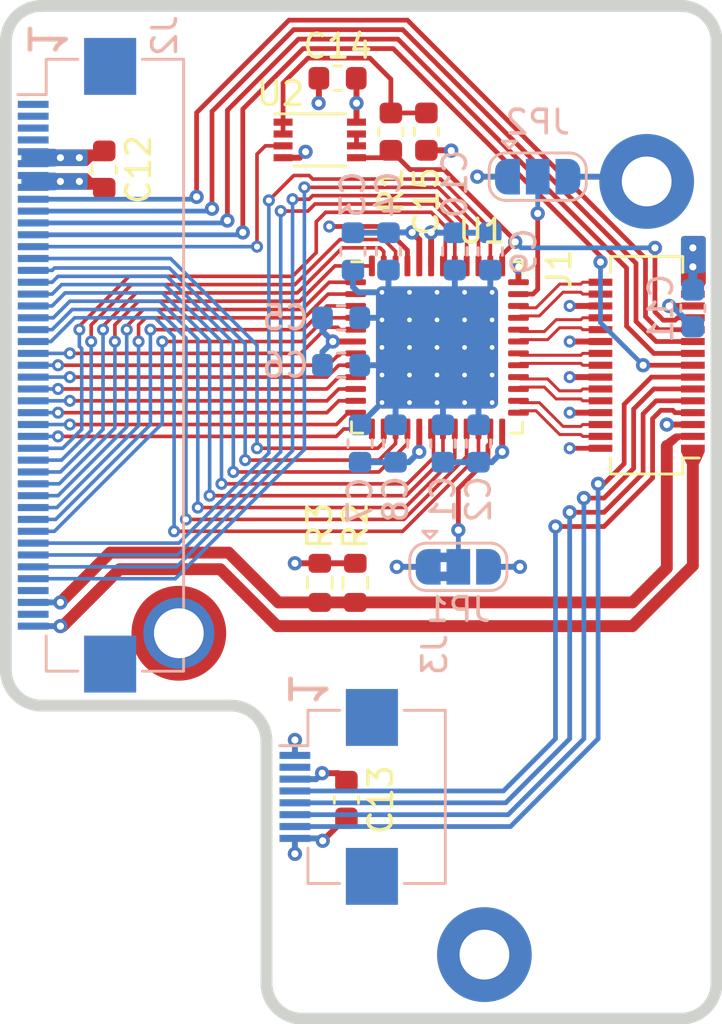
<source format=kicad_pcb>
(kicad_pcb (version 20171130) (host pcbnew "(5.1.9-0-10_14)")

  (general
    (thickness 1.6)
    (drawings 14)
    (tracks 567)
    (zones 0)
    (modules 28)
    (nets 65)
  )

  (page A4)
  (title_block
    (title "mikroPhone display adapter")
    (date 2024-01-22)
    (rev 4.0)
  )

  (layers
    (0 F.Cu signal)
    (1 GND power)
    (2 PWR power)
    (31 B.Cu signal)
    (32 B.Adhes user)
    (33 F.Adhes user)
    (34 B.Paste user)
    (35 F.Paste user)
    (36 B.SilkS user hide)
    (37 F.SilkS user hide)
    (38 B.Mask user)
    (39 F.Mask user)
    (40 Dwgs.User user)
    (41 Cmts.User user)
    (42 Eco1.User user)
    (43 Eco2.User user)
    (44 Edge.Cuts user)
    (45 Margin user)
    (46 B.CrtYd user)
    (47 F.CrtYd user)
    (48 B.Fab user hide)
    (49 F.Fab user hide)
  )

  (setup
    (last_trace_width 0.2)
    (trace_clearance 0.2)
    (zone_clearance 0.2032)
    (zone_45_only no)
    (trace_min 0.1)
    (via_size 0.6)
    (via_drill 0.3)
    (via_min_size 0.5)
    (via_min_drill 0.2)
    (uvia_size 0.3)
    (uvia_drill 0.1)
    (uvias_allowed no)
    (uvia_min_size 0.2)
    (uvia_min_drill 0.1)
    (edge_width 0.1)
    (segment_width 0.2)
    (pcb_text_width 0.125)
    (pcb_text_size 0.5 0.5)
    (mod_edge_width 0.05)
    (mod_text_size 0.6 0.6)
    (mod_text_width 0.125)
    (pad_size 0.6 0.6)
    (pad_drill 0.3)
    (pad_to_mask_clearance 0)
    (aux_axis_origin 81.85 39.65)
    (grid_origin 81.85 39.65)
    (visible_elements FFFFF7FF)
    (pcbplotparams
      (layerselection 0x010f0_ffffffff)
      (usegerberextensions true)
      (usegerberattributes false)
      (usegerberadvancedattributes false)
      (creategerberjobfile false)
      (excludeedgelayer true)
      (linewidth 0.100000)
      (plotframeref false)
      (viasonmask false)
      (mode 1)
      (useauxorigin false)
      (hpglpennumber 1)
      (hpglpenspeed 20)
      (hpglpendiameter 15.000000)
      (psnegative false)
      (psa4output false)
      (plotreference true)
      (plotvalue true)
      (plotinvisibletext false)
      (padsonsilk false)
      (subtractmaskfromsilk true)
      (outputformat 1)
      (mirror false)
      (drillshape 0)
      (scaleselection 1)
      (outputdirectory "fab/"))
  )

  (net 0 "")
  (net 1 GND)
  (net 2 +3V3)
  (net 3 SPI.MISO)
  (net 4 SPI.MOSI)
  (net 5 SPI.SCK)
  (net 6 SPI.CS)
  (net 7 /DISP_R7)
  (net 8 /DISP_R6)
  (net 9 /DISP_R5)
  (net 10 /DISP_R4)
  (net 11 /DISP_R3)
  (net 12 /DISP_R2)
  (net 13 /DISP_R1)
  (net 14 /DISP_R0)
  (net 15 /DISP_G7)
  (net 16 /DISP_G6)
  (net 17 /DISP_G5)
  (net 18 /DISP_G4)
  (net 19 /DISP_G3)
  (net 20 /DISP_G2)
  (net 21 /DISP_G1)
  (net 22 /DISP_G0)
  (net 23 /DISP_B7)
  (net 24 /DISP_B6)
  (net 25 /DISP_B5)
  (net 26 /DISP_B4)
  (net 27 /DISP_B3)
  (net 28 /DISP_B2)
  (net 29 /DISP_B1)
  (net 30 /DISP_B0)
  (net 31 /DISP_DE)
  (net 32 /DISP_PCLK)
  (net 33 /DISP_HSYNC)
  (net 34 /DISP_VSYNC)
  (net 35 LED_K)
  (net 36 LED_A)
  (net 37 "Net-(J2-Pad1)")
  (net 38 "Net-(J2-Pad2)")
  (net 39 "Net-(J2-Pad3)")
  (net 40 "Net-(J2-Pad4)")
  (net 41 "Net-(J2-Pad42)")
  (net 42 "Net-(J2-Pad44)")
  (net 43 ENABLE)
  (net 44 /DISP_RST)
  (net 45 "Net-(JP1-Pad2)")
  (net 46 "Net-(JP2-Pad2)")
  (net 47 /LVDS_A0N)
  (net 48 /LVDS_A0P)
  (net 49 /LVDS_A1N)
  (net 50 /LVDS_A1P)
  (net 51 /LVDS_A2N)
  (net 52 /LVDS_A2P)
  (net 53 /LVDS_CLKN)
  (net 54 /LVDS_CLKP)
  (net 55 /LVDS_A3N)
  (net 56 /LVDS_A3P)
  (net 57 "Net-(C15-Pad1)")
  (net 58 CTP.SCL)
  (net 59 CTP.SDA)
  (net 60 CTP.INT)
  (net 61 CTP.RST)
  (net 62 "Net-(J3-Pad2)")
  (net 63 "Net-(U2-Pad6)")
  (net 64 "Net-(J1-Pad27)")

  (net_class Default "This is the default net class."
    (clearance 0.2)
    (trace_width 0.2)
    (via_dia 0.6)
    (via_drill 0.3)
    (uvia_dia 0.3)
    (uvia_drill 0.1)
    (add_net CTP.INT)
    (add_net CTP.RST)
    (add_net CTP.SCL)
    (add_net CTP.SDA)
    (add_net ENABLE)
    (add_net "Net-(C15-Pad1)")
    (add_net "Net-(J1-Pad27)")
    (add_net "Net-(J2-Pad1)")
    (add_net "Net-(J2-Pad2)")
    (add_net "Net-(J2-Pad3)")
    (add_net "Net-(J2-Pad4)")
    (add_net "Net-(J2-Pad42)")
    (add_net "Net-(J2-Pad44)")
    (add_net "Net-(J3-Pad2)")
    (add_net "Net-(JP1-Pad2)")
    (add_net "Net-(JP2-Pad2)")
    (add_net "Net-(U2-Pad6)")
    (add_net SPI.CS)
    (add_net SPI.MISO)
    (add_net SPI.MOSI)
    (add_net SPI.SCK)
  )

  (net_class DISPLAY ""
    (clearance 0.1524)
    (trace_width 0.1524)
    (via_dia 0.508)
    (via_drill 0.254)
    (uvia_dia 0.3)
    (uvia_drill 0.1)
    (diff_pair_width 0.1265)
    (diff_pair_gap 0.215)
    (add_net /DISP_B0)
    (add_net /DISP_B1)
    (add_net /DISP_B2)
    (add_net /DISP_B3)
    (add_net /DISP_B4)
    (add_net /DISP_B5)
    (add_net /DISP_B6)
    (add_net /DISP_B7)
    (add_net /DISP_DE)
    (add_net /DISP_G0)
    (add_net /DISP_G1)
    (add_net /DISP_G2)
    (add_net /DISP_G3)
    (add_net /DISP_G4)
    (add_net /DISP_G5)
    (add_net /DISP_G6)
    (add_net /DISP_G7)
    (add_net /DISP_HSYNC)
    (add_net /DISP_PCLK)
    (add_net /DISP_R0)
    (add_net /DISP_R1)
    (add_net /DISP_R2)
    (add_net /DISP_R3)
    (add_net /DISP_R4)
    (add_net /DISP_R5)
    (add_net /DISP_R6)
    (add_net /DISP_R7)
    (add_net /DISP_RST)
    (add_net /DISP_VSYNC)
    (add_net /LVDS_A0N)
    (add_net /LVDS_A0P)
    (add_net /LVDS_A1N)
    (add_net /LVDS_A1P)
    (add_net /LVDS_A2N)
    (add_net /LVDS_A2P)
    (add_net /LVDS_A3N)
    (add_net /LVDS_A3P)
    (add_net /LVDS_CLKN)
    (add_net /LVDS_CLKP)
  )

  (net_class POWER ""
    (clearance 0.2)
    (trace_width 0.25)
    (via_dia 0.6)
    (via_drill 0.3)
    (uvia_dia 0.3)
    (uvia_drill 0.1)
    (add_net +3V3)
    (add_net GND)
    (add_net LED_A)
    (add_net LED_K)
  )

  (module footprints:Spacer_small (layer B.Cu) (tedit 61BFD32E) (tstamp 638980DF)
    (at 102.05 79.65 180)
    (path /60EB9F25)
    (fp_text reference J4 (at 0 -2.8) (layer B.SilkS) hide
      (effects (font (size 1 1) (thickness 0.15)) (justify mirror))
    )
    (fp_text value Spacer (at 0 2.7) (layer B.Fab)
      (effects (font (size 1 1) (thickness 0.15)) (justify mirror))
    )
    (pad 1 smd circle (at 0 0 180) (size 4 4) (layers B.Cu B.Mask)
      (net 1 GND))
    (pad 1 thru_hole circle (at 0 0 180) (size 3 3) (drill 2.1) (layers *.Cu *.Mask)
      (net 1 GND))
  )

  (module footprints:Spacer_small (layer F.Cu) (tedit 61BFD32E) (tstamp 638980E4)
    (at 89.15 66.1 180)
    (path /60EBACC9)
    (fp_text reference J5 (at 0 2.8) (layer F.SilkS) hide
      (effects (font (size 1 1) (thickness 0.15)))
    )
    (fp_text value Spacer (at 0 -2.7) (layer F.Fab)
      (effects (font (size 1 1) (thickness 0.15)))
    )
    (pad 1 smd circle (at 0 0 180) (size 4 4) (layers F.Cu F.Mask)
      (net 1 GND))
    (pad 1 thru_hole circle (at 0 0 180) (size 3 3) (drill 2.1) (layers *.Cu *.Mask)
      (net 1 GND))
  )

  (module footprints:Spacer_small (layer B.Cu) (tedit 61BFD32E) (tstamp 638980E9)
    (at 108.9 47.05 180)
    (path /66D73F13)
    (fp_text reference J6 (at 0 -2.8) (layer B.SilkS) hide
      (effects (font (size 1 1) (thickness 0.15)) (justify mirror))
    )
    (fp_text value Spacer (at 0 2.7) (layer B.Fab)
      (effects (font (size 1 1) (thickness 0.15)) (justify mirror))
    )
    (pad 1 smd circle (at 0 0 180) (size 4 4) (layers B.Cu B.Mask)
      (net 1 GND))
    (pad 1 thru_hole circle (at 0 0 180) (size 3 3) (drill 2.1) (layers *.Cu *.Mask)
      (net 1 GND))
  )

  (module Capacitor_SMD:C_0603_1608Metric (layer F.Cu) (tedit 5F68FEEE) (tstamp 61C4AB19)
    (at 96.225 73.125 270)
    (descr "Capacitor SMD 0603 (1608 Metric), square (rectangular) end terminal, IPC_7351 nominal, (Body size source: IPC-SM-782 page 76, https://www.pcb-3d.com/wordpress/wp-content/uploads/ipc-sm-782a_amendment_1_and_2.pdf), generated with kicad-footprint-generator")
    (tags capacitor)
    (path /614A83D9)
    (attr smd)
    (fp_text reference C13 (at 0 -1.45 90) (layer F.SilkS)
      (effects (font (size 1 1) (thickness 0.15)))
    )
    (fp_text value 0.1uF (at 0 1.43 90) (layer F.Fab)
      (effects (font (size 1 1) (thickness 0.15)))
    )
    (fp_line (start -0.8 0.4) (end -0.8 -0.4) (layer F.Fab) (width 0.1))
    (fp_line (start -0.8 -0.4) (end 0.8 -0.4) (layer F.Fab) (width 0.1))
    (fp_line (start 0.8 -0.4) (end 0.8 0.4) (layer F.Fab) (width 0.1))
    (fp_line (start 0.8 0.4) (end -0.8 0.4) (layer F.Fab) (width 0.1))
    (fp_line (start -0.14058 -0.51) (end 0.14058 -0.51) (layer F.SilkS) (width 0.12))
    (fp_line (start -0.14058 0.51) (end 0.14058 0.51) (layer F.SilkS) (width 0.12))
    (fp_line (start -1.48 0.73) (end -1.48 -0.73) (layer F.CrtYd) (width 0.05))
    (fp_line (start -1.48 -0.73) (end 1.48 -0.73) (layer F.CrtYd) (width 0.05))
    (fp_line (start 1.48 -0.73) (end 1.48 0.73) (layer F.CrtYd) (width 0.05))
    (fp_line (start 1.48 0.73) (end -1.48 0.73) (layer F.CrtYd) (width 0.05))
    (fp_text user %R (at 0 0 90) (layer F.Fab)
      (effects (font (size 0.4 0.4) (thickness 0.06)))
    )
    (pad 1 smd roundrect (at -0.775 0 270) (size 0.9 0.95) (layers F.Cu F.Paste F.Mask) (roundrect_rratio 0.25)
      (net 2 +3V3))
    (pad 2 smd roundrect (at 0.775 0 270) (size 0.9 0.95) (layers F.Cu F.Paste F.Mask) (roundrect_rratio 0.25)
      (net 1 GND))
    (model ${KISYS3DMOD}/Capacitor_SMD.3dshapes/C_0603_1608Metric.wrl
      (at (xyz 0 0 0))
      (scale (xyz 1 1 1))
      (rotate (xyz 0 0 0))
    )
  )

  (module Capacitor_SMD:C_0603_1608Metric (layer F.Cu) (tedit 5B301BBE) (tstamp 5FE0D2C5)
    (at 95.85 42.7 180)
    (descr "Capacitor SMD 0603 (1608 Metric), square (rectangular) end terminal, IPC_7351 nominal, (Body size source: http://www.tortai-tech.com/upload/download/2011102023233369053.pdf), generated with kicad-footprint-generator")
    (tags capacitor)
    (path /5FEFD9E4)
    (attr smd)
    (fp_text reference C14 (at 0 1.35) (layer F.SilkS)
      (effects (font (size 1 1) (thickness 0.15)))
    )
    (fp_text value 0.1uF (at 0.65 2.7) (layer F.Fab)
      (effects (font (size 1 1) (thickness 0.15)))
    )
    (fp_line (start -0.8 0.4) (end -0.8 -0.4) (layer F.Fab) (width 0.1))
    (fp_line (start -0.8 -0.4) (end 0.8 -0.4) (layer F.Fab) (width 0.1))
    (fp_line (start 0.8 -0.4) (end 0.8 0.4) (layer F.Fab) (width 0.1))
    (fp_line (start 0.8 0.4) (end -0.8 0.4) (layer F.Fab) (width 0.1))
    (fp_line (start -0.162779 -0.51) (end 0.162779 -0.51) (layer F.SilkS) (width 0.12))
    (fp_line (start -0.162779 0.51) (end 0.162779 0.51) (layer F.SilkS) (width 0.12))
    (fp_line (start -1.48 0.73) (end -1.48 -0.73) (layer F.CrtYd) (width 0.05))
    (fp_line (start -1.48 -0.73) (end 1.48 -0.73) (layer F.CrtYd) (width 0.05))
    (fp_line (start 1.48 -0.73) (end 1.48 0.73) (layer F.CrtYd) (width 0.05))
    (fp_line (start 1.48 0.73) (end -1.48 0.73) (layer F.CrtYd) (width 0.05))
    (fp_text user %R (at 0 0) (layer F.Fab)
      (effects (font (size 0.4 0.4) (thickness 0.06)))
    )
    (pad 1 smd roundrect (at -0.7875 0 180) (size 0.875 0.95) (layers F.Cu F.Paste F.Mask) (roundrect_rratio 0.25)
      (net 2 +3V3))
    (pad 2 smd roundrect (at 0.7875 0 180) (size 0.875 0.95) (layers F.Cu F.Paste F.Mask) (roundrect_rratio 0.25)
      (net 1 GND))
    (model ${KISYS3DMOD}/Capacitor_SMD.3dshapes/C_0603_1608Metric.wrl
      (at (xyz 0 0 0))
      (scale (xyz 1 1 1))
      (rotate (xyz 0 0 0))
    )
  )

  (module Connector_Molex:Molex_SlimStack_55560-0301_2x15_P0.50mm_Vertical (layer F.Cu) (tedit 60D78262) (tstamp 63891EF9)
    (at 108.9 54.8 270)
    (descr "Molex SlimStack Fine-Pitch SMT Board-to-Board Connectors, 55560-0301, 30 Pins (http://www.molex.com/pdm_docs/sd/555600207_sd.pdf), generated with kicad-footprint-generator")
    (tags "connector Molex SlimStack side entry")
    (path /60FEB5A5)
    (attr smd)
    (fp_text reference J1 (at -4.05 3.7 270) (layer F.SilkS)
      (effects (font (size 1 1) (thickness 0.15)))
    )
    (fp_text value Display (at 0 3.65 270) (layer F.Fab)
      (effects (font (size 1 1) (thickness 0.15)))
    )
    (fp_line (start 4.475 -1.415) (end 4.475 1.415) (layer F.Fab) (width 0.1))
    (fp_line (start 4.475 1.415) (end -4.475 1.415) (layer F.Fab) (width 0.1))
    (fp_line (start -4.475 1.415) (end -4.475 -1.415) (layer F.Fab) (width 0.1))
    (fp_line (start -4.475 -1.415) (end 4.475 -1.415) (layer F.Fab) (width 0.1))
    (fp_line (start 3.91 -1.525) (end 3.91 -2.215) (layer F.Fab) (width 0.1))
    (fp_line (start 3.91 1.525) (end 4.585 1.525) (layer F.SilkS) (width 0.12))
    (fp_line (start 4.585 1.525) (end 4.585 -1.525) (layer F.SilkS) (width 0.12))
    (fp_line (start 4.585 -1.525) (end 3.91 -1.525) (layer F.SilkS) (width 0.12))
    (fp_line (start 3.91 -1.525) (end 3.91 -2.215) (layer F.SilkS) (width 0.12))
    (fp_line (start -3.91 1.525) (end -4.585 1.525) (layer F.SilkS) (width 0.12))
    (fp_line (start -4.585 1.525) (end -4.585 -1.525) (layer F.SilkS) (width 0.12))
    (fp_line (start -4.585 -1.525) (end -3.91 -1.525) (layer F.SilkS) (width 0.12))
    (fp_line (start 4.98 -2.95) (end 4.98 2.95) (layer F.CrtYd) (width 0.05))
    (fp_line (start 4.98 2.95) (end -4.98 2.95) (layer F.CrtYd) (width 0.05))
    (fp_line (start -4.98 2.95) (end -4.98 -2.95) (layer F.CrtYd) (width 0.05))
    (fp_line (start -4.98 -2.95) (end 4.98 -2.95) (layer F.CrtYd) (width 0.05))
    (fp_text user %R (at 0 0 270) (layer F.Fab)
      (effects (font (size 1 1) (thickness 0.15)))
    )
    (pad 1 smd rect (at 3.5 -1.95 270) (size 0.3 1) (layers F.Cu F.Paste F.Mask)
      (net 36 LED_A))
    (pad 3 smd rect (at 3 -1.95 270) (size 0.3 1) (layers F.Cu F.Paste F.Mask)
      (net 35 LED_K))
    (pad 5 smd rect (at 2.5 -1.95 270) (size 0.3 1) (layers F.Cu F.Paste F.Mask)
      (net 1 GND))
    (pad 7 smd rect (at 2 -1.95 270) (size 0.3 1) (layers F.Cu F.Paste F.Mask)
      (net 58 CTP.SCL))
    (pad 9 smd rect (at 1.5 -1.95 270) (size 0.3 1) (layers F.Cu F.Paste F.Mask)
      (net 59 CTP.SDA))
    (pad 11 smd rect (at 1 -1.95 270) (size 0.3 1) (layers F.Cu F.Paste F.Mask)
      (net 60 CTP.INT))
    (pad 13 smd rect (at 0.5 -1.95 270) (size 0.3 1) (layers F.Cu F.Paste F.Mask)
      (net 61 CTP.RST))
    (pad 15 smd rect (at 0 -1.95 270) (size 0.3 1) (layers F.Cu F.Paste F.Mask)
      (net 6 SPI.CS))
    (pad 17 smd rect (at -0.5 -1.95 270) (size 0.3 1) (layers F.Cu F.Paste F.Mask)
      (net 5 SPI.SCK))
    (pad 19 smd rect (at -1 -1.95 270) (size 0.3 1) (layers F.Cu F.Paste F.Mask)
      (net 4 SPI.MOSI))
    (pad 21 smd rect (at -1.5 -1.95 270) (size 0.3 1) (layers F.Cu F.Paste F.Mask)
      (net 3 SPI.MISO))
    (pad 23 smd rect (at -2 -1.95 270) (size 0.3 1) (layers F.Cu F.Paste F.Mask)
      (net 43 ENABLE))
    (pad 25 smd rect (at -2.5 -1.95 270) (size 0.3 1) (layers F.Cu F.Paste F.Mask)
      (net 1 GND))
    (pad 27 smd rect (at -3 -1.95 270) (size 0.3 1) (layers F.Cu F.Paste F.Mask)
      (net 64 "Net-(J1-Pad27)"))
    (pad 29 smd rect (at -3.5 -1.95 270) (size 0.3 1) (layers F.Cu F.Paste F.Mask)
      (net 2 +3V3))
    (pad 2 smd rect (at 3.5 1.95 270) (size 0.3 1) (layers F.Cu F.Paste F.Mask)
      (net 1 GND))
    (pad 4 smd rect (at 3 1.95 270) (size 0.3 1) (layers F.Cu F.Paste F.Mask)
      (net 47 /LVDS_A0N))
    (pad 6 smd rect (at 2.5 1.95 270) (size 0.3 1) (layers F.Cu F.Paste F.Mask)
      (net 48 /LVDS_A0P))
    (pad 8 smd rect (at 2 1.95 270) (size 0.3 1) (layers F.Cu F.Paste F.Mask)
      (net 1 GND))
    (pad 10 smd rect (at 1.5 1.95 270) (size 0.3 1) (layers F.Cu F.Paste F.Mask)
      (net 49 /LVDS_A1N))
    (pad 12 smd rect (at 1 1.95 270) (size 0.3 1) (layers F.Cu F.Paste F.Mask)
      (net 50 /LVDS_A1P))
    (pad 14 smd rect (at 0.5 1.95 270) (size 0.3 1) (layers F.Cu F.Paste F.Mask)
      (net 1 GND))
    (pad 16 smd rect (at 0 1.95 270) (size 0.3 1) (layers F.Cu F.Paste F.Mask)
      (net 51 /LVDS_A2N))
    (pad 18 smd rect (at -0.5 1.95 270) (size 0.3 1) (layers F.Cu F.Paste F.Mask)
      (net 52 /LVDS_A2P))
    (pad 20 smd rect (at -1 1.95 270) (size 0.3 1) (layers F.Cu F.Paste F.Mask)
      (net 1 GND))
    (pad 22 smd rect (at -1.5 1.95 270) (size 0.3 1) (layers F.Cu F.Paste F.Mask)
      (net 53 /LVDS_CLKN))
    (pad 24 smd rect (at -2 1.95 270) (size 0.3 1) (layers F.Cu F.Paste F.Mask)
      (net 54 /LVDS_CLKP))
    (pad 26 smd rect (at -2.5 1.95 270) (size 0.3 1) (layers F.Cu F.Paste F.Mask)
      (net 1 GND))
    (pad 28 smd rect (at -3 1.95 270) (size 0.3 1) (layers F.Cu F.Paste F.Mask)
      (net 55 /LVDS_A3N))
    (pad 30 smd rect (at -3.5 1.95 270) (size 0.3 1) (layers F.Cu F.Paste F.Mask)
      (net 56 /LVDS_A3P))
    (model ${KISYS3DMOD}/Connector_Molex.3dshapes/Molex_SlimStack_55560-0301_2x15_P0.50mm_Vertical.wrl
      (at (xyz 0 0 0))
      (scale (xyz 1 1 1))
      (rotate (xyz 0 0 0))
    )
  )

  (module Capacitor_SMD:C_0603_1608Metric (layer B.Cu) (tedit 5B301BBE) (tstamp 60D8CB17)
    (at 100.3 58.1 90)
    (descr "Capacitor SMD 0603 (1608 Metric), square (rectangular) end terminal, IPC_7351 nominal, (Body size source: http://www.tortai-tech.com/upload/download/2011102023233369053.pdf), generated with kicad-footprint-generator")
    (tags capacitor)
    (path /5E6E23E8)
    (attr smd)
    (fp_text reference C1 (at -2.35 0 270) (layer B.SilkS)
      (effects (font (size 1 1) (thickness 0.15)) (justify mirror))
    )
    (fp_text value 0.1uF (at -5.4 0.05 270) (layer B.Fab)
      (effects (font (size 1 1) (thickness 0.15)) (justify mirror))
    )
    (fp_line (start -0.8 -0.4) (end -0.8 0.4) (layer B.Fab) (width 0.1))
    (fp_line (start -0.8 0.4) (end 0.8 0.4) (layer B.Fab) (width 0.1))
    (fp_line (start 0.8 0.4) (end 0.8 -0.4) (layer B.Fab) (width 0.1))
    (fp_line (start 0.8 -0.4) (end -0.8 -0.4) (layer B.Fab) (width 0.1))
    (fp_line (start -0.162779 0.51) (end 0.162779 0.51) (layer B.SilkS) (width 0.12))
    (fp_line (start -0.162779 -0.51) (end 0.162779 -0.51) (layer B.SilkS) (width 0.12))
    (fp_line (start -1.48 -0.73) (end -1.48 0.73) (layer B.CrtYd) (width 0.05))
    (fp_line (start -1.48 0.73) (end 1.48 0.73) (layer B.CrtYd) (width 0.05))
    (fp_line (start 1.48 0.73) (end 1.48 -0.73) (layer B.CrtYd) (width 0.05))
    (fp_line (start 1.48 -0.73) (end -1.48 -0.73) (layer B.CrtYd) (width 0.05))
    (fp_text user %R (at 0 0 270) (layer B.Fab)
      (effects (font (size 0.4 0.4) (thickness 0.06)) (justify mirror))
    )
    (pad 2 smd roundrect (at 0.7875 0 90) (size 0.875 0.95) (layers B.Cu B.Paste B.Mask) (roundrect_rratio 0.25)
      (net 1 GND))
    (pad 1 smd roundrect (at -0.7875 0 90) (size 0.875 0.95) (layers B.Cu B.Paste B.Mask) (roundrect_rratio 0.25)
      (net 2 +3V3))
    (model ${KISYS3DMOD}/Capacitor_SMD.3dshapes/C_0603_1608Metric.wrl
      (at (xyz 0 0 0))
      (scale (xyz 1 1 1))
      (rotate (xyz 0 0 0))
    )
  )

  (module Capacitor_SMD:C_0603_1608Metric (layer B.Cu) (tedit 5B301BBE) (tstamp 5D5D35B2)
    (at 101.8 58.1 90)
    (descr "Capacitor SMD 0603 (1608 Metric), square (rectangular) end terminal, IPC_7351 nominal, (Body size source: http://www.tortai-tech.com/upload/download/2011102023233369053.pdf), generated with kicad-footprint-generator")
    (tags capacitor)
    (path /5E6E23DE)
    (attr smd)
    (fp_text reference C2 (at -2.35 0 270) (layer B.SilkS)
      (effects (font (size 1 1) (thickness 0.15)) (justify mirror))
    )
    (fp_text value 0.01uF (at -5.9 0 270) (layer B.Fab)
      (effects (font (size 1 1) (thickness 0.15)) (justify mirror))
    )
    (fp_line (start 1.48 -0.73) (end -1.48 -0.73) (layer B.CrtYd) (width 0.05))
    (fp_line (start 1.48 0.73) (end 1.48 -0.73) (layer B.CrtYd) (width 0.05))
    (fp_line (start -1.48 0.73) (end 1.48 0.73) (layer B.CrtYd) (width 0.05))
    (fp_line (start -1.48 -0.73) (end -1.48 0.73) (layer B.CrtYd) (width 0.05))
    (fp_line (start -0.162779 -0.51) (end 0.162779 -0.51) (layer B.SilkS) (width 0.12))
    (fp_line (start -0.162779 0.51) (end 0.162779 0.51) (layer B.SilkS) (width 0.12))
    (fp_line (start 0.8 -0.4) (end -0.8 -0.4) (layer B.Fab) (width 0.1))
    (fp_line (start 0.8 0.4) (end 0.8 -0.4) (layer B.Fab) (width 0.1))
    (fp_line (start -0.8 0.4) (end 0.8 0.4) (layer B.Fab) (width 0.1))
    (fp_line (start -0.8 -0.4) (end -0.8 0.4) (layer B.Fab) (width 0.1))
    (fp_text user %R (at 0 0 270) (layer B.Fab)
      (effects (font (size 0.4 0.4) (thickness 0.06)) (justify mirror))
    )
    (pad 1 smd roundrect (at -0.7875 0 90) (size 0.875 0.95) (layers B.Cu B.Paste B.Mask) (roundrect_rratio 0.25)
      (net 2 +3V3))
    (pad 2 smd roundrect (at 0.7875 0 90) (size 0.875 0.95) (layers B.Cu B.Paste B.Mask) (roundrect_rratio 0.25)
      (net 1 GND))
    (model ${KISYS3DMOD}/Capacitor_SMD.3dshapes/C_0603_1608Metric.wrl
      (at (xyz 0 0 0))
      (scale (xyz 1 1 1))
      (rotate (xyz 0 0 0))
    )
  )

  (module Capacitor_SMD:C_0603_1608Metric (layer B.Cu) (tedit 5B301BBE) (tstamp 5D5D3582)
    (at 96.5 50 270)
    (descr "Capacitor SMD 0603 (1608 Metric), square (rectangular) end terminal, IPC_7351 nominal, (Body size source: http://www.tortai-tech.com/upload/download/2011102023233369053.pdf), generated with kicad-footprint-generator")
    (tags capacitor)
    (path /5E6B29E2)
    (attr smd)
    (fp_text reference C3 (at -2.4 0 90) (layer B.SilkS)
      (effects (font (size 1 1) (thickness 0.15)) (justify mirror))
    )
    (fp_text value 0.1uF (at -6.35 0 90) (layer B.Fab)
      (effects (font (size 1 1) (thickness 0.15)) (justify mirror))
    )
    (fp_line (start -0.8 -0.4) (end -0.8 0.4) (layer B.Fab) (width 0.1))
    (fp_line (start -0.8 0.4) (end 0.8 0.4) (layer B.Fab) (width 0.1))
    (fp_line (start 0.8 0.4) (end 0.8 -0.4) (layer B.Fab) (width 0.1))
    (fp_line (start 0.8 -0.4) (end -0.8 -0.4) (layer B.Fab) (width 0.1))
    (fp_line (start -0.162779 0.51) (end 0.162779 0.51) (layer B.SilkS) (width 0.12))
    (fp_line (start -0.162779 -0.51) (end 0.162779 -0.51) (layer B.SilkS) (width 0.12))
    (fp_line (start -1.48 -0.73) (end -1.48 0.73) (layer B.CrtYd) (width 0.05))
    (fp_line (start -1.48 0.73) (end 1.48 0.73) (layer B.CrtYd) (width 0.05))
    (fp_line (start 1.48 0.73) (end 1.48 -0.73) (layer B.CrtYd) (width 0.05))
    (fp_line (start 1.48 -0.73) (end -1.48 -0.73) (layer B.CrtYd) (width 0.05))
    (fp_text user %R (at 0 0 90) (layer B.Fab)
      (effects (font (size 0.4 0.4) (thickness 0.06)) (justify mirror))
    )
    (pad 2 smd roundrect (at 0.7875 0 270) (size 0.875 0.95) (layers B.Cu B.Paste B.Mask) (roundrect_rratio 0.25)
      (net 1 GND))
    (pad 1 smd roundrect (at -0.7875 0 270) (size 0.875 0.95) (layers B.Cu B.Paste B.Mask) (roundrect_rratio 0.25)
      (net 2 +3V3))
    (model ${KISYS3DMOD}/Capacitor_SMD.3dshapes/C_0603_1608Metric.wrl
      (at (xyz 0 0 0))
      (scale (xyz 1 1 1))
      (rotate (xyz 0 0 0))
    )
  )

  (module Capacitor_SMD:C_0603_1608Metric (layer B.Cu) (tedit 5B301BBE) (tstamp 5D5D3552)
    (at 98 50 270)
    (descr "Capacitor SMD 0603 (1608 Metric), square (rectangular) end terminal, IPC_7351 nominal, (Body size source: http://www.tortai-tech.com/upload/download/2011102023233369053.pdf), generated with kicad-footprint-generator")
    (tags capacitor)
    (path /5E6B29D8)
    (attr smd)
    (fp_text reference C4 (at -2.4 0 90) (layer B.SilkS)
      (effects (font (size 1 1) (thickness 0.15)) (justify mirror))
    )
    (fp_text value 0.01uF (at -6.85 0 90) (layer B.Fab)
      (effects (font (size 1 1) (thickness 0.15)) (justify mirror))
    )
    (fp_line (start 1.48 -0.73) (end -1.48 -0.73) (layer B.CrtYd) (width 0.05))
    (fp_line (start 1.48 0.73) (end 1.48 -0.73) (layer B.CrtYd) (width 0.05))
    (fp_line (start -1.48 0.73) (end 1.48 0.73) (layer B.CrtYd) (width 0.05))
    (fp_line (start -1.48 -0.73) (end -1.48 0.73) (layer B.CrtYd) (width 0.05))
    (fp_line (start -0.162779 -0.51) (end 0.162779 -0.51) (layer B.SilkS) (width 0.12))
    (fp_line (start -0.162779 0.51) (end 0.162779 0.51) (layer B.SilkS) (width 0.12))
    (fp_line (start 0.8 -0.4) (end -0.8 -0.4) (layer B.Fab) (width 0.1))
    (fp_line (start 0.8 0.4) (end 0.8 -0.4) (layer B.Fab) (width 0.1))
    (fp_line (start -0.8 0.4) (end 0.8 0.4) (layer B.Fab) (width 0.1))
    (fp_line (start -0.8 -0.4) (end -0.8 0.4) (layer B.Fab) (width 0.1))
    (fp_text user %R (at 0 0 90) (layer B.Fab)
      (effects (font (size 0.4 0.4) (thickness 0.06)) (justify mirror))
    )
    (pad 1 smd roundrect (at -0.7875 0 270) (size 0.875 0.95) (layers B.Cu B.Paste B.Mask) (roundrect_rratio 0.25)
      (net 2 +3V3))
    (pad 2 smd roundrect (at 0.7875 0 270) (size 0.875 0.95) (layers B.Cu B.Paste B.Mask) (roundrect_rratio 0.25)
      (net 1 GND))
    (model ${KISYS3DMOD}/Capacitor_SMD.3dshapes/C_0603_1608Metric.wrl
      (at (xyz 0 0 0))
      (scale (xyz 1 1 1))
      (rotate (xyz 0 0 0))
    )
  )

  (module Capacitor_SMD:C_0603_1608Metric (layer B.Cu) (tedit 5B301BBE) (tstamp 5D5D3522)
    (at 96 52.8)
    (descr "Capacitor SMD 0603 (1608 Metric), square (rectangular) end terminal, IPC_7351 nominal, (Body size source: http://www.tortai-tech.com/upload/download/2011102023233369053.pdf), generated with kicad-footprint-generator")
    (tags capacitor)
    (path /5E683528)
    (attr smd)
    (fp_text reference C5 (at -2.35 0) (layer B.SilkS)
      (effects (font (size 1 1) (thickness 0.15)) (justify mirror))
    )
    (fp_text value 0.1uF (at 3.45 0.05) (layer B.Fab)
      (effects (font (size 1 1) (thickness 0.15)) (justify mirror))
    )
    (fp_line (start -0.8 -0.4) (end -0.8 0.4) (layer B.Fab) (width 0.1))
    (fp_line (start -0.8 0.4) (end 0.8 0.4) (layer B.Fab) (width 0.1))
    (fp_line (start 0.8 0.4) (end 0.8 -0.4) (layer B.Fab) (width 0.1))
    (fp_line (start 0.8 -0.4) (end -0.8 -0.4) (layer B.Fab) (width 0.1))
    (fp_line (start -0.162779 0.51) (end 0.162779 0.51) (layer B.SilkS) (width 0.12))
    (fp_line (start -0.162779 -0.51) (end 0.162779 -0.51) (layer B.SilkS) (width 0.12))
    (fp_line (start -1.48 -0.73) (end -1.48 0.73) (layer B.CrtYd) (width 0.05))
    (fp_line (start -1.48 0.73) (end 1.48 0.73) (layer B.CrtYd) (width 0.05))
    (fp_line (start 1.48 0.73) (end 1.48 -0.73) (layer B.CrtYd) (width 0.05))
    (fp_line (start 1.48 -0.73) (end -1.48 -0.73) (layer B.CrtYd) (width 0.05))
    (fp_text user %R (at 0 0) (layer B.Fab)
      (effects (font (size 0.4 0.4) (thickness 0.06)) (justify mirror))
    )
    (pad 2 smd roundrect (at 0.7875 0) (size 0.875 0.95) (layers B.Cu B.Paste B.Mask) (roundrect_rratio 0.25)
      (net 1 GND))
    (pad 1 smd roundrect (at -0.7875 0) (size 0.875 0.95) (layers B.Cu B.Paste B.Mask) (roundrect_rratio 0.25)
      (net 2 +3V3))
    (model ${KISYS3DMOD}/Capacitor_SMD.3dshapes/C_0603_1608Metric.wrl
      (at (xyz 0 0 0))
      (scale (xyz 1 1 1))
      (rotate (xyz 0 0 0))
    )
  )

  (module Capacitor_SMD:C_0603_1608Metric (layer B.Cu) (tedit 5B301BBE) (tstamp 5D5D34F2)
    (at 96 54.8)
    (descr "Capacitor SMD 0603 (1608 Metric), square (rectangular) end terminal, IPC_7351 nominal, (Body size source: http://www.tortai-tech.com/upload/download/2011102023233369053.pdf), generated with kicad-footprint-generator")
    (tags capacitor)
    (path /5E68351E)
    (attr smd)
    (fp_text reference C6 (at -2.35 0) (layer B.SilkS)
      (effects (font (size 1 1) (thickness 0.15)) (justify mirror))
    )
    (fp_text value 0.01uF (at 3.95 0) (layer B.Fab)
      (effects (font (size 1 1) (thickness 0.15)) (justify mirror))
    )
    (fp_line (start 1.48 -0.73) (end -1.48 -0.73) (layer B.CrtYd) (width 0.05))
    (fp_line (start 1.48 0.73) (end 1.48 -0.73) (layer B.CrtYd) (width 0.05))
    (fp_line (start -1.48 0.73) (end 1.48 0.73) (layer B.CrtYd) (width 0.05))
    (fp_line (start -1.48 -0.73) (end -1.48 0.73) (layer B.CrtYd) (width 0.05))
    (fp_line (start -0.162779 -0.51) (end 0.162779 -0.51) (layer B.SilkS) (width 0.12))
    (fp_line (start -0.162779 0.51) (end 0.162779 0.51) (layer B.SilkS) (width 0.12))
    (fp_line (start 0.8 -0.4) (end -0.8 -0.4) (layer B.Fab) (width 0.1))
    (fp_line (start 0.8 0.4) (end 0.8 -0.4) (layer B.Fab) (width 0.1))
    (fp_line (start -0.8 0.4) (end 0.8 0.4) (layer B.Fab) (width 0.1))
    (fp_line (start -0.8 -0.4) (end -0.8 0.4) (layer B.Fab) (width 0.1))
    (fp_text user %R (at 0 0) (layer B.Fab)
      (effects (font (size 0.4 0.4) (thickness 0.06)) (justify mirror))
    )
    (pad 1 smd roundrect (at -0.7875 0) (size 0.875 0.95) (layers B.Cu B.Paste B.Mask) (roundrect_rratio 0.25)
      (net 2 +3V3))
    (pad 2 smd roundrect (at 0.7875 0) (size 0.875 0.95) (layers B.Cu B.Paste B.Mask) (roundrect_rratio 0.25)
      (net 1 GND))
    (model ${KISYS3DMOD}/Capacitor_SMD.3dshapes/C_0603_1608Metric.wrl
      (at (xyz 0 0 0))
      (scale (xyz 1 1 1))
      (rotate (xyz 0 0 0))
    )
  )

  (module Capacitor_SMD:C_0603_1608Metric (layer B.Cu) (tedit 5B301BBE) (tstamp 5D5D34C2)
    (at 96.8 58.1 90)
    (descr "Capacitor SMD 0603 (1608 Metric), square (rectangular) end terminal, IPC_7351 nominal, (Body size source: http://www.tortai-tech.com/upload/download/2011102023233369053.pdf), generated with kicad-footprint-generator")
    (tags capacitor)
    (path /5E652065)
    (attr smd)
    (fp_text reference C7 (at -2.4 0 270) (layer B.SilkS)
      (effects (font (size 1 1) (thickness 0.15)) (justify mirror))
    )
    (fp_text value 0.1uF (at -5.4 0 270) (layer B.Fab)
      (effects (font (size 1 1) (thickness 0.15)) (justify mirror))
    )
    (fp_line (start -0.8 -0.4) (end -0.8 0.4) (layer B.Fab) (width 0.1))
    (fp_line (start -0.8 0.4) (end 0.8 0.4) (layer B.Fab) (width 0.1))
    (fp_line (start 0.8 0.4) (end 0.8 -0.4) (layer B.Fab) (width 0.1))
    (fp_line (start 0.8 -0.4) (end -0.8 -0.4) (layer B.Fab) (width 0.1))
    (fp_line (start -0.162779 0.51) (end 0.162779 0.51) (layer B.SilkS) (width 0.12))
    (fp_line (start -0.162779 -0.51) (end 0.162779 -0.51) (layer B.SilkS) (width 0.12))
    (fp_line (start -1.48 -0.73) (end -1.48 0.73) (layer B.CrtYd) (width 0.05))
    (fp_line (start -1.48 0.73) (end 1.48 0.73) (layer B.CrtYd) (width 0.05))
    (fp_line (start 1.48 0.73) (end 1.48 -0.73) (layer B.CrtYd) (width 0.05))
    (fp_line (start 1.48 -0.73) (end -1.48 -0.73) (layer B.CrtYd) (width 0.05))
    (fp_text user %R (at 0 0 270) (layer B.Fab)
      (effects (font (size 0.4 0.4) (thickness 0.06)) (justify mirror))
    )
    (pad 2 smd roundrect (at 0.7875 0 90) (size 0.875 0.95) (layers B.Cu B.Paste B.Mask) (roundrect_rratio 0.25)
      (net 1 GND))
    (pad 1 smd roundrect (at -0.7875 0 90) (size 0.875 0.95) (layers B.Cu B.Paste B.Mask) (roundrect_rratio 0.25)
      (net 2 +3V3))
    (model ${KISYS3DMOD}/Capacitor_SMD.3dshapes/C_0603_1608Metric.wrl
      (at (xyz 0 0 0))
      (scale (xyz 1 1 1))
      (rotate (xyz 0 0 0))
    )
  )

  (module Capacitor_SMD:C_0603_1608Metric (layer B.Cu) (tedit 5B301BBE) (tstamp 5D5D3492)
    (at 98.3 58.1 90)
    (descr "Capacitor SMD 0603 (1608 Metric), square (rectangular) end terminal, IPC_7351 nominal, (Body size source: http://www.tortai-tech.com/upload/download/2011102023233369053.pdf), generated with kicad-footprint-generator")
    (tags capacitor)
    (path /5E65205B)
    (attr smd)
    (fp_text reference C8 (at -2.35 0 270) (layer B.SilkS)
      (effects (font (size 1 1) (thickness 0.15)) (justify mirror))
    )
    (fp_text value 0.01uF (at -5.85 0 270) (layer B.Fab)
      (effects (font (size 1 1) (thickness 0.15)) (justify mirror))
    )
    (fp_line (start 1.48 -0.73) (end -1.48 -0.73) (layer B.CrtYd) (width 0.05))
    (fp_line (start 1.48 0.73) (end 1.48 -0.73) (layer B.CrtYd) (width 0.05))
    (fp_line (start -1.48 0.73) (end 1.48 0.73) (layer B.CrtYd) (width 0.05))
    (fp_line (start -1.48 -0.73) (end -1.48 0.73) (layer B.CrtYd) (width 0.05))
    (fp_line (start -0.162779 -0.51) (end 0.162779 -0.51) (layer B.SilkS) (width 0.12))
    (fp_line (start -0.162779 0.51) (end 0.162779 0.51) (layer B.SilkS) (width 0.12))
    (fp_line (start 0.8 -0.4) (end -0.8 -0.4) (layer B.Fab) (width 0.1))
    (fp_line (start 0.8 0.4) (end 0.8 -0.4) (layer B.Fab) (width 0.1))
    (fp_line (start -0.8 0.4) (end 0.8 0.4) (layer B.Fab) (width 0.1))
    (fp_line (start -0.8 -0.4) (end -0.8 0.4) (layer B.Fab) (width 0.1))
    (fp_text user %R (at 0 0 270) (layer B.Fab)
      (effects (font (size 0.4 0.4) (thickness 0.06)) (justify mirror))
    )
    (pad 1 smd roundrect (at -0.7875 0 90) (size 0.875 0.95) (layers B.Cu B.Paste B.Mask) (roundrect_rratio 0.25)
      (net 2 +3V3))
    (pad 2 smd roundrect (at 0.7875 0 90) (size 0.875 0.95) (layers B.Cu B.Paste B.Mask) (roundrect_rratio 0.25)
      (net 1 GND))
    (model ${KISYS3DMOD}/Capacitor_SMD.3dshapes/C_0603_1608Metric.wrl
      (at (xyz 0 0 0))
      (scale (xyz 1 1 1))
      (rotate (xyz 0 0 0))
    )
  )

  (module Capacitor_SMD:C_0603_1608Metric (layer B.Cu) (tedit 5B301BBE) (tstamp 5D5D3462)
    (at 102.3 50 270)
    (descr "Capacitor SMD 0603 (1608 Metric), square (rectangular) end terminal, IPC_7351 nominal, (Body size source: http://www.tortai-tech.com/upload/download/2011102023233369053.pdf), generated with kicad-footprint-generator")
    (tags capacitor)
    (path /5E623041)
    (attr smd)
    (fp_text reference C9 (at 0 -1.425 90) (layer B.SilkS)
      (effects (font (size 1 1) (thickness 0.15)) (justify mirror))
    )
    (fp_text value 0.1uF (at -6.35 0 90) (layer B.Fab)
      (effects (font (size 1 1) (thickness 0.15)) (justify mirror))
    )
    (fp_line (start -0.8 -0.4) (end -0.8 0.4) (layer B.Fab) (width 0.1))
    (fp_line (start -0.8 0.4) (end 0.8 0.4) (layer B.Fab) (width 0.1))
    (fp_line (start 0.8 0.4) (end 0.8 -0.4) (layer B.Fab) (width 0.1))
    (fp_line (start 0.8 -0.4) (end -0.8 -0.4) (layer B.Fab) (width 0.1))
    (fp_line (start -0.162779 0.51) (end 0.162779 0.51) (layer B.SilkS) (width 0.12))
    (fp_line (start -0.162779 -0.51) (end 0.162779 -0.51) (layer B.SilkS) (width 0.12))
    (fp_line (start -1.48 -0.73) (end -1.48 0.73) (layer B.CrtYd) (width 0.05))
    (fp_line (start -1.48 0.73) (end 1.48 0.73) (layer B.CrtYd) (width 0.05))
    (fp_line (start 1.48 0.73) (end 1.48 -0.73) (layer B.CrtYd) (width 0.05))
    (fp_line (start 1.48 -0.73) (end -1.48 -0.73) (layer B.CrtYd) (width 0.05))
    (fp_text user %R (at 0 0 90) (layer B.Fab)
      (effects (font (size 0.4 0.4) (thickness 0.06)) (justify mirror))
    )
    (pad 2 smd roundrect (at 0.7875 0 270) (size 0.875 0.95) (layers B.Cu B.Paste B.Mask) (roundrect_rratio 0.25)
      (net 1 GND))
    (pad 1 smd roundrect (at -0.7875 0 270) (size 0.875 0.95) (layers B.Cu B.Paste B.Mask) (roundrect_rratio 0.25)
      (net 2 +3V3))
    (model ${KISYS3DMOD}/Capacitor_SMD.3dshapes/C_0603_1608Metric.wrl
      (at (xyz 0 0 0))
      (scale (xyz 1 1 1))
      (rotate (xyz 0 0 0))
    )
  )

  (module Capacitor_SMD:C_0603_1608Metric (layer B.Cu) (tedit 5B301BBE) (tstamp 5D5D3432)
    (at 100.8 50 270)
    (descr "Capacitor SMD 0603 (1608 Metric), square (rectangular) end terminal, IPC_7351 nominal, (Body size source: http://www.tortai-tech.com/upload/download/2011102023233369053.pdf), generated with kicad-footprint-generator")
    (tags capacitor)
    (path /5E621F1F)
    (attr smd)
    (fp_text reference C10 (at -2.85 0 90) (layer B.SilkS)
      (effects (font (size 1 1) (thickness 0.15)) (justify mirror))
    )
    (fp_text value 0.01uF (at -6.85 0 90) (layer B.Fab)
      (effects (font (size 1 1) (thickness 0.15)) (justify mirror))
    )
    (fp_line (start 1.48 -0.73) (end -1.48 -0.73) (layer B.CrtYd) (width 0.05))
    (fp_line (start 1.48 0.73) (end 1.48 -0.73) (layer B.CrtYd) (width 0.05))
    (fp_line (start -1.48 0.73) (end 1.48 0.73) (layer B.CrtYd) (width 0.05))
    (fp_line (start -1.48 -0.73) (end -1.48 0.73) (layer B.CrtYd) (width 0.05))
    (fp_line (start -0.162779 -0.51) (end 0.162779 -0.51) (layer B.SilkS) (width 0.12))
    (fp_line (start -0.162779 0.51) (end 0.162779 0.51) (layer B.SilkS) (width 0.12))
    (fp_line (start 0.8 -0.4) (end -0.8 -0.4) (layer B.Fab) (width 0.1))
    (fp_line (start 0.8 0.4) (end 0.8 -0.4) (layer B.Fab) (width 0.1))
    (fp_line (start -0.8 0.4) (end 0.8 0.4) (layer B.Fab) (width 0.1))
    (fp_line (start -0.8 -0.4) (end -0.8 0.4) (layer B.Fab) (width 0.1))
    (fp_text user %R (at 0 0 90) (layer B.Fab)
      (effects (font (size 0.4 0.4) (thickness 0.06)) (justify mirror))
    )
    (pad 1 smd roundrect (at -0.7875 0 270) (size 0.875 0.95) (layers B.Cu B.Paste B.Mask) (roundrect_rratio 0.25)
      (net 2 +3V3))
    (pad 2 smd roundrect (at 0.7875 0 270) (size 0.875 0.95) (layers B.Cu B.Paste B.Mask) (roundrect_rratio 0.25)
      (net 1 GND))
    (model ${KISYS3DMOD}/Capacitor_SMD.3dshapes/C_0603_1608Metric.wrl
      (at (xyz 0 0 0))
      (scale (xyz 1 1 1))
      (rotate (xyz 0 0 0))
    )
  )

  (module Package_DFN_QFN:QFN-48-1EP_7x7mm_P0.5mm_EP5.15x5.15mm_ThermalVias (layer F.Cu) (tedit 5C26A111) (tstamp 5D5D3344)
    (at 100.05 54.05)
    (descr "QFN, 48 Pin (http://www.analog.com/media/en/package-pcb-resources/package/pkg_pdf/ltc-legacy-qfn/QFN_48_05-08-1704.pdf), generated with kicad-footprint-generator ipc_dfn_qfn_generator.py")
    (tags "QFN DFN_QFN")
    (path /60109D34)
    (attr smd)
    (fp_text reference U1 (at 1.9 -4.9 180) (layer F.SilkS)
      (effects (font (size 1 1) (thickness 0.15)))
    )
    (fp_text value SN65LVDS822 (at -5 0 90) (layer F.Fab)
      (effects (font (size 1 1) (thickness 0.15)))
    )
    (fp_line (start 4.12 -4.12) (end -4.12 -4.12) (layer F.CrtYd) (width 0.05))
    (fp_line (start 4.12 4.12) (end 4.12 -4.12) (layer F.CrtYd) (width 0.05))
    (fp_line (start -4.12 4.12) (end 4.12 4.12) (layer F.CrtYd) (width 0.05))
    (fp_line (start -4.12 -4.12) (end -4.12 4.12) (layer F.CrtYd) (width 0.05))
    (fp_line (start -3.5 -2.5) (end -2.5 -3.5) (layer F.Fab) (width 0.1))
    (fp_line (start -3.5 3.5) (end -3.5 -2.5) (layer F.Fab) (width 0.1))
    (fp_line (start 3.5 3.5) (end -3.5 3.5) (layer F.Fab) (width 0.1))
    (fp_line (start 3.5 -3.5) (end 3.5 3.5) (layer F.Fab) (width 0.1))
    (fp_line (start -2.5 -3.5) (end 3.5 -3.5) (layer F.Fab) (width 0.1))
    (fp_line (start -3.135 -3.61) (end -3.61 -3.61) (layer F.SilkS) (width 0.12))
    (fp_line (start 3.61 3.61) (end 3.61 3.135) (layer F.SilkS) (width 0.12))
    (fp_line (start 3.135 3.61) (end 3.61 3.61) (layer F.SilkS) (width 0.12))
    (fp_line (start -3.61 3.61) (end -3.61 3.135) (layer F.SilkS) (width 0.12))
    (fp_line (start -3.135 3.61) (end -3.61 3.61) (layer F.SilkS) (width 0.12))
    (fp_line (start 3.61 -3.61) (end 3.61 -3.135) (layer F.SilkS) (width 0.12))
    (fp_line (start 3.135 -3.61) (end 3.61 -3.61) (layer F.SilkS) (width 0.12))
    (fp_text user %R (at 0 0) (layer F.Fab)
      (effects (font (size 1 1) (thickness 0.15)))
    )
    (pad 49 smd roundrect (at 0 0) (size 5.15 5.15) (layers F.Cu F.Mask) (roundrect_rratio 0.04854388349514563)
      (net 1 GND))
    (pad 49 thru_hole circle (at -2.325 -2.325) (size 0.5 0.5) (drill 0.2) (layers *.Cu)
      (net 1 GND))
    (pad 49 thru_hole circle (at -1.1625 -2.325) (size 0.5 0.5) (drill 0.2) (layers *.Cu)
      (net 1 GND))
    (pad 49 thru_hole circle (at 0 -2.325) (size 0.5 0.5) (drill 0.2) (layers *.Cu)
      (net 1 GND))
    (pad 49 thru_hole circle (at 1.1625 -2.325) (size 0.5 0.5) (drill 0.2) (layers *.Cu)
      (net 1 GND))
    (pad 49 thru_hole circle (at 2.325 -2.325) (size 0.5 0.5) (drill 0.2) (layers *.Cu)
      (net 1 GND))
    (pad 49 thru_hole circle (at -2.325 -1.1625) (size 0.5 0.5) (drill 0.2) (layers *.Cu)
      (net 1 GND))
    (pad 49 thru_hole circle (at -1.1625 -1.1625) (size 0.5 0.5) (drill 0.2) (layers *.Cu)
      (net 1 GND))
    (pad 49 thru_hole circle (at 0 -1.1625) (size 0.5 0.5) (drill 0.2) (layers *.Cu)
      (net 1 GND))
    (pad 49 thru_hole circle (at 1.1625 -1.1625) (size 0.5 0.5) (drill 0.2) (layers *.Cu)
      (net 1 GND))
    (pad 49 thru_hole circle (at 2.325 -1.1625) (size 0.5 0.5) (drill 0.2) (layers *.Cu)
      (net 1 GND))
    (pad 49 thru_hole circle (at -2.325 0) (size 0.5 0.5) (drill 0.2) (layers *.Cu)
      (net 1 GND))
    (pad 49 thru_hole circle (at -1.1625 0) (size 0.5 0.5) (drill 0.2) (layers *.Cu)
      (net 1 GND))
    (pad 49 thru_hole circle (at 0 0) (size 0.5 0.5) (drill 0.2) (layers *.Cu)
      (net 1 GND))
    (pad 49 thru_hole circle (at 1.1625 0) (size 0.5 0.5) (drill 0.2) (layers *.Cu)
      (net 1 GND))
    (pad 49 thru_hole circle (at 2.325 0) (size 0.5 0.5) (drill 0.2) (layers *.Cu)
      (net 1 GND))
    (pad 49 thru_hole circle (at -2.325 1.1625) (size 0.5 0.5) (drill 0.2) (layers *.Cu)
      (net 1 GND))
    (pad 49 thru_hole circle (at -1.1625 1.1625) (size 0.5 0.5) (drill 0.2) (layers *.Cu)
      (net 1 GND))
    (pad 49 thru_hole circle (at 0 1.1625) (size 0.5 0.5) (drill 0.2) (layers *.Cu)
      (net 1 GND))
    (pad 49 thru_hole circle (at 1.1625 1.1625) (size 0.5 0.5) (drill 0.2) (layers *.Cu)
      (net 1 GND))
    (pad 49 thru_hole circle (at 2.325 1.1625) (size 0.5 0.5) (drill 0.2) (layers *.Cu)
      (net 1 GND))
    (pad 49 thru_hole circle (at -2.325 2.325) (size 0.5 0.5) (drill 0.2) (layers *.Cu)
      (net 1 GND))
    (pad 49 thru_hole circle (at -1.1625 2.325) (size 0.5 0.5) (drill 0.2) (layers *.Cu)
      (net 1 GND))
    (pad 49 thru_hole circle (at 0 2.325) (size 0.5 0.5) (drill 0.2) (layers *.Cu)
      (net 1 GND))
    (pad 49 thru_hole circle (at 1.1625 2.325) (size 0.5 0.5) (drill 0.2) (layers *.Cu)
      (net 1 GND))
    (pad 49 thru_hole circle (at 2.325 2.325) (size 0.5 0.5) (drill 0.2) (layers *.Cu)
      (net 1 GND))
    (pad 49 smd roundrect (at 0 0) (size 5.15 5.15) (layers B.Cu) (roundrect_rratio 0.04854388349514563)
      (net 1 GND))
    (pad "" smd roundrect (at -1.74375 -1.74375) (size 0.997293 0.997293) (layers F.Paste) (roundrect_rratio 0.2499997493214131))
    (pad "" smd roundrect (at -1.74375 -0.58125) (size 0.997293 0.997293) (layers F.Paste) (roundrect_rratio 0.2499997493214131))
    (pad "" smd roundrect (at -1.74375 0.58125) (size 0.997293 0.997293) (layers F.Paste) (roundrect_rratio 0.2499997493214131))
    (pad "" smd roundrect (at -1.74375 1.74375) (size 0.997293 0.997293) (layers F.Paste) (roundrect_rratio 0.2499997493214131))
    (pad "" smd roundrect (at -0.58125 -1.74375) (size 0.997293 0.997293) (layers F.Paste) (roundrect_rratio 0.2499997493214131))
    (pad "" smd roundrect (at -0.58125 -0.58125) (size 0.997293 0.997293) (layers F.Paste) (roundrect_rratio 0.2499997493214131))
    (pad "" smd roundrect (at -0.58125 0.58125) (size 0.997293 0.997293) (layers F.Paste) (roundrect_rratio 0.2499997493214131))
    (pad "" smd roundrect (at -0.58125 1.74375) (size 0.997293 0.997293) (layers F.Paste) (roundrect_rratio 0.2499997493214131))
    (pad "" smd roundrect (at 0.58125 -1.74375) (size 0.997293 0.997293) (layers F.Paste) (roundrect_rratio 0.2499997493214131))
    (pad "" smd roundrect (at 0.58125 -0.58125) (size 0.997293 0.997293) (layers F.Paste) (roundrect_rratio 0.2499997493214131))
    (pad "" smd roundrect (at 0.58125 0.58125) (size 0.997293 0.997293) (layers F.Paste) (roundrect_rratio 0.2499997493214131))
    (pad "" smd roundrect (at 0.58125 1.74375) (size 0.997293 0.997293) (layers F.Paste) (roundrect_rratio 0.2499997493214131))
    (pad "" smd roundrect (at 1.74375 -1.74375) (size 0.997293 0.997293) (layers F.Paste) (roundrect_rratio 0.2499997493214131))
    (pad "" smd roundrect (at 1.74375 -0.58125) (size 0.997293 0.997293) (layers F.Paste) (roundrect_rratio 0.2499997493214131))
    (pad "" smd roundrect (at 1.74375 0.58125) (size 0.997293 0.997293) (layers F.Paste) (roundrect_rratio 0.2499997493214131))
    (pad "" smd roundrect (at 1.74375 1.74375) (size 0.997293 0.997293) (layers F.Paste) (roundrect_rratio 0.2499997493214131))
    (pad 1 smd roundrect (at -3.4375 -2.75) (size 0.875 0.25) (layers F.Cu F.Paste F.Mask) (roundrect_rratio 0.25)
      (net 27 /DISP_B3))
    (pad 2 smd roundrect (at -3.4375 -2.25) (size 0.875 0.25) (layers F.Cu F.Paste F.Mask) (roundrect_rratio 0.25)
      (net 28 /DISP_B2))
    (pad 3 smd roundrect (at -3.4375 -1.75) (size 0.875 0.25) (layers F.Cu F.Paste F.Mask) (roundrect_rratio 0.25)
      (net 29 /DISP_B1))
    (pad 4 smd roundrect (at -3.4375 -1.25) (size 0.875 0.25) (layers F.Cu F.Paste F.Mask) (roundrect_rratio 0.25)
      (net 30 /DISP_B0))
    (pad 5 smd roundrect (at -3.4375 -0.75) (size 0.875 0.25) (layers F.Cu F.Paste F.Mask) (roundrect_rratio 0.25)
      (net 15 /DISP_G7))
    (pad 6 smd roundrect (at -3.4375 -0.25) (size 0.875 0.25) (layers F.Cu F.Paste F.Mask) (roundrect_rratio 0.25)
      (net 2 +3V3))
    (pad 7 smd roundrect (at -3.4375 0.25) (size 0.875 0.25) (layers F.Cu F.Paste F.Mask) (roundrect_rratio 0.25)
      (net 16 /DISP_G6))
    (pad 8 smd roundrect (at -3.4375 0.75) (size 0.875 0.25) (layers F.Cu F.Paste F.Mask) (roundrect_rratio 0.25)
      (net 17 /DISP_G5))
    (pad 9 smd roundrect (at -3.4375 1.25) (size 0.875 0.25) (layers F.Cu F.Paste F.Mask) (roundrect_rratio 0.25)
      (net 18 /DISP_G4))
    (pad 10 smd roundrect (at -3.4375 1.75) (size 0.875 0.25) (layers F.Cu F.Paste F.Mask) (roundrect_rratio 0.25)
      (net 19 /DISP_G3))
    (pad 11 smd roundrect (at -3.4375 2.25) (size 0.875 0.25) (layers F.Cu F.Paste F.Mask) (roundrect_rratio 0.25)
      (net 20 /DISP_G2))
    (pad 12 smd roundrect (at -3.4375 2.75) (size 0.875 0.25) (layers F.Cu F.Paste F.Mask) (roundrect_rratio 0.25)
      (net 21 /DISP_G1))
    (pad 13 smd roundrect (at -2.75 3.4375) (size 0.25 0.875) (layers F.Cu F.Paste F.Mask) (roundrect_rratio 0.25)
      (net 22 /DISP_G0))
    (pad 14 smd roundrect (at -2.25 3.4375) (size 0.25 0.875) (layers F.Cu F.Paste F.Mask) (roundrect_rratio 0.25)
      (net 7 /DISP_R7))
    (pad 15 smd roundrect (at -1.75 3.4375) (size 0.25 0.875) (layers F.Cu F.Paste F.Mask) (roundrect_rratio 0.25)
      (net 8 /DISP_R6))
    (pad 16 smd roundrect (at -1.25 3.4375) (size 0.25 0.875) (layers F.Cu F.Paste F.Mask) (roundrect_rratio 0.25)
      (net 9 /DISP_R5))
    (pad 17 smd roundrect (at -0.75 3.4375) (size 0.25 0.875) (layers F.Cu F.Paste F.Mask) (roundrect_rratio 0.25)
      (net 2 +3V3))
    (pad 18 smd roundrect (at -0.25 3.4375) (size 0.25 0.875) (layers F.Cu F.Paste F.Mask) (roundrect_rratio 0.25)
      (net 10 /DISP_R4))
    (pad 19 smd roundrect (at 0.25 3.4375) (size 0.25 0.875) (layers F.Cu F.Paste F.Mask) (roundrect_rratio 0.25)
      (net 11 /DISP_R3))
    (pad 20 smd roundrect (at 0.75 3.4375) (size 0.25 0.875) (layers F.Cu F.Paste F.Mask) (roundrect_rratio 0.25)
      (net 12 /DISP_R2))
    (pad 21 smd roundrect (at 1.25 3.4375) (size 0.25 0.875) (layers F.Cu F.Paste F.Mask) (roundrect_rratio 0.25)
      (net 13 /DISP_R1))
    (pad 22 smd roundrect (at 1.75 3.4375) (size 0.25 0.875) (layers F.Cu F.Paste F.Mask) (roundrect_rratio 0.25)
      (net 14 /DISP_R0))
    (pad 23 smd roundrect (at 2.25 3.4375) (size 0.25 0.875) (layers F.Cu F.Paste F.Mask) (roundrect_rratio 0.25)
      (net 45 "Net-(JP1-Pad2)"))
    (pad 24 smd roundrect (at 2.75 3.4375) (size 0.25 0.875) (layers F.Cu F.Paste F.Mask) (roundrect_rratio 0.25)
      (net 2 +3V3))
    (pad 25 smd roundrect (at 3.4375 2.75) (size 0.875 0.25) (layers F.Cu F.Paste F.Mask) (roundrect_rratio 0.25)
      (net 47 /LVDS_A0N))
    (pad 26 smd roundrect (at 3.4375 2.25) (size 0.875 0.25) (layers F.Cu F.Paste F.Mask) (roundrect_rratio 0.25)
      (net 48 /LVDS_A0P))
    (pad 27 smd roundrect (at 3.4375 1.75) (size 0.875 0.25) (layers F.Cu F.Paste F.Mask) (roundrect_rratio 0.25)
      (net 49 /LVDS_A1N))
    (pad 28 smd roundrect (at 3.4375 1.25) (size 0.875 0.25) (layers F.Cu F.Paste F.Mask) (roundrect_rratio 0.25)
      (net 50 /LVDS_A1P))
    (pad 29 smd roundrect (at 3.4375 0.75) (size 0.875 0.25) (layers F.Cu F.Paste F.Mask) (roundrect_rratio 0.25)
      (net 51 /LVDS_A2N))
    (pad 30 smd roundrect (at 3.4375 0.25) (size 0.875 0.25) (layers F.Cu F.Paste F.Mask) (roundrect_rratio 0.25)
      (net 52 /LVDS_A2P))
    (pad 31 smd roundrect (at 3.4375 -0.25) (size 0.875 0.25) (layers F.Cu F.Paste F.Mask) (roundrect_rratio 0.25)
      (net 53 /LVDS_CLKN))
    (pad 32 smd roundrect (at 3.4375 -0.75) (size 0.875 0.25) (layers F.Cu F.Paste F.Mask) (roundrect_rratio 0.25)
      (net 54 /LVDS_CLKP))
    (pad 33 smd roundrect (at 3.4375 -1.25) (size 0.875 0.25) (layers F.Cu F.Paste F.Mask) (roundrect_rratio 0.25)
      (net 55 /LVDS_A3N))
    (pad 34 smd roundrect (at 3.4375 -1.75) (size 0.875 0.25) (layers F.Cu F.Paste F.Mask) (roundrect_rratio 0.25)
      (net 56 /LVDS_A3P))
    (pad 35 smd roundrect (at 3.4375 -2.25) (size 0.875 0.25) (layers F.Cu F.Paste F.Mask) (roundrect_rratio 0.25)
      (net 46 "Net-(JP2-Pad2)"))
    (pad 36 smd roundrect (at 3.4375 -2.75) (size 0.875 0.25) (layers F.Cu F.Paste F.Mask) (roundrect_rratio 0.25)
      (net 1 GND))
    (pad 37 smd roundrect (at 2.75 -3.4375) (size 0.25 0.875) (layers F.Cu F.Paste F.Mask) (roundrect_rratio 0.25)
      (net 43 ENABLE))
    (pad 38 smd roundrect (at 2.25 -3.4375) (size 0.25 0.875) (layers F.Cu F.Paste F.Mask) (roundrect_rratio 0.25)
      (net 31 /DISP_DE))
    (pad 39 smd roundrect (at 1.75 -3.4375) (size 0.25 0.875) (layers F.Cu F.Paste F.Mask) (roundrect_rratio 0.25)
      (net 34 /DISP_VSYNC))
    (pad 40 smd roundrect (at 1.25 -3.4375) (size 0.25 0.875) (layers F.Cu F.Paste F.Mask) (roundrect_rratio 0.25)
      (net 33 /DISP_HSYNC))
    (pad 41 smd roundrect (at 0.75 -3.4375) (size 0.25 0.875) (layers F.Cu F.Paste F.Mask) (roundrect_rratio 0.25)
      (net 32 /DISP_PCLK))
    (pad 42 smd roundrect (at 0.25 -3.4375) (size 0.25 0.875) (layers F.Cu F.Paste F.Mask) (roundrect_rratio 0.25)
      (net 23 /DISP_B7))
    (pad 43 smd roundrect (at -0.25 -3.4375) (size 0.25 0.875) (layers F.Cu F.Paste F.Mask) (roundrect_rratio 0.25)
      (net 2 +3V3))
    (pad 44 smd roundrect (at -0.75 -3.4375) (size 0.25 0.875) (layers F.Cu F.Paste F.Mask) (roundrect_rratio 0.25)
      (net 2 +3V3))
    (pad 45 smd roundrect (at -1.25 -3.4375) (size 0.25 0.875) (layers F.Cu F.Paste F.Mask) (roundrect_rratio 0.25)
      (net 1 GND))
    (pad 46 smd roundrect (at -1.75 -3.4375) (size 0.25 0.875) (layers F.Cu F.Paste F.Mask) (roundrect_rratio 0.25)
      (net 24 /DISP_B6))
    (pad 47 smd roundrect (at -2.25 -3.4375) (size 0.25 0.875) (layers F.Cu F.Paste F.Mask) (roundrect_rratio 0.25)
      (net 25 /DISP_B5))
    (pad 48 smd roundrect (at -2.75 -3.4375) (size 0.25 0.875) (layers F.Cu F.Paste F.Mask) (roundrect_rratio 0.25)
      (net 26 /DISP_B4))
    (model ${KISYS3DMOD}/Package_DFN_QFN.3dshapes/QFN-48-1EP_7x7mm_P0.5mm_EP5.15x5.15mm.wrl
      (at (xyz 0 0 0))
      (scale (xyz 1 1 1))
      (rotate (xyz 0 0 0))
    )
  )

  (module Capacitor_SMD:C_0603_1608Metric (layer F.Cu) (tedit 5B301BBE) (tstamp 637C3EAF)
    (at 86 46.55 90)
    (descr "Capacitor SMD 0603 (1608 Metric), square (rectangular) end terminal, IPC_7351 nominal, (Body size source: http://www.tortai-tech.com/upload/download/2011102023233369053.pdf), generated with kicad-footprint-generator")
    (tags capacitor)
    (path /5DB5B98C)
    (attr smd)
    (fp_text reference C12 (at 0 1.45 270) (layer F.SilkS)
      (effects (font (size 1 1) (thickness 0.15)))
    )
    (fp_text value 0.1uF (at 0 -1.4 270) (layer F.Fab)
      (effects (font (size 1 1) (thickness 0.15)))
    )
    (fp_line (start -0.8 0.4) (end -0.8 -0.4) (layer F.Fab) (width 0.1))
    (fp_line (start -0.8 -0.4) (end 0.8 -0.4) (layer F.Fab) (width 0.1))
    (fp_line (start 0.8 -0.4) (end 0.8 0.4) (layer F.Fab) (width 0.1))
    (fp_line (start 0.8 0.4) (end -0.8 0.4) (layer F.Fab) (width 0.1))
    (fp_line (start -0.162779 -0.51) (end 0.162779 -0.51) (layer F.SilkS) (width 0.12))
    (fp_line (start -0.162779 0.51) (end 0.162779 0.51) (layer F.SilkS) (width 0.12))
    (fp_line (start -1.48 0.73) (end -1.48 -0.73) (layer F.CrtYd) (width 0.05))
    (fp_line (start -1.48 -0.73) (end 1.48 -0.73) (layer F.CrtYd) (width 0.05))
    (fp_line (start 1.48 -0.73) (end 1.48 0.73) (layer F.CrtYd) (width 0.05))
    (fp_line (start 1.48 0.73) (end -1.48 0.73) (layer F.CrtYd) (width 0.05))
    (fp_text user %R (at 0 0 270) (layer F.Fab)
      (effects (font (size 0.4 0.4) (thickness 0.06)))
    )
    (pad 2 smd roundrect (at 0.7875 0 90) (size 0.875 0.95) (layers F.Cu F.Paste F.Mask) (roundrect_rratio 0.25)
      (net 1 GND))
    (pad 1 smd roundrect (at -0.7875 0 90) (size 0.875 0.95) (layers F.Cu F.Paste F.Mask) (roundrect_rratio 0.25)
      (net 2 +3V3))
    (model ${KISYS3DMOD}/Capacitor_SMD.3dshapes/C_0603_1608Metric.wrl
      (at (xyz 0 0 0))
      (scale (xyz 1 1 1))
      (rotate (xyz 0 0 0))
    )
  )

  (module Capacitor_SMD:C_0603_1608Metric (layer F.Cu) (tedit 5B301BBE) (tstamp 5FE0D2D6)
    (at 99.6 44.95 270)
    (descr "Capacitor SMD 0603 (1608 Metric), square (rectangular) end terminal, IPC_7351 nominal, (Body size source: http://www.tortai-tech.com/upload/download/2011102023233369053.pdf), generated with kicad-footprint-generator")
    (tags capacitor)
    (path /5FF5D6F7)
    (attr smd)
    (fp_text reference C15 (at 2.95 0 90) (layer F.SilkS)
      (effects (font (size 1 1) (thickness 0.15)))
    )
    (fp_text value 0.1uF (at -3.6 0 90) (layer F.Fab)
      (effects (font (size 1 1) (thickness 0.15)))
    )
    (fp_line (start 1.48 0.73) (end -1.48 0.73) (layer F.CrtYd) (width 0.05))
    (fp_line (start 1.48 -0.73) (end 1.48 0.73) (layer F.CrtYd) (width 0.05))
    (fp_line (start -1.48 -0.73) (end 1.48 -0.73) (layer F.CrtYd) (width 0.05))
    (fp_line (start -1.48 0.73) (end -1.48 -0.73) (layer F.CrtYd) (width 0.05))
    (fp_line (start -0.162779 0.51) (end 0.162779 0.51) (layer F.SilkS) (width 0.12))
    (fp_line (start -0.162779 -0.51) (end 0.162779 -0.51) (layer F.SilkS) (width 0.12))
    (fp_line (start 0.8 0.4) (end -0.8 0.4) (layer F.Fab) (width 0.1))
    (fp_line (start 0.8 -0.4) (end 0.8 0.4) (layer F.Fab) (width 0.1))
    (fp_line (start -0.8 -0.4) (end 0.8 -0.4) (layer F.Fab) (width 0.1))
    (fp_line (start -0.8 0.4) (end -0.8 -0.4) (layer F.Fab) (width 0.1))
    (fp_text user %R (at 0 0 90) (layer F.Fab)
      (effects (font (size 0.4 0.4) (thickness 0.06)))
    )
    (pad 2 smd roundrect (at 0.7875 0 270) (size 0.875 0.95) (layers F.Cu F.Paste F.Mask) (roundrect_rratio 0.25)
      (net 1 GND))
    (pad 1 smd roundrect (at -0.7875 0 270) (size 0.875 0.95) (layers F.Cu F.Paste F.Mask) (roundrect_rratio 0.25)
      (net 57 "Net-(C15-Pad1)"))
    (model ${KISYS3DMOD}/Capacitor_SMD.3dshapes/C_0603_1608Metric.wrl
      (at (xyz 0 0 0))
      (scale (xyz 1 1 1))
      (rotate (xyz 0 0 0))
    )
  )

  (module Resistor_SMD:R_0603_1608Metric (layer F.Cu) (tedit 5B301BBD) (tstamp 5FE0D32E)
    (at 98.1 44.95 270)
    (descr "Resistor SMD 0603 (1608 Metric), square (rectangular) end terminal, IPC_7351 nominal, (Body size source: http://www.tortai-tech.com/upload/download/2011102023233369053.pdf), generated with kicad-footprint-generator")
    (tags resistor)
    (path /5FF5E6E4)
    (attr smd)
    (fp_text reference R1 (at 2.45 0 90) (layer F.SilkS)
      (effects (font (size 1 1) (thickness 0.15)))
    )
    (fp_text value 10K (at -2.85 0 90) (layer F.Fab)
      (effects (font (size 1 1) (thickness 0.15)))
    )
    (fp_line (start -0.8 0.4) (end -0.8 -0.4) (layer F.Fab) (width 0.1))
    (fp_line (start -0.8 -0.4) (end 0.8 -0.4) (layer F.Fab) (width 0.1))
    (fp_line (start 0.8 -0.4) (end 0.8 0.4) (layer F.Fab) (width 0.1))
    (fp_line (start 0.8 0.4) (end -0.8 0.4) (layer F.Fab) (width 0.1))
    (fp_line (start -0.162779 -0.51) (end 0.162779 -0.51) (layer F.SilkS) (width 0.12))
    (fp_line (start -0.162779 0.51) (end 0.162779 0.51) (layer F.SilkS) (width 0.12))
    (fp_line (start -1.48 0.73) (end -1.48 -0.73) (layer F.CrtYd) (width 0.05))
    (fp_line (start -1.48 -0.73) (end 1.48 -0.73) (layer F.CrtYd) (width 0.05))
    (fp_line (start 1.48 -0.73) (end 1.48 0.73) (layer F.CrtYd) (width 0.05))
    (fp_line (start 1.48 0.73) (end -1.48 0.73) (layer F.CrtYd) (width 0.05))
    (fp_text user %R (at 0 0 90) (layer F.Fab)
      (effects (font (size 0.4 0.4) (thickness 0.06)))
    )
    (pad 1 smd roundrect (at -0.7875 0 270) (size 0.875 0.95) (layers F.Cu F.Paste F.Mask) (roundrect_rratio 0.25)
      (net 57 "Net-(C15-Pad1)"))
    (pad 2 smd roundrect (at 0.7875 0 270) (size 0.875 0.95) (layers F.Cu F.Paste F.Mask) (roundrect_rratio 0.25)
      (net 43 ENABLE))
    (model ${KISYS3DMOD}/Resistor_SMD.3dshapes/R_0603_1608Metric.wrl
      (at (xyz 0 0 0))
      (scale (xyz 1 1 1))
      (rotate (xyz 0 0 0))
    )
  )

  (module Jumper:SolderJumper-3_P1.3mm_Open_RoundedPad1.0x1.5mm (layer B.Cu) (tedit 5B391EB7) (tstamp 5FE0D787)
    (at 104.3 46.85)
    (descr "SMD Solder 3-pad Jumper, 1x1.5mm rounded Pads, 0.3mm gap, open")
    (tags "solder jumper open")
    (path /613EFD8C)
    (attr virtual)
    (fp_text reference JP2 (at 0 -2.3 180) (layer B.SilkS)
      (effects (font (size 1 1) (thickness 0.15)) (justify mirror))
    )
    (fp_text value SLEW (at 0 3.1 180) (layer B.Fab)
      (effects (font (size 1 1) (thickness 0.15)) (justify mirror))
    )
    (fp_line (start 2.3 -1.25) (end -2.3 -1.25) (layer B.CrtYd) (width 0.05))
    (fp_line (start 2.3 -1.25) (end 2.3 1.25) (layer B.CrtYd) (width 0.05))
    (fp_line (start -2.3 1.25) (end -2.3 -1.25) (layer B.CrtYd) (width 0.05))
    (fp_line (start -2.3 1.25) (end 2.3 1.25) (layer B.CrtYd) (width 0.05))
    (fp_line (start -1.4 1) (end 1.4 1) (layer B.SilkS) (width 0.12))
    (fp_line (start 2.05 0.3) (end 2.05 -0.3) (layer B.SilkS) (width 0.12))
    (fp_line (start 1.4 -1) (end -1.4 -1) (layer B.SilkS) (width 0.12))
    (fp_line (start -2.05 -0.3) (end -2.05 0.3) (layer B.SilkS) (width 0.12))
    (fp_line (start -1.2 -1.2) (end -1.5 -1.5) (layer B.SilkS) (width 0.12))
    (fp_line (start -1.5 -1.5) (end -0.9 -1.5) (layer B.SilkS) (width 0.12))
    (fp_line (start -1.2 -1.2) (end -0.9 -1.5) (layer B.SilkS) (width 0.12))
    (fp_arc (start 1.35 0.3) (end 2.05 0.3) (angle 90) (layer B.SilkS) (width 0.12))
    (fp_arc (start 1.35 -0.3) (end 1.35 -1) (angle 90) (layer B.SilkS) (width 0.12))
    (fp_arc (start -1.35 -0.3) (end -2.05 -0.3) (angle 90) (layer B.SilkS) (width 0.12))
    (fp_arc (start -1.35 0.3) (end -1.35 1) (angle 90) (layer B.SilkS) (width 0.12))
    (pad 1 smd custom (at -1.3 0) (size 1 0.5) (layers B.Cu B.Mask)
      (net 2 +3V3) (zone_connect 2)
      (options (clearance outline) (anchor rect))
      (primitives
        (gr_circle (center 0 -0.25) (end 0.5 -0.25) (width 0))
        (gr_circle (center 0 0.25) (end 0.5 0.25) (width 0))
        (gr_poly (pts
           (xy 0.55 0.75) (xy 0 0.75) (xy 0 -0.75) (xy 0.55 -0.75)) (width 0))
      ))
    (pad 3 smd custom (at 1.3 0) (size 1 0.5) (layers B.Cu B.Mask)
      (net 1 GND) (zone_connect 2)
      (options (clearance outline) (anchor rect))
      (primitives
        (gr_circle (center 0 -0.25) (end 0.5 -0.25) (width 0))
        (gr_circle (center 0 0.25) (end 0.5 0.25) (width 0))
        (gr_poly (pts
           (xy -0.55 0.75) (xy 0 0.75) (xy 0 -0.75) (xy -0.55 -0.75)) (width 0))
      ))
    (pad 2 smd rect (at 0 0) (size 1 1.5) (layers B.Cu B.Mask)
      (net 46 "Net-(JP2-Pad2)"))
  )

  (module Capacitor_SMD:C_0603_1608Metric (layer B.Cu) (tedit 5F68FEEE) (tstamp 637C44C6)
    (at 110.85 52.4 270)
    (descr "Capacitor SMD 0603 (1608 Metric), square (rectangular) end terminal, IPC_7351 nominal, (Body size source: IPC-SM-782 page 76, https://www.pcb-3d.com/wordpress/wp-content/uploads/ipc-sm-782a_amendment_1_and_2.pdf), generated with kicad-footprint-generator")
    (tags capacitor)
    (path /615E2937)
    (attr smd)
    (fp_text reference C11 (at 0 1.35 90) (layer B.SilkS)
      (effects (font (size 1 1) (thickness 0.15)) (justify mirror))
    )
    (fp_text value 10uF (at -3.2 -1.35 90) (layer B.Fab)
      (effects (font (size 1 1) (thickness 0.15)) (justify mirror))
    )
    (fp_line (start 1.48 -0.73) (end -1.48 -0.73) (layer B.CrtYd) (width 0.05))
    (fp_line (start 1.48 0.73) (end 1.48 -0.73) (layer B.CrtYd) (width 0.05))
    (fp_line (start -1.48 0.73) (end 1.48 0.73) (layer B.CrtYd) (width 0.05))
    (fp_line (start -1.48 -0.73) (end -1.48 0.73) (layer B.CrtYd) (width 0.05))
    (fp_line (start -0.14058 -0.51) (end 0.14058 -0.51) (layer B.SilkS) (width 0.12))
    (fp_line (start -0.14058 0.51) (end 0.14058 0.51) (layer B.SilkS) (width 0.12))
    (fp_line (start 0.8 -0.4) (end -0.8 -0.4) (layer B.Fab) (width 0.1))
    (fp_line (start 0.8 0.4) (end 0.8 -0.4) (layer B.Fab) (width 0.1))
    (fp_line (start -0.8 0.4) (end 0.8 0.4) (layer B.Fab) (width 0.1))
    (fp_line (start -0.8 -0.4) (end -0.8 0.4) (layer B.Fab) (width 0.1))
    (fp_text user %R (at 0 0 90) (layer B.Fab)
      (effects (font (size 0.4 0.4) (thickness 0.06)) (justify mirror))
    )
    (pad 2 smd roundrect (at 0.775 0 270) (size 0.9 0.95) (layers B.Cu B.Paste B.Mask) (roundrect_rratio 0.25)
      (net 1 GND))
    (pad 1 smd roundrect (at -0.775 0 270) (size 0.9 0.95) (layers B.Cu B.Paste B.Mask) (roundrect_rratio 0.25)
      (net 2 +3V3))
    (model ${KISYS3DMOD}/Capacitor_SMD.3dshapes/C_0603_1608Metric.wrl
      (at (xyz 0 0 0))
      (scale (xyz 1 1 1))
      (rotate (xyz 0 0 0))
    )
  )

  (module Resistor_SMD:R_0603_1608Metric (layer F.Cu) (tedit 5F68FEEE) (tstamp 60D9047E)
    (at 96.6 63.975 90)
    (descr "Resistor SMD 0603 (1608 Metric), square (rectangular) end terminal, IPC_7351 nominal, (Body size source: IPC-SM-782 page 72, https://www.pcb-3d.com/wordpress/wp-content/uploads/ipc-sm-782a_amendment_1_and_2.pdf), generated with kicad-footprint-generator")
    (tags resistor)
    (path /60EECABB)
    (attr smd)
    (fp_text reference R2 (at 2.4 0 90) (layer F.SilkS)
      (effects (font (size 1 1) (thickness 0.15)))
    )
    (fp_text value DNP (at 4.75 0 90) (layer F.Fab)
      (effects (font (size 1 1) (thickness 0.15)))
    )
    (fp_line (start -0.8 0.4125) (end -0.8 -0.4125) (layer F.Fab) (width 0.1))
    (fp_line (start -0.8 -0.4125) (end 0.8 -0.4125) (layer F.Fab) (width 0.1))
    (fp_line (start 0.8 -0.4125) (end 0.8 0.4125) (layer F.Fab) (width 0.1))
    (fp_line (start 0.8 0.4125) (end -0.8 0.4125) (layer F.Fab) (width 0.1))
    (fp_line (start -0.237258 -0.5225) (end 0.237258 -0.5225) (layer F.SilkS) (width 0.12))
    (fp_line (start -0.237258 0.5225) (end 0.237258 0.5225) (layer F.SilkS) (width 0.12))
    (fp_line (start -1.48 0.73) (end -1.48 -0.73) (layer F.CrtYd) (width 0.05))
    (fp_line (start -1.48 -0.73) (end 1.48 -0.73) (layer F.CrtYd) (width 0.05))
    (fp_line (start 1.48 -0.73) (end 1.48 0.73) (layer F.CrtYd) (width 0.05))
    (fp_line (start 1.48 0.73) (end -1.48 0.73) (layer F.CrtYd) (width 0.05))
    (fp_text user %R (at 0 0 90) (layer F.Fab)
      (effects (font (size 0.4 0.4) (thickness 0.06)))
    )
    (pad 1 smd roundrect (at -0.825 0 90) (size 0.8 0.95) (layers F.Cu F.Paste F.Mask) (roundrect_rratio 0.25)
      (net 35 LED_K))
    (pad 2 smd roundrect (at 0.825 0 90) (size 0.8 0.95) (layers F.Cu F.Paste F.Mask) (roundrect_rratio 0.25)
      (net 1 GND))
    (model ${KISYS3DMOD}/Resistor_SMD.3dshapes/R_0603_1608Metric.wrl
      (at (xyz 0 0 0))
      (scale (xyz 1 1 1))
      (rotate (xyz 0 0 0))
    )
  )

  (module Resistor_SMD:R_0603_1608Metric (layer F.Cu) (tedit 5F68FEEE) (tstamp 60D9048F)
    (at 95.1 63.975 90)
    (descr "Resistor SMD 0603 (1608 Metric), square (rectangular) end terminal, IPC_7351 nominal, (Body size source: IPC-SM-782 page 72, https://www.pcb-3d.com/wordpress/wp-content/uploads/ipc-sm-782a_amendment_1_and_2.pdf), generated with kicad-footprint-generator")
    (tags resistor)
    (path /60EECAC1)
    (attr smd)
    (fp_text reference R3 (at 2.4 0 90) (layer F.SilkS)
      (effects (font (size 1 1) (thickness 0.15)))
    )
    (fp_text value DNP (at 4.75 0 90) (layer F.Fab)
      (effects (font (size 1 1) (thickness 0.15)))
    )
    (fp_line (start -0.8 0.4125) (end -0.8 -0.4125) (layer F.Fab) (width 0.1))
    (fp_line (start -0.8 -0.4125) (end 0.8 -0.4125) (layer F.Fab) (width 0.1))
    (fp_line (start 0.8 -0.4125) (end 0.8 0.4125) (layer F.Fab) (width 0.1))
    (fp_line (start 0.8 0.4125) (end -0.8 0.4125) (layer F.Fab) (width 0.1))
    (fp_line (start -0.237258 -0.5225) (end 0.237258 -0.5225) (layer F.SilkS) (width 0.12))
    (fp_line (start -0.237258 0.5225) (end 0.237258 0.5225) (layer F.SilkS) (width 0.12))
    (fp_line (start -1.48 0.73) (end -1.48 -0.73) (layer F.CrtYd) (width 0.05))
    (fp_line (start -1.48 -0.73) (end 1.48 -0.73) (layer F.CrtYd) (width 0.05))
    (fp_line (start 1.48 -0.73) (end 1.48 0.73) (layer F.CrtYd) (width 0.05))
    (fp_line (start 1.48 0.73) (end -1.48 0.73) (layer F.CrtYd) (width 0.05))
    (fp_text user %R (at 0 0 90) (layer F.Fab)
      (effects (font (size 0.4 0.4) (thickness 0.06)))
    )
    (pad 1 smd roundrect (at -0.825 0 90) (size 0.8 0.95) (layers F.Cu F.Paste F.Mask) (roundrect_rratio 0.25)
      (net 35 LED_K))
    (pad 2 smd roundrect (at 0.825 0 90) (size 0.8 0.95) (layers F.Cu F.Paste F.Mask) (roundrect_rratio 0.25)
      (net 1 GND))
    (model ${KISYS3DMOD}/Resistor_SMD.3dshapes/R_0603_1608Metric.wrl
      (at (xyz 0 0 0))
      (scale (xyz 1 1 1))
      (rotate (xyz 0 0 0))
    )
  )

  (module Package_SO:VSSOP-8_2.3x2mm_P0.5mm (layer F.Cu) (tedit 5A02F25C) (tstamp 614E5F83)
    (at 95.1 45.3)
    (descr "VSSOP-8 2.3x2mm Pitch 0.5mm")
    (tags "VSSOP-8 2.3x2mm Pitch 0.5mm")
    (path /6831F0BD)
    (attr smd)
    (fp_text reference U2 (at -1.65 -1.95) (layer F.SilkS)
      (effects (font (size 1 1) (thickness 0.15)))
    )
    (fp_text value 74AUP2G132DC (at 0 1.95) (layer F.Fab)
      (effects (font (size 1 1) (thickness 0.15)))
    )
    (fp_line (start -2.25 -1.25) (end 2.25 -1.25) (layer F.CrtYd) (width 0.05))
    (fp_line (start -2.25 1.25) (end -2.25 -1.25) (layer F.CrtYd) (width 0.05))
    (fp_line (start 2.25 1.25) (end -2.25 1.25) (layer F.CrtYd) (width 0.05))
    (fp_line (start 2.25 -1.25) (end 2.25 1.25) (layer F.CrtYd) (width 0.05))
    (fp_line (start 1.1 1.1) (end -1.1 1.1) (layer F.SilkS) (width 0.12))
    (fp_line (start 1.1 -1.1) (end -1.9 -1.1) (layer F.SilkS) (width 0.12))
    (fp_line (start -0.6 -1) (end -1.15 -0.45) (layer F.Fab) (width 0.1))
    (fp_line (start -0.6 -1) (end 1.15 -1) (layer F.Fab) (width 0.1))
    (fp_line (start -1.15 1) (end -1.15 -0.45) (layer F.Fab) (width 0.1))
    (fp_line (start 1.15 1) (end -1.15 1) (layer F.Fab) (width 0.1))
    (fp_line (start 1.15 -1) (end 1.15 1) (layer F.Fab) (width 0.1))
    (fp_text user %R (at 0 0) (layer F.Fab)
      (effects (font (size 0.5 0.5) (thickness 0.1)))
    )
    (pad 1 smd rect (at -1.55 -0.75 270) (size 0.3 0.8) (layers F.Cu F.Paste F.Mask)
      (net 57 "Net-(C15-Pad1)"))
    (pad 2 smd rect (at -1.55 -0.25 270) (size 0.3 0.8) (layers F.Cu F.Paste F.Mask)
      (net 57 "Net-(C15-Pad1)"))
    (pad 3 smd rect (at -1.55 0.25 270) (size 0.3 0.8) (layers F.Cu F.Paste F.Mask)
      (net 44 /DISP_RST))
    (pad 4 smd rect (at -1.55 0.75 270) (size 0.3 0.8) (layers F.Cu F.Paste F.Mask)
      (net 1 GND))
    (pad 5 smd rect (at 1.55 0.75 270) (size 0.3 0.8) (layers F.Cu F.Paste F.Mask)
      (net 43 ENABLE))
    (pad 6 smd rect (at 1.55 0.25 270) (size 0.3 0.8) (layers F.Cu F.Paste F.Mask)
      (net 63 "Net-(U2-Pad6)"))
    (pad 7 smd rect (at 1.55 -0.25 270) (size 0.3 0.8) (layers F.Cu F.Paste F.Mask)
      (net 63 "Net-(U2-Pad6)"))
    (pad 8 smd rect (at 1.55 -0.75 270) (size 0.3 0.8) (layers F.Cu F.Paste F.Mask)
      (net 2 +3V3))
    (model ${KISYS3DMOD}/Package_SO.3dshapes/VSSOP-8_2.3x2mm_P0.5mm.wrl
      (at (xyz 0 0 0))
      (scale (xyz 1 1 1))
      (rotate (xyz 0 0 0))
    )
  )

  (module Jumper:SolderJumper-3_P1.3mm_Bridged2Bar12_RoundedPad1.0x1.5mm (layer B.Cu) (tedit 5C7452C1) (tstamp 61C0DA3D)
    (at 100.95 63.3)
    (descr "SMD Solder 3-pad Jumper, 1x1.5mm rounded Pads, 0.3mm gap, pads 1-2 Bridged2Bar with 2 copper strip")
    (tags "solder jumper open")
    (path /613F1805)
    (attr virtual)
    (fp_text reference JP1 (at 0 1.8 180) (layer B.SilkS)
      (effects (font (size 1 1) (thickness 0.15)) (justify mirror))
    )
    (fp_text value CLK_POL (at 0 -1.9 180) (layer B.Fab)
      (effects (font (size 1 1) (thickness 0.15)) (justify mirror))
    )
    (fp_poly (pts (xy -0.9 -0.2) (xy -0.4 -0.2) (xy -0.4 -0.6) (xy -0.9 -0.6)) (layer B.Cu) (width 0))
    (fp_poly (pts (xy -0.9 0.6) (xy -0.4 0.6) (xy -0.4 0.2) (xy -0.9 0.2)) (layer B.Cu) (width 0))
    (fp_line (start 2.3 -1.25) (end -2.3 -1.25) (layer B.CrtYd) (width 0.05))
    (fp_line (start 2.3 -1.25) (end 2.3 1.25) (layer B.CrtYd) (width 0.05))
    (fp_line (start -2.3 1.25) (end -2.3 -1.25) (layer B.CrtYd) (width 0.05))
    (fp_line (start -2.3 1.25) (end 2.3 1.25) (layer B.CrtYd) (width 0.05))
    (fp_line (start -1.4 1) (end 1.4 1) (layer B.SilkS) (width 0.12))
    (fp_line (start 2.05 0.3) (end 2.05 -0.3) (layer B.SilkS) (width 0.12))
    (fp_line (start 1.4 -1) (end -1.4 -1) (layer B.SilkS) (width 0.12))
    (fp_line (start -2.05 -0.3) (end -2.05 0.3) (layer B.SilkS) (width 0.12))
    (fp_line (start -1.2 -1.2) (end -1.5 -1.5) (layer B.SilkS) (width 0.12))
    (fp_line (start -1.5 -1.5) (end -0.9 -1.5) (layer B.SilkS) (width 0.12))
    (fp_line (start -1.2 -1.2) (end -0.9 -1.5) (layer B.SilkS) (width 0.12))
    (fp_arc (start 1.35 0.3) (end 2.05 0.3) (angle 90) (layer B.SilkS) (width 0.12))
    (fp_arc (start 1.35 -0.3) (end 1.35 -1) (angle 90) (layer B.SilkS) (width 0.12))
    (fp_arc (start -1.35 -0.3) (end -2.05 -0.3) (angle 90) (layer B.SilkS) (width 0.12))
    (fp_arc (start -1.35 0.3) (end -1.35 1) (angle 90) (layer B.SilkS) (width 0.12))
    (pad 3 smd custom (at 1.3 0) (size 1 0.5) (layers B.Cu B.Mask)
      (net 1 GND) (zone_connect 2)
      (options (clearance outline) (anchor rect))
      (primitives
        (gr_circle (center 0 -0.25) (end 0.5 -0.25) (width 0))
        (gr_circle (center 0 0.25) (end 0.5 0.25) (width 0))
        (gr_poly (pts
           (xy -0.55 0.75) (xy 0 0.75) (xy 0 -0.75) (xy -0.55 -0.75)) (width 0))
      ))
    (pad 2 smd rect (at 0 0) (size 1 1.5) (layers B.Cu B.Mask)
      (net 45 "Net-(JP1-Pad2)"))
    (pad 1 smd custom (at -1.3 0) (size 1 0.5) (layers B.Cu B.Mask)
      (net 2 +3V3) (zone_connect 2)
      (options (clearance outline) (anchor rect))
      (primitives
        (gr_circle (center 0 -0.25) (end 0.5 -0.25) (width 0))
        (gr_circle (center 0 0.25) (end 0.5 0.25) (width 0))
        (gr_poly (pts
           (xy 0.55 0.75) (xy 0 0.75) (xy 0 -0.75) (xy 0.55 -0.75)) (width 0))
      ))
  )

  (module footprints:Hirose_FH12-8S-0.5SH_1x08-1MP_P0.50mm_Horizontal (layer B.Cu) (tedit 6282D8E1) (tstamp 62833783)
    (at 95.9 73 270)
    (descr "Hirose FH12, FFC/FPC connector, FH12-8S-0.5SH, 8 Pins per row (https://www.hirose.com/product/en/products/FH12/FH12-24S-0.5SH(55)/), generated with kicad-footprint-generator")
    (tags "connector Hirose FH12 horizontal")
    (path /6141DE10)
    (attr smd)
    (fp_text reference J3 (at -6 -4.05 270) (layer B.SilkS)
      (effects (font (size 1 1) (thickness 0.15)) (justify mirror))
    )
    (fp_text value Touch (at 2.15 -5.6 270) (layer B.Fab)
      (effects (font (size 1 1) (thickness 0.15)) (justify mirror))
    )
    (fp_line (start 5.05 3) (end -5.05 3) (layer B.CrtYd) (width 0.05))
    (fp_line (start 5.05 -4.9) (end 5.05 3) (layer B.CrtYd) (width 0.05))
    (fp_line (start -5.05 -4.9) (end 5.05 -4.9) (layer B.CrtYd) (width 0.05))
    (fp_line (start -5.05 3) (end -5.05 -4.9) (layer B.CrtYd) (width 0.05))
    (fp_line (start -1.75 0.492893) (end -1.25 1.2) (layer B.Fab) (width 0.1))
    (fp_line (start -2.25 1.2) (end -1.75 0.492893) (layer B.Fab) (width 0.1))
    (fp_line (start -2.16 1.3) (end -2.16 2.5) (layer B.SilkS) (width 0.12))
    (fp_line (start 3.65 -4.5) (end 3.65 -2.76) (layer B.SilkS) (width 0.12))
    (fp_line (start -3.65 -4.5) (end 3.65 -4.5) (layer B.SilkS) (width 0.12))
    (fp_line (start -3.65 -2.76) (end -3.65 -4.5) (layer B.SilkS) (width 0.12))
    (fp_line (start 3.65 1.3) (end 3.65 -0.04) (layer B.SilkS) (width 0.12))
    (fp_line (start 2.16 1.3) (end 3.65 1.3) (layer B.SilkS) (width 0.12))
    (fp_line (start -3.65 1.3) (end -3.65 -0.04) (layer B.SilkS) (width 0.12))
    (fp_line (start -2.16 1.3) (end -3.65 1.3) (layer B.SilkS) (width 0.12))
    (fp_line (start 3.45 -4.4) (end 0 -4.4) (layer B.Fab) (width 0.1))
    (fp_line (start 3.45 -3.7) (end 3.45 -4.4) (layer B.Fab) (width 0.1))
    (fp_line (start 2.95 -3.7) (end 3.45 -3.7) (layer B.Fab) (width 0.1))
    (fp_line (start 2.95 -3.4) (end 2.95 -3.7) (layer B.Fab) (width 0.1))
    (fp_line (start 3.55 -3.4) (end 2.95 -3.4) (layer B.Fab) (width 0.1))
    (fp_line (start 3.55 1.2) (end 3.55 -3.4) (layer B.Fab) (width 0.1))
    (fp_line (start 0 1.2) (end 3.55 1.2) (layer B.Fab) (width 0.1))
    (fp_line (start -3.45 -4.4) (end 0 -4.4) (layer B.Fab) (width 0.1))
    (fp_line (start -3.45 -3.7) (end -3.45 -4.4) (layer B.Fab) (width 0.1))
    (fp_line (start -2.95 -3.7) (end -3.45 -3.7) (layer B.Fab) (width 0.1))
    (fp_line (start -2.95 -3.4) (end -2.95 -3.7) (layer B.Fab) (width 0.1))
    (fp_line (start -3.55 -3.4) (end -2.95 -3.4) (layer B.Fab) (width 0.1))
    (fp_line (start -3.55 1.2) (end -3.55 -3.4) (layer B.Fab) (width 0.1))
    (fp_line (start 0 1.2) (end -3.55 1.2) (layer B.Fab) (width 0.1))
    (fp_text user %R (at 2.05 -3.6 90) (layer B.Fab)
      (effects (font (size 1 1) (thickness 0.15)) (justify mirror))
    )
    (pad MP smd rect (at 3.35 -1.4 270) (size 2.4 2.2) (layers B.Cu B.Paste B.Mask))
    (pad MP smd rect (at -3.35 -1.4 270) (size 2.4 2.2) (layers B.Cu B.Paste B.Mask))
    (pad 1 smd rect (at -1.75 1.85 270) (size 0.3 1.3) (layers B.Cu B.Paste B.Mask)
      (net 1 GND))
    (pad 2 smd rect (at -1.25 1.85 270) (size 0.3 1.3) (layers B.Cu B.Paste B.Mask)
      (net 62 "Net-(J3-Pad2)"))
    (pad 3 smd rect (at -0.75 1.85 270) (size 0.3 1.3) (layers B.Cu B.Paste B.Mask)
      (net 2 +3V3))
    (pad 4 smd rect (at -0.25 1.85 270) (size 0.3 1.3) (layers B.Cu B.Paste B.Mask)
      (net 58 CTP.SCL))
    (pad 5 smd rect (at 0.25 1.85 270) (size 0.3 1.3) (layers B.Cu B.Paste B.Mask)
      (net 59 CTP.SDA))
    (pad 6 smd rect (at 0.75 1.85 270) (size 0.3 1.3) (layers B.Cu B.Paste B.Mask)
      (net 60 CTP.INT))
    (pad 7 smd rect (at 1.25 1.85 270) (size 0.3 1.3) (layers B.Cu B.Paste B.Mask)
      (net 61 CTP.RST))
    (pad 8 smd rect (at 1.75 1.85 270) (size 0.3 1.3) (layers B.Cu B.Paste B.Mask)
      (net 1 GND))
    (model ${KISYS3DMOD}/Connector_FFC-FPC.3dshapes/Hirose_FH12-8S-0.5SH_1x08-1MP_P0.50mm_Horizontal.wrl
      (at (xyz 0 0 0))
      (scale (xyz 1 1 1))
      (rotate (xyz 0 0 0))
    )
  )

  (module footprints:Hirose_FH12-45S-0.5SH_1x45-1MP_P0.50mm_Horizontal (layer B.Cu) (tedit 6282DA52) (tstamp 637BD1D7)
    (at 84.85 54.8 270)
    (descr "Hirose FH12, FFC/FPC connector, FH12-45S-0.5SH, 45 Pins per row (https://www.hirose.com/product/en/products/FH12/FH12-24S-0.5SH(55)/), generated with kicad-footprint-generator")
    (tags "connector Hirose FH12 horizontal")
    (path /624A1BAE)
    (attr smd)
    (fp_text reference J2 (at -13.9 -3.7 90) (layer B.SilkS)
      (effects (font (size 1 1) (thickness 0.15)) (justify mirror))
    )
    (fp_text value Screen (at 0 -5.6 90) (layer B.Fab)
      (effects (font (size 1 1) (thickness 0.15)) (justify mirror))
    )
    (fp_line (start 0 1.2) (end -12.8 1.2) (layer B.Fab) (width 0.1))
    (fp_line (start -12.8 1.2) (end -12.8 -3.4) (layer B.Fab) (width 0.1))
    (fp_line (start -12.8 -3.4) (end -12.2 -3.4) (layer B.Fab) (width 0.1))
    (fp_line (start -12.2 -3.4) (end -12.2 -3.7) (layer B.Fab) (width 0.1))
    (fp_line (start -12.2 -3.7) (end -12.7 -3.7) (layer B.Fab) (width 0.1))
    (fp_line (start -12.7 -3.7) (end -12.7 -4.4) (layer B.Fab) (width 0.1))
    (fp_line (start -12.7 -4.4) (end 0 -4.4) (layer B.Fab) (width 0.1))
    (fp_line (start 0 1.2) (end 12.8 1.2) (layer B.Fab) (width 0.1))
    (fp_line (start 12.8 1.2) (end 12.8 -3.4) (layer B.Fab) (width 0.1))
    (fp_line (start 12.8 -3.4) (end 12.2 -3.4) (layer B.Fab) (width 0.1))
    (fp_line (start 12.2 -3.4) (end 12.2 -3.7) (layer B.Fab) (width 0.1))
    (fp_line (start 12.2 -3.7) (end 12.7 -3.7) (layer B.Fab) (width 0.1))
    (fp_line (start 12.7 -3.7) (end 12.7 -4.4) (layer B.Fab) (width 0.1))
    (fp_line (start 12.7 -4.4) (end 0 -4.4) (layer B.Fab) (width 0.1))
    (fp_line (start -11.41 1.3) (end -12.9 1.3) (layer B.SilkS) (width 0.12))
    (fp_line (start -12.9 1.3) (end -12.9 -0.04) (layer B.SilkS) (width 0.12))
    (fp_line (start 11.41 1.3) (end 12.9 1.3) (layer B.SilkS) (width 0.12))
    (fp_line (start 12.9 1.3) (end 12.9 -0.04) (layer B.SilkS) (width 0.12))
    (fp_line (start -12.9 -2.76) (end -12.9 -4.5) (layer B.SilkS) (width 0.12))
    (fp_line (start -12.9 -4.5) (end 12.9 -4.5) (layer B.SilkS) (width 0.12))
    (fp_line (start 12.9 -4.5) (end 12.9 -2.76) (layer B.SilkS) (width 0.12))
    (fp_line (start -11.41 1.3) (end -11.41 2.5) (layer B.SilkS) (width 0.12))
    (fp_line (start -11.5 1.2) (end -11 0.492893) (layer B.Fab) (width 0.1))
    (fp_line (start -11 0.492893) (end -10.5 1.2) (layer B.Fab) (width 0.1))
    (fp_line (start -14.3 3) (end -14.3 -4.9) (layer B.CrtYd) (width 0.05))
    (fp_line (start -14.3 -4.9) (end 14.3 -4.9) (layer B.CrtYd) (width 0.05))
    (fp_line (start 14.3 -4.9) (end 14.3 3) (layer B.CrtYd) (width 0.05))
    (fp_line (start 14.3 3) (end -14.3 3) (layer B.CrtYd) (width 0.05))
    (fp_text user %R (at 0 -3.7 90) (layer B.Fab)
      (effects (font (size 1 1) (thickness 0.15)) (justify mirror))
    )
    (pad MP smd rect (at 12.6 -1.4 270) (size 2.4 2.2) (layers B.Cu B.Paste B.Mask))
    (pad MP smd rect (at -12.6 -1.4 270) (size 2.4 2.2) (layers B.Cu B.Paste B.Mask))
    (pad 1 smd rect (at -11 1.85 270) (size 0.3 1.3) (layers B.Cu B.Paste B.Mask)
      (net 37 "Net-(J2-Pad1)"))
    (pad 2 smd rect (at -10.5 1.85 270) (size 0.3 1.3) (layers B.Cu B.Paste B.Mask)
      (net 38 "Net-(J2-Pad2)"))
    (pad 3 smd rect (at -10 1.85 270) (size 0.3 1.3) (layers B.Cu B.Paste B.Mask)
      (net 39 "Net-(J2-Pad3)"))
    (pad 4 smd rect (at -9.5 1.85 270) (size 0.3 1.3) (layers B.Cu B.Paste B.Mask)
      (net 40 "Net-(J2-Pad4)"))
    (pad 5 smd rect (at -9 1.85 270) (size 0.3 1.3) (layers B.Cu B.Paste B.Mask)
      (net 1 GND))
    (pad 6 smd rect (at -8.5 1.85 270) (size 0.3 1.3) (layers B.Cu B.Paste B.Mask)
      (net 1 GND))
    (pad 7 smd rect (at -8 1.85 270) (size 0.3 1.3) (layers B.Cu B.Paste B.Mask)
      (net 2 +3V3))
    (pad 8 smd rect (at -7.5 1.85 270) (size 0.3 1.3) (layers B.Cu B.Paste B.Mask)
      (net 2 +3V3))
    (pad 9 smd rect (at -7 1.85 270) (size 0.3 1.3) (layers B.Cu B.Paste B.Mask)
      (net 3 SPI.MISO))
    (pad 10 smd rect (at -6.5 1.85 270) (size 0.3 1.3) (layers B.Cu B.Paste B.Mask)
      (net 4 SPI.MOSI))
    (pad 11 smd rect (at -6 1.85 270) (size 0.3 1.3) (layers B.Cu B.Paste B.Mask)
      (net 5 SPI.SCK))
    (pad 12 smd rect (at -5.5 1.85 270) (size 0.3 1.3) (layers B.Cu B.Paste B.Mask)
      (net 6 SPI.CS))
    (pad 13 smd rect (at -5 1.85 270) (size 0.3 1.3) (layers B.Cu B.Paste B.Mask)
      (net 44 /DISP_RST))
    (pad 14 smd rect (at -4.5 1.85 270) (size 0.3 1.3) (layers B.Cu B.Paste B.Mask)
      (net 7 /DISP_R7))
    (pad 15 smd rect (at -4 1.85 270) (size 0.3 1.3) (layers B.Cu B.Paste B.Mask)
      (net 8 /DISP_R6))
    (pad 16 smd rect (at -3.5 1.85 270) (size 0.3 1.3) (layers B.Cu B.Paste B.Mask)
      (net 9 /DISP_R5))
    (pad 17 smd rect (at -3 1.85 270) (size 0.3 1.3) (layers B.Cu B.Paste B.Mask)
      (net 10 /DISP_R4))
    (pad 18 smd rect (at -2.5 1.85 270) (size 0.3 1.3) (layers B.Cu B.Paste B.Mask)
      (net 11 /DISP_R3))
    (pad 19 smd rect (at -2 1.85 270) (size 0.3 1.3) (layers B.Cu B.Paste B.Mask)
      (net 12 /DISP_R2))
    (pad 20 smd rect (at -1.5 1.85 270) (size 0.3 1.3) (layers B.Cu B.Paste B.Mask)
      (net 13 /DISP_R1))
    (pad 21 smd rect (at -1 1.85 270) (size 0.3 1.3) (layers B.Cu B.Paste B.Mask)
      (net 14 /DISP_R0))
    (pad 22 smd rect (at -0.5 1.85 270) (size 0.3 1.3) (layers B.Cu B.Paste B.Mask)
      (net 15 /DISP_G7))
    (pad 23 smd rect (at 0 1.85 270) (size 0.3 1.3) (layers B.Cu B.Paste B.Mask)
      (net 16 /DISP_G6))
    (pad 24 smd rect (at 0.5 1.85 270) (size 0.3 1.3) (layers B.Cu B.Paste B.Mask)
      (net 17 /DISP_G5))
    (pad 25 smd rect (at 1 1.85 270) (size 0.3 1.3) (layers B.Cu B.Paste B.Mask)
      (net 18 /DISP_G4))
    (pad 26 smd rect (at 1.5 1.85 270) (size 0.3 1.3) (layers B.Cu B.Paste B.Mask)
      (net 19 /DISP_G3))
    (pad 27 smd rect (at 2 1.85 270) (size 0.3 1.3) (layers B.Cu B.Paste B.Mask)
      (net 20 /DISP_G2))
    (pad 28 smd rect (at 2.5 1.85 270) (size 0.3 1.3) (layers B.Cu B.Paste B.Mask)
      (net 21 /DISP_G1))
    (pad 29 smd rect (at 3 1.85 270) (size 0.3 1.3) (layers B.Cu B.Paste B.Mask)
      (net 22 /DISP_G0))
    (pad 30 smd rect (at 3.5 1.85 270) (size 0.3 1.3) (layers B.Cu B.Paste B.Mask)
      (net 23 /DISP_B7))
    (pad 31 smd rect (at 4 1.85 270) (size 0.3 1.3) (layers B.Cu B.Paste B.Mask)
      (net 24 /DISP_B6))
    (pad 32 smd rect (at 4.5 1.85 270) (size 0.3 1.3) (layers B.Cu B.Paste B.Mask)
      (net 25 /DISP_B5))
    (pad 33 smd rect (at 5 1.85 270) (size 0.3 1.3) (layers B.Cu B.Paste B.Mask)
      (net 26 /DISP_B4))
    (pad 34 smd rect (at 5.5 1.85 270) (size 0.3 1.3) (layers B.Cu B.Paste B.Mask)
      (net 27 /DISP_B3))
    (pad 35 smd rect (at 6 1.85 270) (size 0.3 1.3) (layers B.Cu B.Paste B.Mask)
      (net 28 /DISP_B2))
    (pad 36 smd rect (at 6.5 1.85 270) (size 0.3 1.3) (layers B.Cu B.Paste B.Mask)
      (net 29 /DISP_B1))
    (pad 37 smd rect (at 7 1.85 270) (size 0.3 1.3) (layers B.Cu B.Paste B.Mask)
      (net 30 /DISP_B0))
    (pad 38 smd rect (at 7.5 1.85 270) (size 0.3 1.3) (layers B.Cu B.Paste B.Mask)
      (net 31 /DISP_DE))
    (pad 39 smd rect (at 8 1.85 270) (size 0.3 1.3) (layers B.Cu B.Paste B.Mask)
      (net 32 /DISP_PCLK))
    (pad 40 smd rect (at 8.5 1.85 270) (size 0.3 1.3) (layers B.Cu B.Paste B.Mask)
      (net 33 /DISP_HSYNC))
    (pad 41 smd rect (at 9 1.85 270) (size 0.3 1.3) (layers B.Cu B.Paste B.Mask)
      (net 34 /DISP_VSYNC))
    (pad 42 smd rect (at 9.5 1.85 270) (size 0.3 1.3) (layers B.Cu B.Paste B.Mask)
      (net 41 "Net-(J2-Pad42)"))
    (pad 43 smd rect (at 10 1.85 270) (size 0.3 1.3) (layers B.Cu B.Paste B.Mask)
      (net 35 LED_K))
    (pad 44 smd rect (at 10.5 1.85 270) (size 0.3 1.3) (layers B.Cu B.Paste B.Mask)
      (net 42 "Net-(J2-Pad44)"))
    (pad 45 smd rect (at 11 1.85 270) (size 0.3 1.3) (layers B.Cu B.Paste B.Mask)
      (net 36 LED_A))
    (model ${KISYS3DMOD}/Connector_FFC-FPC.3dshapes/Hirose_FH12-45S-0.5SH_1x45-1MP_P0.50mm_Horizontal.wrl
      (at (xyz 0 0 0))
      (scale (xyz 1 1 1))
      (rotate (xyz 0 0 0))
    )
  )

  (gr_line (start 92.85 70.65) (end 92.85 80.85) (layer Edge.Cuts) (width 0.5) (tstamp 63892187))
  (gr_line (start 83.35 69.15) (end 91.35 69.15) (layer Edge.Cuts) (width 0.5) (tstamp 63892183))
  (gr_arc (start 94.35 80.85) (end 92.85 80.85) (angle -90) (layer Edge.Cuts) (width 0.5) (tstamp 63892012))
  (gr_arc (start 91.35 70.65) (end 92.85 70.65) (angle -90) (layer Edge.Cuts) (width 0.5) (tstamp 63892012))
  (gr_text 1 (at 94.55 68.45 270) (layer B.SilkS)
    (effects (font (size 1.5 1.5) (thickness 0.2)) (justify mirror))
  )
  (gr_text 1 (at 83.55 41.05 270) (layer B.SilkS)
    (effects (font (size 1.5 1.5) (thickness 0.2)) (justify mirror))
  )
  (gr_arc (start 83.35 67.65) (end 81.85 67.65) (angle -90) (layer Edge.Cuts) (width 0.5) (tstamp 63891FB9))
  (gr_arc (start 83.35 41.15) (end 83.35 39.65) (angle -90) (layer Edge.Cuts) (width 0.5))
  (gr_arc (start 110.35 41.15) (end 111.85 41.15) (angle -90) (layer Edge.Cuts) (width 0.5))
  (gr_arc (start 110.35 80.85) (end 110.35 82.35) (angle -90) (layer Edge.Cuts) (width 0.5))
  (gr_line (start 111.85 41.15) (end 111.85 80.85) (layer Edge.Cuts) (width 0.5) (tstamp 637BD752))
  (gr_line (start 83.35 39.65) (end 110.35 39.65) (layer Edge.Cuts) (width 0.5))
  (gr_line (start 81.85 67.65) (end 81.85 41.15) (layer Edge.Cuts) (width 0.5))
  (gr_line (start 110.35 82.35) (end 94.35 82.35) (layer Edge.Cuts) (width 0.5))

  (segment (start 101.8 55.8) (end 100.05 54.05) (width 0.25) (layer B.Cu) (net 1) (tstamp 5D5D3618))
  (segment (start 101.8 57.3125) (end 101.8 55.8) (width 0.25) (layer B.Cu) (net 1) (tstamp 5D5D361B))
  (segment (start 100.3 54.3) (end 100.05 54.05) (width 0.25) (layer B.Cu) (net 1) (tstamp 5D5D361E))
  (segment (start 100.3 57.3125) (end 100.3 54.3) (width 0.25) (layer B.Cu) (net 1) (tstamp 5D5D3621))
  (segment (start 98.3 55.8) (end 100.05 54.05) (width 0.25) (layer B.Cu) (net 1) (tstamp 5D5D3624))
  (segment (start 98.3 57.3125) (end 98.3 55.8) (width 0.25) (layer B.Cu) (net 1) (tstamp 5D5D3627))
  (segment (start 96.8 57.3) (end 100.05 54.05) (width 0.25) (layer B.Cu) (net 1) (tstamp 5D5D362A))
  (segment (start 96.8 57.3125) (end 96.8 57.3) (width 0.25) (layer B.Cu) (net 1) (tstamp 5D5D362D))
  (via (at 103.5 50.65) (size 0.6) (drill 0.3) (layers F.Cu B.Cu) (net 1))
  (segment (start 103.4875 50.6625) (end 103.5 50.65) (width 0.25) (layer F.Cu) (net 1))
  (segment (start 103.4875 51.3) (end 103.4875 50.6625) (width 0.25) (layer F.Cu) (net 1))
  (segment (start 98.8 50.6125) (end 98.8 49.95) (width 0.2) (layer F.Cu) (net 1))
  (via (at 95.5 48.95) (size 0.508) (drill 0.254) (layers F.Cu B.Cu) (net 1))
  (segment (start 97.8 48.95) (end 95.5 48.95) (width 0.2) (layer F.Cu) (net 1))
  (segment (start 98.8 49.95) (end 97.8 48.95) (width 0.2) (layer F.Cu) (net 1))
  (segment (start 102.3 51.8) (end 100.05 54.05) (width 0.25) (layer B.Cu) (net 1))
  (segment (start 102.3 50.7875) (end 102.3 51.8) (width 0.25) (layer B.Cu) (net 1))
  (segment (start 100.8 53.3) (end 100.05 54.05) (width 0.25) (layer B.Cu) (net 1))
  (segment (start 100.8 50.7875) (end 100.8 53.3) (width 0.25) (layer B.Cu) (net 1))
  (segment (start 98 52) (end 100.05 54.05) (width 0.25) (layer B.Cu) (net 1))
  (segment (start 98 50.7875) (end 98 52) (width 0.25) (layer B.Cu) (net 1))
  (segment (start 96.5 50.7875) (end 96.5375 50.7875) (width 0.25) (layer B.Cu) (net 1))
  (segment (start 97.725 51.725) (end 96.725 51.725) (width 0.25) (layer B.Cu) (net 1))
  (segment (start 96.5 51.5) (end 96.5 50.7875) (width 0.25) (layer B.Cu) (net 1))
  (segment (start 96.725 51.725) (end 96.5 51.5) (width 0.25) (layer B.Cu) (net 1))
  (via (at 105.65 53.8) (size 0.508) (drill 0.254) (layers F.Cu B.Cu) (net 1))
  (segment (start 106.95 53.8) (end 105.65 53.8) (width 0.25) (layer F.Cu) (net 1))
  (via (at 105.65 52.3) (size 0.508) (drill 0.254) (layers F.Cu B.Cu) (net 1))
  (segment (start 106.95 52.3) (end 105.65 52.3) (width 0.25) (layer F.Cu) (net 1))
  (via (at 105.65 56.8) (size 0.508) (drill 0.254) (layers F.Cu B.Cu) (net 1))
  (segment (start 106.95 56.8) (end 105.65 56.8) (width 0.25) (layer F.Cu) (net 1))
  (via (at 105.65 55.3) (size 0.508) (drill 0.254) (layers F.Cu B.Cu) (net 1))
  (segment (start 106.95 55.3) (end 105.65 55.3) (width 0.25) (layer F.Cu) (net 1))
  (segment (start 99.3 54.8) (end 100.05 54.05) (width 0.25) (layer B.Cu) (net 1))
  (segment (start 96.7875 54.8) (end 99.3 54.8) (width 0.25) (layer B.Cu) (net 1))
  (segment (start 98.8 52.8) (end 100.05 54.05) (width 0.25) (layer B.Cu) (net 1))
  (segment (start 96.7875 52.8) (end 98.8 52.8) (width 0.25) (layer B.Cu) (net 1))
  (via (at 95.05 43.75) (size 0.6) (drill 0.3) (layers F.Cu B.Cu) (net 1))
  (segment (start 95.0625 43.7375) (end 95.05 43.75) (width 0.25) (layer F.Cu) (net 1))
  (segment (start 95.0625 42.7) (end 95.0625 43.7375) (width 0.25) (layer F.Cu) (net 1))
  (via (at 100.65 45.75) (size 0.6) (drill 0.3) (layers F.Cu B.Cu) (net 1))
  (segment (start 100.6375 45.7375) (end 100.65 45.75) (width 0.25) (layer F.Cu) (net 1))
  (segment (start 99.6 45.7375) (end 100.6375 45.7375) (width 0.25) (layer F.Cu) (net 1))
  (via (at 94.5 45.8) (size 0.6) (drill 0.3) (layers F.Cu B.Cu) (net 1))
  (segment (start 94.25 46.05) (end 94.5 45.8) (width 0.25) (layer F.Cu) (net 1))
  (segment (start 93.55 46.05) (end 94.25 46.05) (width 0.25) (layer F.Cu) (net 1))
  (via (at 103.55 63.3) (size 0.6) (drill 0.3) (layers F.Cu B.Cu) (net 1))
  (segment (start 102.25 63.3) (end 103.55 63.3) (width 0.25) (layer B.Cu) (net 1))
  (via (at 109.75 57.3) (size 0.6) (drill 0.3) (layers F.Cu B.Cu) (net 1))
  (segment (start 110.85 57.3) (end 109.75 57.3) (width 0.25) (layer F.Cu) (net 1))
  (via (at 84.15 46.05) (size 0.6) (drill 0.3) (layers F.Cu B.Cu) (net 1))
  (segment (start 83.9 45.8) (end 84.15 46.05) (width 0.25) (layer B.Cu) (net 1))
  (segment (start 83 45.8) (end 83.9 45.8) (width 0.25) (layer B.Cu) (net 1))
  (via (at 84.95 46.05) (size 0.6) (drill 0.3) (layers F.Cu B.Cu) (net 1))
  (segment (start 83.9 46.3) (end 84.15 46.05) (width 0.25) (layer B.Cu) (net 1))
  (segment (start 83 46.3) (end 83.9 46.3) (width 0.25) (layer B.Cu) (net 1))
  (segment (start 84.95 46.05) (end 84.15 46.05) (width 0.25) (layer B.Cu) (net 1))
  (via (at 94.05 63.15) (size 0.6) (drill 0.3) (layers F.Cu B.Cu) (net 1))
  (segment (start 94.05 63.15) (end 95.1 63.15) (width 0.25) (layer F.Cu) (net 1))
  (segment (start 95.1 63.15) (end 96.6 63.15) (width 0.25) (layer F.Cu) (net 1))
  (via (at 109.85 52.3) (size 0.6) (drill 0.3) (layers F.Cu B.Cu) (net 1))
  (segment (start 110.85 52.3) (end 109.85 52.3) (width 0.25) (layer F.Cu) (net 1))
  (segment (start 108.7 46.85) (end 108.9 47.05) (width 0.25) (layer B.Cu) (net 1))
  (segment (start 105.6 46.85) (end 108.7 46.85) (width 0.25) (layer B.Cu) (net 1))
  (via (at 94.05 75.4) (size 0.6) (drill 0.3) (layers F.Cu B.Cu) (net 1))
  (segment (start 94.05 74.75) (end 94.05 75.4) (width 0.25) (layer B.Cu) (net 1))
  (via (at 94.05 70.6) (size 0.6) (drill 0.3) (layers F.Cu B.Cu) (net 1))
  (segment (start 94.05 71.25) (end 94.05 70.6) (width 0.25) (layer B.Cu) (net 1))
  (segment (start 109.975 52.3) (end 110.85 53.175) (width 0.25) (layer B.Cu) (net 1))
  (segment (start 109.85 52.3) (end 109.975 52.3) (width 0.25) (layer B.Cu) (net 1))
  (via (at 105.65 58.3) (size 0.508) (drill 0.254) (layers F.Cu B.Cu) (net 1))
  (segment (start 106.95 58.3) (end 105.65 58.3) (width 0.2) (layer F.Cu) (net 1))
  (segment (start 84.15 46.05) (end 84.95 46.05) (width 0.25) (layer F.Cu) (net 1))
  (segment (start 85.7125 46.05) (end 86 45.7625) (width 0.25) (layer F.Cu) (net 1))
  (segment (start 84.95 46.05) (end 85.7125 46.05) (width 0.25) (layer F.Cu) (net 1))
  (via (at 95.225 74.85) (size 0.6) (drill 0.3) (layers F.Cu B.Cu) (net 1))
  (segment (start 95.125 74.75) (end 95.225 74.85) (width 0.25) (layer B.Cu) (net 1))
  (segment (start 94.05 74.75) (end 95.125 74.75) (width 0.25) (layer B.Cu) (net 1))
  (segment (start 96.175 73.9) (end 96.225 73.9) (width 0.25) (layer F.Cu) (net 1))
  (segment (start 95.225 74.85) (end 96.175 73.9) (width 0.25) (layer F.Cu) (net 1))
  (via (at 95.65 53.8) (size 0.6) (drill 0.3) (layers F.Cu B.Cu) (net 2) (tstamp 5D5D360F))
  (segment (start 96.6125 53.8) (end 95.65 53.8) (width 0.25) (layer F.Cu) (net 2) (tstamp 5D5D3654))
  (via (at 102.8 58.45) (size 0.6) (drill 0.3) (layers F.Cu B.Cu) (net 2) (tstamp 5D5D3609))
  (segment (start 102.8 57.4875) (end 102.8 58.45) (width 0.25) (layer F.Cu) (net 2) (tstamp 5D5D3660))
  (via (at 99.3 58.45) (size 0.6) (drill 0.3) (layers F.Cu B.Cu) (net 2) (tstamp 5D5D3606))
  (segment (start 99.3 57.4875) (end 99.3 58.45) (width 0.25) (layer F.Cu) (net 2) (tstamp 5D5D3663))
  (segment (start 98.8625 58.8875) (end 98.3 58.8875) (width 0.25) (layer B.Cu) (net 2) (tstamp 5D5D368A))
  (segment (start 99.3 58.45) (end 98.8625 58.8875) (width 0.25) (layer B.Cu) (net 2) (tstamp 5D5D368D))
  (segment (start 98.3 58.8875) (end 96.8 58.8875) (width 0.25) (layer B.Cu) (net 2) (tstamp 5D5D3690))
  (segment (start 102.3625 58.8875) (end 101.8 58.8875) (width 0.25) (layer B.Cu) (net 2) (tstamp 5D5D3693))
  (segment (start 102.8 58.45) (end 102.3625 58.8875) (width 0.25) (layer B.Cu) (net 2) (tstamp 5D5D3696))
  (segment (start 101.8 58.8875) (end 100.3 58.8875) (width 0.25) (layer B.Cu) (net 2) (tstamp 5D5D3699))
  (via (at 99 49.2) (size 0.6) (drill 0.3) (layers F.Cu B.Cu) (net 2))
  (segment (start 99.3 49.5) (end 99 49.2) (width 0.25) (layer F.Cu) (net 2))
  (segment (start 99.3 50.6125) (end 99.3 49.5) (width 0.25) (layer F.Cu) (net 2))
  (via (at 99.8 49.2) (size 0.6) (drill 0.3) (layers F.Cu B.Cu) (net 2))
  (segment (start 99.8 50.6125) (end 99.8 49.2) (width 0.25) (layer F.Cu) (net 2))
  (segment (start 98 49.2125) (end 96.5 49.2125) (width 0.25) (layer B.Cu) (net 2))
  (segment (start 102.3 49.2125) (end 100.8 49.2125) (width 0.25) (layer B.Cu) (net 2))
  (segment (start 99.8125 49.2125) (end 99.8 49.2) (width 0.25) (layer B.Cu) (net 2))
  (segment (start 100.8 49.2125) (end 99.8125 49.2125) (width 0.25) (layer B.Cu) (net 2))
  (segment (start 98.0125 49.2) (end 98 49.2125) (width 0.25) (layer B.Cu) (net 2))
  (segment (start 99 49.2) (end 98.0125 49.2) (width 0.25) (layer B.Cu) (net 2))
  (via (at 110.85 50.65) (size 0.6) (drill 0.3) (layers F.Cu B.Cu) (net 2) (tstamp 637C44F6))
  (segment (start 110.85 51.3) (end 110.85 50.65) (width 0.25) (layer F.Cu) (net 2) (tstamp 637C44ED))
  (via (at 110.85 49.85) (size 0.6) (drill 0.3) (layers F.Cu B.Cu) (net 2) (tstamp 637C44F0))
  (segment (start 110.85 49.85) (end 110.85 50.65) (width 0.25) (layer F.Cu) (net 2) (tstamp 637C44F3))
  (segment (start 95.2125 54.2375) (end 95.65 53.8) (width 0.25) (layer B.Cu) (net 2))
  (segment (start 95.2125 54.8) (end 95.2125 54.2375) (width 0.25) (layer B.Cu) (net 2))
  (segment (start 95.2125 53.3625) (end 95.65 53.8) (width 0.25) (layer B.Cu) (net 2))
  (segment (start 95.2125 52.8) (end 95.2125 53.3625) (width 0.25) (layer B.Cu) (net 2))
  (via (at 96.65 43.75) (size 0.6) (drill 0.3) (layers F.Cu B.Cu) (net 2))
  (segment (start 96.65 44.55) (end 96.65 43.75) (width 0.25) (layer F.Cu) (net 2))
  (segment (start 96.65 42.7125) (end 96.6375 42.7) (width 0.25) (layer F.Cu) (net 2))
  (segment (start 96.65 43.75) (end 96.65 42.7125) (width 0.25) (layer F.Cu) (net 2))
  (via (at 98.35 63.3) (size 0.6) (drill 0.3) (layers F.Cu B.Cu) (net 2))
  (segment (start 99.65 63.3) (end 98.35 63.3) (width 0.25) (layer B.Cu) (net 2))
  (via (at 84.15 47.05) (size 0.6) (drill 0.3) (layers F.Cu B.Cu) (net 2))
  (segment (start 83.9 46.8) (end 84.15 47.05) (width 0.25) (layer B.Cu) (net 2))
  (segment (start 83 46.8) (end 83.9 46.8) (width 0.25) (layer B.Cu) (net 2))
  (via (at 84.95 47.05) (size 0.6) (drill 0.3) (layers F.Cu B.Cu) (net 2))
  (segment (start 84.15 47.05) (end 84.95 47.05) (width 0.25) (layer B.Cu) (net 2))
  (segment (start 83.9 47.3) (end 84.15 47.05) (width 0.25) (layer B.Cu) (net 2))
  (segment (start 83 47.3) (end 83.9 47.3) (width 0.25) (layer B.Cu) (net 2))
  (via (at 101.75 46.85) (size 0.6) (drill 0.3) (layers F.Cu B.Cu) (net 2))
  (segment (start 103 46.85) (end 101.75 46.85) (width 0.25) (layer B.Cu) (net 2))
  (via (at 95.2 72) (size 0.6) (drill 0.3) (layers F.Cu B.Cu) (net 2))
  (segment (start 94.95 72.25) (end 95.2 72) (width 0.25) (layer B.Cu) (net 2))
  (segment (start 94.05 72.25) (end 94.95 72.25) (width 0.25) (layer B.Cu) (net 2))
  (segment (start 110.85 51.625) (end 110.85 50.65) (width 0.25) (layer B.Cu) (net 2))
  (segment (start 84.15 47.05) (end 84.95 47.05) (width 0.25) (layer F.Cu) (net 2))
  (segment (start 85.7125 47.05) (end 86 47.3375) (width 0.25) (layer F.Cu) (net 2))
  (segment (start 84.95 47.05) (end 85.7125 47.05) (width 0.25) (layer F.Cu) (net 2))
  (segment (start 95.875 72) (end 96.225 72.35) (width 0.25) (layer F.Cu) (net 2))
  (segment (start 95.2 72) (end 95.875 72) (width 0.25) (layer F.Cu) (net 2))
  (via (at 89.9 47.7) (size 0.6) (drill 0.3) (layers F.Cu B.Cu) (net 3) (tstamp 6372AEE5))
  (segment (start 89.9 44.15) (end 89.9 47.7) (width 0.2) (layer F.Cu) (net 3))
  (segment (start 93.8 40.25) (end 89.9 44.15) (width 0.2) (layer F.Cu) (net 3))
  (segment (start 89.8 47.8) (end 89.9 47.7) (width 0.2) (layer B.Cu) (net 3))
  (segment (start 83 47.8) (end 89.8 47.8) (width 0.2) (layer B.Cu) (net 3))
  (segment (start 110.85 53.3) (end 109.4 53.3) (width 0.2) (layer F.Cu) (net 3))
  (segment (start 109.4 53.3) (end 108.85 52.75) (width 0.2) (layer F.Cu) (net 3))
  (segment (start 108.85 52.75) (end 108.85 50.3) (width 0.2) (layer F.Cu) (net 3))
  (segment (start 108.85 50.3) (end 98.8 40.25) (width 0.2) (layer F.Cu) (net 3))
  (segment (start 93.8 40.25) (end 98.8 40.25) (width 0.2) (layer F.Cu) (net 3))
  (via (at 90.55 48.2) (size 0.6) (drill 0.3) (layers F.Cu B.Cu) (net 4) (tstamp 6372AEF7))
  (segment (start 90.55 44.1) (end 90.55 48.2) (width 0.2) (layer F.Cu) (net 4))
  (segment (start 94 40.65) (end 90.55 44.1) (width 0.2) (layer F.Cu) (net 4))
  (segment (start 90.45 48.3) (end 90.55 48.2) (width 0.2) (layer B.Cu) (net 4))
  (segment (start 83 48.3) (end 90.45 48.3) (width 0.2) (layer B.Cu) (net 4))
  (segment (start 110.85 53.8) (end 109.3 53.8) (width 0.2) (layer F.Cu) (net 4))
  (segment (start 109.3 53.8) (end 108.45 52.95) (width 0.2) (layer F.Cu) (net 4))
  (segment (start 108.45 52.95) (end 108.45 50.5) (width 0.2) (layer F.Cu) (net 4))
  (segment (start 94 40.65) (end 98.6 40.65) (width 0.2) (layer F.Cu) (net 4))
  (segment (start 98.6 40.65) (end 108.45 50.5) (width 0.2) (layer F.Cu) (net 4))
  (via (at 91.2 48.7) (size 0.6) (drill 0.3) (layers F.Cu B.Cu) (net 5) (tstamp 6372AEE2))
  (segment (start 91.2 44.05) (end 91.2 48.7) (width 0.2) (layer F.Cu) (net 5))
  (segment (start 94.2 41.05) (end 91.2 44.05) (width 0.2) (layer F.Cu) (net 5))
  (segment (start 91.1 48.8) (end 91.2 48.7) (width 0.2) (layer B.Cu) (net 5))
  (segment (start 83 48.8) (end 91.1 48.8) (width 0.2) (layer B.Cu) (net 5))
  (segment (start 110.85 54.3) (end 109.2 54.3) (width 0.2) (layer F.Cu) (net 5))
  (segment (start 109.2 54.3) (end 108.05 53.15) (width 0.2) (layer F.Cu) (net 5))
  (segment (start 108.05 53.15) (end 108.05 50.7) (width 0.2) (layer F.Cu) (net 5))
  (segment (start 98.4 41.05) (end 94.2 41.05) (width 0.2) (layer F.Cu) (net 5))
  (segment (start 108.05 50.7) (end 98.4 41.05) (width 0.2) (layer F.Cu) (net 5))
  (segment (start 94.4 41.45) (end 91.85 44) (width 0.2) (layer F.Cu) (net 6))
  (via (at 91.85 49.2) (size 0.6) (drill 0.3) (layers F.Cu B.Cu) (net 6))
  (segment (start 91.85 44) (end 91.85 49.2) (width 0.2) (layer F.Cu) (net 6))
  (segment (start 91.75 49.3) (end 91.85 49.2) (width 0.2) (layer B.Cu) (net 6))
  (segment (start 83 49.3) (end 91.75 49.3) (width 0.2) (layer B.Cu) (net 6))
  (segment (start 94.4 41.45) (end 98.2 41.45) (width 0.2) (layer F.Cu) (net 6))
  (segment (start 106.95 50.2) (end 106.95 50.45) (width 0.2) (layer F.Cu) (net 6))
  (via (at 106.95 50.45) (size 0.6) (drill 0.3) (layers F.Cu B.Cu) (net 6))
  (segment (start 98.2 41.45) (end 106.95 50.2) (width 0.2) (layer F.Cu) (net 6))
  (via (at 108.75 54.8) (size 0.6) (drill 0.3) (layers F.Cu B.Cu) (net 6))
  (segment (start 106.95 53) (end 108.75 54.8) (width 0.2) (layer B.Cu) (net 6))
  (segment (start 106.95 50.45) (end 106.95 53) (width 0.2) (layer B.Cu) (net 6))
  (segment (start 108.75 54.8) (end 110.85 54.8) (width 0.2) (layer F.Cu) (net 6))
  (segment (start 88.8 50.3) (end 83 50.3) (width 0.1524) (layer B.Cu) (net 7))
  (segment (start 92.45 53.95) (end 88.8 50.3) (width 0.1524) (layer B.Cu) (net 7))
  (via (at 92.45 58.3) (size 0.508) (drill 0.254) (layers F.Cu B.Cu) (net 7))
  (segment (start 92.45 53.95) (end 92.45 58.3) (width 0.1524) (layer B.Cu) (net 7))
  (segment (start 92.45 58.3) (end 97.55 58.3) (width 0.1524) (layer F.Cu) (net 7))
  (segment (start 97.8 58.05) (end 97.8 57.4875) (width 0.1524) (layer F.Cu) (net 7))
  (segment (start 97.55 58.3) (end 97.8 58.05) (width 0.1524) (layer F.Cu) (net 7))
  (segment (start 98.3 57.4875) (end 98.3 58.1) (width 0.1524) (layer F.Cu) (net 8))
  (via (at 91.95 58.8) (size 0.508) (drill 0.254) (layers F.Cu B.Cu) (net 8))
  (segment (start 83 50.8) (end 83.8 50.8) (width 0.1524) (layer B.Cu) (net 8))
  (segment (start 83.8 50.8) (end 83.9 50.7) (width 0.1524) (layer B.Cu) (net 8))
  (segment (start 83.9 50.7) (end 88.75 50.7) (width 0.1524) (layer B.Cu) (net 8))
  (segment (start 88.75 50.7) (end 91.95 53.9) (width 0.1524) (layer B.Cu) (net 8))
  (segment (start 97.6 58.8) (end 98.3 58.1) (width 0.1524) (layer F.Cu) (net 8))
  (segment (start 91.95 58.8) (end 97.6 58.8) (width 0.1524) (layer F.Cu) (net 8))
  (segment (start 91.95 53.9) (end 91.95 58.8) (width 0.1524) (layer B.Cu) (net 8))
  (segment (start 98.8 57.4875) (end 98.8 58.1) (width 0.1524) (layer F.Cu) (net 9))
  (via (at 91.45 59.3) (size 0.508) (drill 0.254) (layers F.Cu B.Cu) (net 9))
  (segment (start 83 51.3) (end 83.8 51.3) (width 0.1524) (layer B.Cu) (net 9))
  (segment (start 83.8 51.3) (end 84.05 51.05) (width 0.1524) (layer B.Cu) (net 9))
  (segment (start 84.05 51.05) (end 88.65 51.05) (width 0.1524) (layer B.Cu) (net 9))
  (segment (start 88.65 51.05) (end 91.45 53.85) (width 0.1524) (layer B.Cu) (net 9))
  (segment (start 97.6 59.3) (end 98.8 58.1) (width 0.1524) (layer F.Cu) (net 9))
  (segment (start 91.45 59.3) (end 97.6 59.3) (width 0.1524) (layer F.Cu) (net 9))
  (segment (start 91.45 53.85) (end 91.45 59.3) (width 0.1524) (layer B.Cu) (net 9))
  (segment (start 99.8 57.4875) (end 99.9 57.5875) (width 0.1524) (layer F.Cu) (net 10))
  (segment (start 99.9 57.5875) (end 99.9 58.7) (width 0.1524) (layer F.Cu) (net 10))
  (via (at 90.95 59.8) (size 0.508) (drill 0.254) (layers F.Cu B.Cu) (net 10))
  (segment (start 83 51.8) (end 83.8 51.8) (width 0.1524) (layer B.Cu) (net 10))
  (segment (start 83.8 51.8) (end 84.2 51.4) (width 0.1524) (layer B.Cu) (net 10))
  (segment (start 84.2 51.4) (end 88.55 51.4) (width 0.1524) (layer B.Cu) (net 10))
  (segment (start 88.55 51.4) (end 90.95 53.8) (width 0.1524) (layer B.Cu) (net 10))
  (segment (start 98.8 59.8) (end 99.9 58.7) (width 0.1524) (layer F.Cu) (net 10))
  (segment (start 90.95 59.8) (end 98.8 59.8) (width 0.1524) (layer F.Cu) (net 10))
  (segment (start 90.95 53.8) (end 90.95 59.8) (width 0.1524) (layer B.Cu) (net 10))
  (segment (start 100.3 57.4875) (end 100.3 58.75) (width 0.1524) (layer F.Cu) (net 11))
  (via (at 90.45 60.3) (size 0.508) (drill 0.254) (layers F.Cu B.Cu) (net 11))
  (segment (start 83 52.3) (end 83.8 52.3) (width 0.1524) (layer B.Cu) (net 11))
  (segment (start 83.8 52.3) (end 84.35 51.75) (width 0.1524) (layer B.Cu) (net 11))
  (segment (start 84.35 51.75) (end 88.45 51.75) (width 0.1524) (layer B.Cu) (net 11))
  (segment (start 88.45 51.75) (end 90.45 53.75) (width 0.1524) (layer B.Cu) (net 11))
  (segment (start 98.75 60.3) (end 100.3 58.75) (width 0.1524) (layer F.Cu) (net 11))
  (segment (start 90.45 60.3) (end 98.75 60.3) (width 0.1524) (layer F.Cu) (net 11))
  (segment (start 90.45 60.3) (end 90.45 53.75) (width 0.1524) (layer B.Cu) (net 11))
  (segment (start 100.8 57.4875) (end 100.8 58.7) (width 0.1524) (layer F.Cu) (net 12))
  (via (at 89.95 60.8) (size 0.508) (drill 0.254) (layers F.Cu B.Cu) (net 12))
  (segment (start 83 52.8) (end 83.85 52.8) (width 0.1524) (layer B.Cu) (net 12))
  (segment (start 83.85 52.8) (end 84.55 52.1) (width 0.1524) (layer B.Cu) (net 12))
  (segment (start 84.55 52.1) (end 88.35 52.1) (width 0.1524) (layer B.Cu) (net 12))
  (segment (start 88.35 52.1) (end 89.95 53.7) (width 0.1524) (layer B.Cu) (net 12))
  (segment (start 98.7 60.8) (end 100.8 58.7) (width 0.1524) (layer F.Cu) (net 12))
  (segment (start 89.95 60.8) (end 98.7 60.8) (width 0.1524) (layer F.Cu) (net 12))
  (segment (start 89.95 53.7) (end 89.95 60.8) (width 0.1524) (layer B.Cu) (net 12))
  (segment (start 101.3 57.4875) (end 101.3 58.65) (width 0.1524) (layer F.Cu) (net 13))
  (via (at 89.45 61.3) (size 0.508) (drill 0.254) (layers F.Cu B.Cu) (net 13))
  (segment (start 89.45 53.65) (end 88.25 52.45) (width 0.1524) (layer B.Cu) (net 13))
  (segment (start 83 53.3) (end 83.8 53.3) (width 0.1524) (layer B.Cu) (net 13))
  (segment (start 84.65 52.45) (end 88.25 52.45) (width 0.1524) (layer B.Cu) (net 13))
  (segment (start 83.8 53.3) (end 84.65 52.45) (width 0.1524) (layer B.Cu) (net 13))
  (segment (start 98.65 61.3) (end 101.3 58.65) (width 0.1524) (layer F.Cu) (net 13))
  (segment (start 89.45 61.3) (end 98.65 61.3) (width 0.1524) (layer F.Cu) (net 13))
  (segment (start 89.45 53.65) (end 89.45 61.3) (width 0.1524) (layer B.Cu) (net 13))
  (segment (start 101.8 57.4875) (end 101.8 58.6) (width 0.1524) (layer F.Cu) (net 14))
  (segment (start 88.95 53.6) (end 88.15 52.8) (width 0.1524) (layer B.Cu) (net 14))
  (segment (start 88.15 52.8) (end 84.75 52.8) (width 0.1524) (layer B.Cu) (net 14))
  (segment (start 83.75 53.8) (end 83 53.8) (width 0.1524) (layer B.Cu) (net 14))
  (segment (start 84.75 52.8) (end 83.75 53.8) (width 0.1524) (layer B.Cu) (net 14))
  (via (at 88.95 61.8) (size 0.508) (drill 0.254) (layers F.Cu B.Cu) (net 14))
  (segment (start 88.95 53.6) (end 88.95 61.8) (width 0.1524) (layer B.Cu) (net 14))
  (segment (start 98.6 61.8) (end 101.8 58.6) (width 0.1524) (layer F.Cu) (net 14))
  (segment (start 88.95 61.8) (end 98.6 61.8) (width 0.1524) (layer F.Cu) (net 14))
  (segment (start 95.95 53.3) (end 96.6125 53.3) (width 0.1524) (layer F.Cu) (net 15))
  (segment (start 95.85 53.2) (end 95.95 53.3) (width 0.1524) (layer F.Cu) (net 15))
  (segment (start 95.85 53.2) (end 95.4 53.2) (width 0.1524) (layer F.Cu) (net 15))
  (via (at 84.55 54.3) (size 0.508) (drill 0.254) (layers F.Cu B.Cu) (net 15))
  (segment (start 94.3 54.3) (end 84.55 54.3) (width 0.1524) (layer F.Cu) (net 15))
  (segment (start 95.4 53.2) (end 94.3 54.3) (width 0.1524) (layer F.Cu) (net 15))
  (segment (start 84.55 54.3) (end 83 54.3) (width 0.1524) (layer B.Cu) (net 15))
  (segment (start 96 54.3) (end 96.6125 54.3) (width 0.1524) (layer F.Cu) (net 16))
  (segment (start 95.9 54.4) (end 96 54.3) (width 0.1524) (layer F.Cu) (net 16))
  (segment (start 95.9 54.4) (end 95.85 54.4) (width 0.1524) (layer F.Cu) (net 16))
  (via (at 84.05 54.8) (size 0.508) (drill 0.254) (layers F.Cu B.Cu) (net 16))
  (segment (start 95.45 54.8) (end 84.05 54.8) (width 0.1524) (layer F.Cu) (net 16))
  (segment (start 95.85 54.4) (end 95.45 54.8) (width 0.1524) (layer F.Cu) (net 16))
  (segment (start 84.05 54.8) (end 83 54.8) (width 0.1524) (layer B.Cu) (net 16))
  (via (at 84.55 55.3) (size 0.508) (drill 0.254) (layers F.Cu B.Cu) (net 17))
  (segment (start 83 55.3) (end 84.55 55.3) (width 0.1524) (layer B.Cu) (net 17))
  (segment (start 84.55 55.3) (end 95.4 55.3) (width 0.1524) (layer F.Cu) (net 17))
  (segment (start 95.9 54.8) (end 96.6125 54.8) (width 0.1524) (layer F.Cu) (net 17))
  (segment (start 95.4 55.3) (end 95.9 54.8) (width 0.1524) (layer F.Cu) (net 17))
  (segment (start 96.6125 55.3) (end 95.9 55.3) (width 0.1524) (layer F.Cu) (net 18))
  (via (at 84.05 55.8) (size 0.508) (drill 0.254) (layers F.Cu B.Cu) (net 18))
  (segment (start 95.4 55.8) (end 84.05 55.8) (width 0.1524) (layer F.Cu) (net 18))
  (segment (start 95.9 55.3) (end 95.4 55.8) (width 0.1524) (layer F.Cu) (net 18))
  (segment (start 84.05 55.8) (end 83 55.8) (width 0.1524) (layer B.Cu) (net 18))
  (via (at 84.55 56.3) (size 0.508) (drill 0.254) (layers F.Cu B.Cu) (net 19))
  (segment (start 83 56.3) (end 84.55 56.3) (width 0.1524) (layer B.Cu) (net 19))
  (segment (start 84.55 56.3) (end 95.4 56.3) (width 0.1524) (layer F.Cu) (net 19))
  (segment (start 95.9 55.8) (end 96.6125 55.8) (width 0.1524) (layer F.Cu) (net 19))
  (segment (start 95.4 56.3) (end 95.9 55.8) (width 0.1524) (layer F.Cu) (net 19))
  (via (at 84.05 56.8) (size 0.508) (drill 0.254) (layers F.Cu B.Cu) (net 20))
  (segment (start 83 56.8) (end 84.05 56.8) (width 0.1524) (layer B.Cu) (net 20))
  (segment (start 84.05 56.8) (end 95.4 56.8) (width 0.1524) (layer F.Cu) (net 20))
  (segment (start 95.9 56.3) (end 96.6125 56.3) (width 0.1524) (layer F.Cu) (net 20))
  (segment (start 95.4 56.8) (end 95.9 56.3) (width 0.1524) (layer F.Cu) (net 20))
  (via (at 84.55 57.3) (size 0.508) (drill 0.254) (layers F.Cu B.Cu) (net 21))
  (segment (start 83 57.3) (end 84.55 57.3) (width 0.1524) (layer B.Cu) (net 21))
  (segment (start 84.55 57.3) (end 95.8 57.3) (width 0.1524) (layer F.Cu) (net 21))
  (segment (start 96.3 56.8) (end 96.6125 56.8) (width 0.1524) (layer F.Cu) (net 21))
  (segment (start 95.8 57.3) (end 96.3 56.8) (width 0.1524) (layer F.Cu) (net 21))
  (via (at 84.05 57.8) (size 0.508) (drill 0.254) (layers F.Cu B.Cu) (net 22))
  (segment (start 83 57.8) (end 84.05 57.8) (width 0.1524) (layer B.Cu) (net 22))
  (segment (start 84.05 57.8) (end 95.8 57.8) (width 0.1524) (layer F.Cu) (net 22))
  (segment (start 96.1125 57.4875) (end 97.3 57.4875) (width 0.1524) (layer F.Cu) (net 22))
  (segment (start 95.8 57.8) (end 96.1125 57.4875) (width 0.1524) (layer F.Cu) (net 22))
  (segment (start 99.8 48.35) (end 100.4 48.95) (width 0.1524) (layer F.Cu) (net 23))
  (segment (start 100.4 50.5125) (end 100.3 50.6125) (width 0.1524) (layer F.Cu) (net 23))
  (segment (start 100.4 48.95) (end 100.4 50.5125) (width 0.1524) (layer F.Cu) (net 23))
  (segment (start 83 58.3) (end 84.25 58.3) (width 0.1524) (layer B.Cu) (net 23))
  (segment (start 84.25 58.3) (end 85.05 57.5) (width 0.1524) (layer B.Cu) (net 23))
  (via (at 84.95 53.3) (size 0.508) (drill 0.254) (layers F.Cu B.Cu) (net 23))
  (segment (start 85.05 57.5) (end 85.05 54.1) (width 0.1524) (layer B.Cu) (net 23))
  (segment (start 84.95 54) (end 84.95 53.3) (width 0.1524) (layer B.Cu) (net 23))
  (segment (start 85.05 54.1) (end 84.95 54) (width 0.1524) (layer B.Cu) (net 23))
  (segment (start 84.95 53.15) (end 84.95 53.3) (width 0.1524) (layer F.Cu) (net 23))
  (segment (start 87.05 51.05) (end 84.95 53.15) (width 0.1524) (layer F.Cu) (net 23))
  (segment (start 95.35 48.35) (end 99.8 48.35) (width 0.1524) (layer F.Cu) (net 23))
  (segment (start 87.05 51.05) (end 93.95 51.05) (width 0.1524) (layer F.Cu) (net 23))
  (segment (start 93.95 51.05) (end 94.95 50.05) (width 0.1524) (layer F.Cu) (net 23))
  (segment (start 94.95 48.75) (end 95.35 48.35) (width 0.1524) (layer F.Cu) (net 23))
  (segment (start 94.95 50.05) (end 94.95 48.75) (width 0.1524) (layer F.Cu) (net 23))
  (segment (start 98.3 50.6125) (end 98.3 50) (width 0.1524) (layer F.Cu) (net 24))
  (segment (start 98.3 50) (end 97.8 49.5) (width 0.1524) (layer F.Cu) (net 24))
  (segment (start 83 58.8) (end 84.2 58.8) (width 0.1524) (layer B.Cu) (net 24))
  (via (at 85.45 53.8) (size 0.508) (drill 0.254) (layers F.Cu B.Cu) (net 24))
  (segment (start 84.2 58.8) (end 85.45 57.55) (width 0.1524) (layer B.Cu) (net 24))
  (segment (start 85.45 57.55) (end 85.45 53.8) (width 0.1524) (layer B.Cu) (net 24))
  (segment (start 85.45 53.8) (end 85.45 53.1) (width 0.1524) (layer F.Cu) (net 24))
  (segment (start 85.45 53.1) (end 87.15 51.4) (width 0.1524) (layer F.Cu) (net 24))
  (segment (start 87.15 51.4) (end 94.05 51.4) (width 0.1524) (layer F.Cu) (net 24))
  (segment (start 95.95 49.5) (end 97.8 49.5) (width 0.1524) (layer F.Cu) (net 24))
  (segment (start 94.05 51.4) (end 95.95 49.5) (width 0.1524) (layer F.Cu) (net 24))
  (segment (start 97.8 50.6125) (end 97.8 50) (width 0.1524) (layer F.Cu) (net 25))
  (segment (start 97.8 50) (end 97.65 49.85) (width 0.1524) (layer F.Cu) (net 25))
  (segment (start 83 59.3) (end 84.15 59.3) (width 0.1524) (layer B.Cu) (net 25))
  (via (at 85.95 53.3) (size 0.508) (drill 0.254) (layers F.Cu B.Cu) (net 25))
  (segment (start 84.15 59.3) (end 85.95 57.5) (width 0.1524) (layer B.Cu) (net 25))
  (segment (start 85.95 57.5) (end 85.95 53.3) (width 0.1524) (layer B.Cu) (net 25))
  (segment (start 85.95 53.3) (end 85.95 53.15) (width 0.1524) (layer F.Cu) (net 25))
  (segment (start 85.95 53.15) (end 87.35 51.75) (width 0.1524) (layer F.Cu) (net 25))
  (segment (start 87.35 51.75) (end 94.15 51.75) (width 0.1524) (layer F.Cu) (net 25))
  (segment (start 96.05 49.85) (end 97.65 49.85) (width 0.1524) (layer F.Cu) (net 25))
  (segment (start 94.15 51.75) (end 96.05 49.85) (width 0.1524) (layer F.Cu) (net 25))
  (segment (start 83 59.8) (end 84.1 59.8) (width 0.1524) (layer B.Cu) (net 26))
  (via (at 86.45 53.8) (size 0.508) (drill 0.254) (layers F.Cu B.Cu) (net 26))
  (segment (start 84.1 59.8) (end 86.45 57.45) (width 0.1524) (layer B.Cu) (net 26))
  (segment (start 95.7375 50.6125) (end 97.3 50.6125) (width 0.1524) (layer F.Cu) (net 26))
  (segment (start 86.45 57.45) (end 86.45 53.8) (width 0.1524) (layer B.Cu) (net 26))
  (segment (start 86.45 53.8) (end 86.45 53.1) (width 0.1524) (layer F.Cu) (net 26))
  (segment (start 86.45 53.1) (end 87.45 52.1) (width 0.1524) (layer F.Cu) (net 26))
  (segment (start 94.25 52.1) (end 95.7375 50.6125) (width 0.1524) (layer F.Cu) (net 26))
  (segment (start 87.45 52.1) (end 94.25 52.1) (width 0.1524) (layer F.Cu) (net 26))
  (segment (start 83 60.3) (end 84.05 60.3) (width 0.1524) (layer B.Cu) (net 27))
  (via (at 86.95 53.3) (size 0.508) (drill 0.254) (layers F.Cu B.Cu) (net 27))
  (segment (start 84.05 60.3) (end 86.95 57.4) (width 0.1524) (layer B.Cu) (net 27))
  (segment (start 95.5 51.3) (end 96.6125 51.3) (width 0.1524) (layer F.Cu) (net 27))
  (segment (start 86.95 57.4) (end 86.95 53.3) (width 0.1524) (layer B.Cu) (net 27))
  (segment (start 86.95 53.3) (end 86.95 53.15) (width 0.1524) (layer F.Cu) (net 27))
  (segment (start 86.95 53.15) (end 87.65 52.45) (width 0.1524) (layer F.Cu) (net 27))
  (segment (start 87.65 52.45) (end 94.35 52.45) (width 0.1524) (layer F.Cu) (net 27))
  (segment (start 94.35 52.45) (end 95.5 51.3) (width 0.1524) (layer F.Cu) (net 27))
  (segment (start 83 60.8) (end 84 60.8) (width 0.1524) (layer B.Cu) (net 28))
  (via (at 87.45 53.8) (size 0.508) (drill 0.254) (layers F.Cu B.Cu) (net 28))
  (segment (start 84 60.8) (end 87.45 57.35) (width 0.1524) (layer B.Cu) (net 28))
  (segment (start 95.45 51.8) (end 96.6125 51.8) (width 0.1524) (layer F.Cu) (net 28))
  (segment (start 87.45 57.35) (end 87.45 53.8) (width 0.1524) (layer B.Cu) (net 28))
  (segment (start 95.45 51.8) (end 94.45 52.8) (width 0.1524) (layer F.Cu) (net 28))
  (segment (start 94.45 52.8) (end 87.75 52.8) (width 0.1524) (layer F.Cu) (net 28))
  (segment (start 87.45 53.1) (end 87.45 53.8) (width 0.1524) (layer F.Cu) (net 28))
  (segment (start 87.75 52.8) (end 87.45 53.1) (width 0.1524) (layer F.Cu) (net 28))
  (segment (start 83 61.3) (end 83.95 61.3) (width 0.1524) (layer B.Cu) (net 29))
  (via (at 87.95 53.3) (size 0.508) (drill 0.254) (layers F.Cu B.Cu) (net 29))
  (segment (start 87.95 57.3) (end 87.95 53.3) (width 0.1524) (layer B.Cu) (net 29))
  (segment (start 83.95 61.3) (end 87.95 57.3) (width 0.1524) (layer B.Cu) (net 29))
  (segment (start 87.95 53.3) (end 94.4 53.3) (width 0.1524) (layer F.Cu) (net 29))
  (segment (start 95.4 52.3) (end 96.6125 52.3) (width 0.1524) (layer F.Cu) (net 29))
  (segment (start 94.4 53.3) (end 95.4 52.3) (width 0.1524) (layer F.Cu) (net 29))
  (segment (start 83 61.8) (end 83.9 61.8) (width 0.1524) (layer B.Cu) (net 30))
  (segment (start 88.45 57.25) (end 88.45 53.8) (width 0.1524) (layer B.Cu) (net 30))
  (via (at 88.45 53.8) (size 0.508) (drill 0.254) (layers F.Cu B.Cu) (net 30))
  (segment (start 83.9 61.8) (end 88.45 57.25) (width 0.1524) (layer B.Cu) (net 30))
  (segment (start 88.45 53.8) (end 94.35 53.8) (width 0.1524) (layer F.Cu) (net 30))
  (segment (start 95.35 52.8) (end 96.6125 52.8) (width 0.1524) (layer F.Cu) (net 30))
  (segment (start 94.35 53.8) (end 95.35 52.8) (width 0.1524) (layer F.Cu) (net 30))
  (segment (start 102.3 50.6125) (end 102.3 49.05) (width 0.1524) (layer F.Cu) (net 31))
  (segment (start 102.3 49.05) (end 100.2 46.95) (width 0.1524) (layer F.Cu) (net 31))
  (segment (start 100.2 46.95) (end 94.8 46.95) (width 0.1524) (layer F.Cu) (net 31))
  (segment (start 94.8 46.95) (end 94.65 46.8) (width 0.1524) (layer F.Cu) (net 31))
  (via (at 92.95 47.85) (size 0.508) (drill 0.254) (layers F.Cu B.Cu) (net 31))
  (segment (start 94 46.8) (end 92.95 47.85) (width 0.1524) (layer F.Cu) (net 31))
  (segment (start 94.65 46.8) (end 94 46.8) (width 0.1524) (layer F.Cu) (net 31))
  (segment (start 83 62.3) (end 89.15 62.3) (width 0.1524) (layer B.Cu) (net 31))
  (segment (start 92.95 58.5) (end 92.95 47.85) (width 0.1524) (layer B.Cu) (net 31))
  (segment (start 89.15 62.3) (end 92.95 58.5) (width 0.1524) (layer B.Cu) (net 31))
  (segment (start 100.8 50.6125) (end 100.8 48.9) (width 0.1524) (layer F.Cu) (net 32))
  (segment (start 100.8 48.9) (end 99.9 48) (width 0.1524) (layer F.Cu) (net 32))
  (segment (start 99.9 48) (end 94.9 48) (width 0.1524) (layer F.Cu) (net 32))
  (via (at 93.45 48.3) (size 0.508) (drill 0.254) (layers F.Cu B.Cu) (net 32))
  (segment (start 94.6 48.3) (end 93.45 48.3) (width 0.1524) (layer F.Cu) (net 32))
  (segment (start 94.9 48) (end 94.6 48.3) (width 0.1524) (layer F.Cu) (net 32))
  (segment (start 83 62.8) (end 89.1 62.8) (width 0.1524) (layer B.Cu) (net 32))
  (segment (start 93.45 58.45) (end 93.45 48.3) (width 0.1524) (layer B.Cu) (net 32))
  (segment (start 89.1 62.8) (end 93.45 58.45) (width 0.1524) (layer B.Cu) (net 32))
  (segment (start 101.3 50.6125) (end 101.3 48.95) (width 0.1524) (layer F.Cu) (net 33))
  (segment (start 101.3 48.95) (end 100 47.65) (width 0.1524) (layer F.Cu) (net 33))
  (segment (start 100 47.65) (end 94.8 47.65) (width 0.1524) (layer F.Cu) (net 33))
  (via (at 93.95 47.8) (size 0.508) (drill 0.254) (layers F.Cu B.Cu) (net 33))
  (segment (start 94.65 47.8) (end 93.95 47.8) (width 0.1524) (layer F.Cu) (net 33))
  (segment (start 94.8 47.65) (end 94.65 47.8) (width 0.1524) (layer F.Cu) (net 33))
  (segment (start 83 63.3) (end 89.05 63.3) (width 0.1524) (layer B.Cu) (net 33))
  (segment (start 93.95 58.4) (end 93.95 47.8) (width 0.1524) (layer B.Cu) (net 33))
  (segment (start 89.05 63.3) (end 93.95 58.4) (width 0.1524) (layer B.Cu) (net 33))
  (segment (start 101.8 50.6125) (end 101.8 49) (width 0.1524) (layer F.Cu) (net 34))
  (segment (start 101.8 49) (end 100.1 47.3) (width 0.1524) (layer F.Cu) (net 34))
  (via (at 94.45 47.3) (size 0.508) (drill 0.254) (layers F.Cu B.Cu) (net 34))
  (segment (start 100.1 47.3) (end 94.45 47.3) (width 0.1524) (layer F.Cu) (net 34))
  (segment (start 83 63.8) (end 89 63.8) (width 0.1524) (layer B.Cu) (net 34))
  (segment (start 94.45 58.35) (end 94.45 47.3) (width 0.1524) (layer B.Cu) (net 34))
  (segment (start 89 63.8) (end 94.45 58.35) (width 0.1524) (layer B.Cu) (net 34))
  (segment (start 110.85 57.8) (end 110.15 57.8) (width 0.25) (layer F.Cu) (net 35))
  (segment (start 110.15 57.8) (end 109.75 58.2) (width 0.25) (layer F.Cu) (net 35))
  (segment (start 109.75 58.2) (end 109.75 63.35) (width 0.5) (layer F.Cu) (net 35))
  (via (at 84.15 64.8) (size 0.6) (drill 0.3) (layers F.Cu B.Cu) (net 35))
  (segment (start 109.75 63.35) (end 108.3 64.8) (width 0.5) (layer F.Cu) (net 35))
  (segment (start 83 64.8) (end 84.15 64.8) (width 0.25) (layer B.Cu) (net 35))
  (segment (start 108.3 64.8) (end 96.6 64.8) (width 0.5) (layer F.Cu) (net 35))
  (segment (start 96.6 64.8) (end 95.1 64.8) (width 0.5) (layer F.Cu) (net 35))
  (segment (start 95.1 64.8) (end 93.35 64.8) (width 0.5) (layer F.Cu) (net 35))
  (segment (start 93.35 64.8) (end 91.25 62.7) (width 0.5) (layer F.Cu) (net 35))
  (segment (start 86.25 62.7) (end 84.15 64.8) (width 0.5) (layer F.Cu) (net 35))
  (segment (start 91.25 62.7) (end 86.25 62.7) (width 0.5) (layer F.Cu) (net 35))
  (segment (start 110.85 58.3) (end 110.85 58.7) (width 0.25) (layer F.Cu) (net 36))
  (segment (start 110.85 58.7) (end 110.85 63.25) (width 0.5) (layer F.Cu) (net 36))
  (via (at 84.15 65.8) (size 0.6) (drill 0.3) (layers F.Cu B.Cu) (net 36))
  (segment (start 110.85 63.25) (end 108.3 65.8) (width 0.5) (layer F.Cu) (net 36))
  (segment (start 83 65.8) (end 84.15 65.8) (width 0.25) (layer B.Cu) (net 36))
  (segment (start 108.3 65.8) (end 93.3 65.8) (width 0.5) (layer F.Cu) (net 36))
  (segment (start 93.3 65.8) (end 90.9 63.4) (width 0.5) (layer F.Cu) (net 36))
  (segment (start 90.9 63.4) (end 86.65 63.4) (width 0.5) (layer F.Cu) (net 36))
  (segment (start 84.25 65.8) (end 84.15 65.8) (width 0.5) (layer F.Cu) (net 36))
  (segment (start 86.65 63.4) (end 84.25 65.8) (width 0.5) (layer F.Cu) (net 36))
  (via (at 103.35 49.6) (size 0.6) (drill 0.3) (layers F.Cu B.Cu) (net 43))
  (segment (start 102.8 50.15) (end 103.35 49.6) (width 0.2) (layer F.Cu) (net 43))
  (segment (start 102.8 50.6125) (end 102.8 50.15) (width 0.2) (layer F.Cu) (net 43))
  (segment (start 97.7875 46.05) (end 98.1 45.7375) (width 0.2) (layer F.Cu) (net 43))
  (segment (start 96.65 46.05) (end 97.7875 46.05) (width 0.2) (layer F.Cu) (net 43))
  (segment (start 98.1375 45.7375) (end 98.1 45.7375) (width 0.2) (layer F.Cu) (net 43))
  (segment (start 98.9125 46.55) (end 98.1 45.7375) (width 0.2) (layer F.Cu) (net 43))
  (segment (start 103.35 49.6) (end 103.35 49.55) (width 0.2) (layer F.Cu) (net 43))
  (segment (start 100.35 46.55) (end 98.9125 46.55) (width 0.2) (layer F.Cu) (net 43))
  (segment (start 103.35 49.55) (end 100.35 46.55) (width 0.2) (layer F.Cu) (net 43))
  (segment (start 110.85 52.8) (end 110.2 52.8) (width 0.2) (layer F.Cu) (net 43))
  (segment (start 110.2 52.8) (end 110.1 52.9) (width 0.2) (layer F.Cu) (net 43))
  (segment (start 110.1 52.9) (end 109.6 52.9) (width 0.2) (layer F.Cu) (net 43))
  (segment (start 109.6 52.9) (end 109.25 52.55) (width 0.2) (layer F.Cu) (net 43))
  (via (at 109.25 49.85) (size 0.6) (drill 0.3) (layers F.Cu B.Cu) (net 43))
  (segment (start 109.25 52.55) (end 109.25 49.85) (width 0.2) (layer F.Cu) (net 43))
  (segment (start 103.6 49.85) (end 103.35 49.6) (width 0.2) (layer B.Cu) (net 43))
  (segment (start 109.25 49.85) (end 103.6 49.85) (width 0.2) (layer B.Cu) (net 43))
  (segment (start 93.55 45.55) (end 92.8 45.55) (width 0.1524) (layer F.Cu) (net 44))
  (segment (start 92.8 45.55) (end 92.45 45.9) (width 0.1524) (layer F.Cu) (net 44))
  (via (at 92.45 49.8) (size 0.508) (drill 0.254) (layers F.Cu B.Cu) (net 44))
  (segment (start 92.45 45.9) (end 92.45 49.8) (width 0.1524) (layer F.Cu) (net 44))
  (segment (start 83 49.8) (end 92.45 49.8) (width 0.1524) (layer B.Cu) (net 44))
  (segment (start 102.3 57.4875) (end 102.3 58.1) (width 0.2) (layer F.Cu) (net 45))
  (segment (start 102.3 58.1) (end 102.2 58.2) (width 0.2) (layer F.Cu) (net 45))
  (segment (start 102.2 58.2) (end 102.2 58.75) (width 0.2) (layer F.Cu) (net 45))
  (via (at 100.95 61.75) (size 0.6) (drill 0.3) (layers F.Cu B.Cu) (net 45))
  (segment (start 100.95 60) (end 100.95 61.75) (width 0.2) (layer F.Cu) (net 45))
  (segment (start 102.2 58.75) (end 100.95 60) (width 0.2) (layer F.Cu) (net 45))
  (segment (start 100.95 61.75) (end 100.95 63.3) (width 0.2) (layer B.Cu) (net 45))
  (segment (start 103.4875 51.8) (end 104.1 51.8) (width 0.2) (layer F.Cu) (net 46))
  (via (at 104.3 48.4) (size 0.6) (drill 0.3) (layers F.Cu B.Cu) (net 46))
  (segment (start 104.3 51.6) (end 104.3 48.4) (width 0.2) (layer F.Cu) (net 46))
  (segment (start 104.1 51.8) (end 104.3 51.6) (width 0.2) (layer F.Cu) (net 46))
  (segment (start 104.3 48.4) (end 104.3 46.85) (width 0.2) (layer B.Cu) (net 46))
  (segment (start 106.199999 57.8) (end 106.120749 57.72075) (width 0.1265) (layer F.Cu) (net 47))
  (segment (start 106.95 57.8) (end 106.199999 57.8) (width 0.1265) (layer F.Cu) (net 47))
  (segment (start 106.120749 57.72075) (end 105.229272 57.72075) (width 0.1265) (layer F.Cu) (net 47))
  (segment (start 103.56675 56.72075) (end 103.4875 56.8) (width 0.1265) (layer F.Cu) (net 47))
  (segment (start 105.229272 57.72075) (end 104.229272 56.72075) (width 0.1265) (layer F.Cu) (net 47))
  (segment (start 104.229272 56.72075) (end 103.56675 56.72075) (width 0.1265) (layer F.Cu) (net 47))
  (segment (start 106.199999 57.3) (end 106.120749 57.37925) (width 0.1265) (layer F.Cu) (net 48))
  (segment (start 106.120749 57.37925) (end 105.370728 57.37925) (width 0.1265) (layer F.Cu) (net 48))
  (segment (start 106.95 57.3) (end 106.199999 57.3) (width 0.1265) (layer F.Cu) (net 48))
  (segment (start 103.56675 56.37925) (end 103.4875 56.3) (width 0.1265) (layer F.Cu) (net 48))
  (segment (start 105.370728 57.37925) (end 104.370728 56.37925) (width 0.1265) (layer F.Cu) (net 48))
  (segment (start 104.370728 56.37925) (end 103.56675 56.37925) (width 0.1265) (layer F.Cu) (net 48))
  (segment (start 103.4875 55.8) (end 103.56675 55.72075) (width 0.1265) (layer F.Cu) (net 49))
  (segment (start 103.56675 55.72075) (end 104.579272 55.72075) (width 0.1265) (layer F.Cu) (net 49))
  (segment (start 106.199999 56.3) (end 106.95 56.3) (width 0.1265) (layer F.Cu) (net 49))
  (segment (start 104.579272 55.72075) (end 105.079272 56.22075) (width 0.1265) (layer F.Cu) (net 49))
  (segment (start 105.079272 56.22075) (end 106.120749 56.22075) (width 0.1265) (layer F.Cu) (net 49))
  (segment (start 106.120749 56.22075) (end 106.199999 56.3) (width 0.1265) (layer F.Cu) (net 49))
  (segment (start 103.56675 55.37925) (end 104.720728 55.37925) (width 0.1265) (layer F.Cu) (net 50))
  (segment (start 103.4875 55.3) (end 103.56675 55.37925) (width 0.1265) (layer F.Cu) (net 50))
  (segment (start 106.199999 55.8) (end 106.95 55.8) (width 0.1265) (layer F.Cu) (net 50))
  (segment (start 106.120749 55.87925) (end 106.199999 55.8) (width 0.1265) (layer F.Cu) (net 50))
  (segment (start 105.220728 55.87925) (end 106.120749 55.87925) (width 0.1265) (layer F.Cu) (net 50))
  (segment (start 104.720728 55.37925) (end 105.220728 55.87925) (width 0.1265) (layer F.Cu) (net 50))
  (segment (start 103.56675 54.72075) (end 103.4875 54.8) (width 0.1265) (layer F.Cu) (net 51))
  (segment (start 106.199999 54.8) (end 106.120749 54.72075) (width 0.1265) (layer F.Cu) (net 51))
  (segment (start 106.120749 54.72075) (end 103.56675 54.72075) (width 0.1265) (layer F.Cu) (net 51))
  (segment (start 106.95 54.8) (end 106.199999 54.8) (width 0.1265) (layer F.Cu) (net 51))
  (segment (start 103.56675 54.37925) (end 103.4875 54.3) (width 0.1265) (layer F.Cu) (net 52))
  (segment (start 106.120749 54.37925) (end 103.56675 54.37925) (width 0.1265) (layer F.Cu) (net 52))
  (segment (start 106.199999 54.3) (end 106.120749 54.37925) (width 0.1265) (layer F.Cu) (net 52))
  (segment (start 106.95 54.3) (end 106.199999 54.3) (width 0.1265) (layer F.Cu) (net 52))
  (segment (start 106.199999 53.3) (end 106.120749 53.22075) (width 0.1265) (layer F.Cu) (net 53))
  (segment (start 106.95 53.3) (end 106.199999 53.3) (width 0.1265) (layer F.Cu) (net 53))
  (segment (start 106.120749 53.22075) (end 105.220728 53.22075) (width 0.1265) (layer F.Cu) (net 53))
  (segment (start 103.56675 53.72075) (end 103.4875 53.8) (width 0.1265) (layer F.Cu) (net 53))
  (segment (start 104.720728 53.72075) (end 103.56675 53.72075) (width 0.1265) (layer F.Cu) (net 53))
  (segment (start 105.220728 53.22075) (end 104.720728 53.72075) (width 0.1265) (layer F.Cu) (net 53))
  (segment (start 106.120749 52.87925) (end 105.079272 52.87925) (width 0.1265) (layer F.Cu) (net 54))
  (segment (start 106.199999 52.8) (end 106.120749 52.87925) (width 0.1265) (layer F.Cu) (net 54))
  (segment (start 106.95 52.8) (end 106.199999 52.8) (width 0.1265) (layer F.Cu) (net 54))
  (segment (start 104.579272 53.37925) (end 103.56675 53.37925) (width 0.1265) (layer F.Cu) (net 54))
  (segment (start 103.56675 53.37925) (end 103.4875 53.3) (width 0.1265) (layer F.Cu) (net 54))
  (segment (start 105.079272 52.87925) (end 104.579272 53.37925) (width 0.1265) (layer F.Cu) (net 54))
  (segment (start 103.56675 52.72075) (end 104.370728 52.72075) (width 0.1265) (layer F.Cu) (net 55))
  (segment (start 103.4875 52.8) (end 103.56675 52.72075) (width 0.1265) (layer F.Cu) (net 55))
  (segment (start 106.199999 51.8) (end 106.95 51.8) (width 0.1265) (layer F.Cu) (net 55))
  (segment (start 106.120749 51.72075) (end 106.199999 51.8) (width 0.1265) (layer F.Cu) (net 55))
  (segment (start 105.370728 51.72075) (end 106.120749 51.72075) (width 0.1265) (layer F.Cu) (net 55))
  (segment (start 104.370728 52.72075) (end 105.370728 51.72075) (width 0.1265) (layer F.Cu) (net 55))
  (segment (start 103.56675 52.37925) (end 104.229272 52.37925) (width 0.1265) (layer F.Cu) (net 56))
  (segment (start 103.4875 52.3) (end 103.56675 52.37925) (width 0.1265) (layer F.Cu) (net 56))
  (segment (start 106.120749 51.37925) (end 106.199999 51.3) (width 0.1265) (layer F.Cu) (net 56))
  (segment (start 105.229272 51.37925) (end 106.120749 51.37925) (width 0.1265) (layer F.Cu) (net 56))
  (segment (start 106.199999 51.3) (end 106.95 51.3) (width 0.1265) (layer F.Cu) (net 56))
  (segment (start 104.229272 52.37925) (end 105.229272 51.37925) (width 0.1265) (layer F.Cu) (net 56))
  (segment (start 98.1 42.7375) (end 98.0625 42.7) (width 0.2) (layer F.Cu) (net 57))
  (segment (start 98.1 44.1625) (end 98.1 42.7375) (width 0.2) (layer F.Cu) (net 57))
  (segment (start 98.0625 42.7) (end 97.2125 41.85) (width 0.2) (layer F.Cu) (net 57))
  (segment (start 97.2125 41.85) (end 94.6 41.85) (width 0.2) (layer F.Cu) (net 57))
  (segment (start 93.55 42.9) (end 93.55 44.55) (width 0.2) (layer F.Cu) (net 57))
  (segment (start 94.6 41.85) (end 93.55 42.9) (width 0.2) (layer F.Cu) (net 57))
  (segment (start 93.55 44.55) (end 93.55 45.05) (width 0.2) (layer F.Cu) (net 57))
  (segment (start 99.6 44.1625) (end 98.1 44.1625) (width 0.2) (layer F.Cu) (net 57))
  (segment (start 110.85 56.8) (end 110.1 56.8) (width 0.2) (layer F.Cu) (net 58))
  (segment (start 110.1 56.8) (end 110 56.7) (width 0.2) (layer F.Cu) (net 58))
  (segment (start 110 56.7) (end 109.5 56.7) (width 0.2) (layer F.Cu) (net 58))
  (segment (start 109.5 56.7) (end 109.15 57.05) (width 0.2) (layer F.Cu) (net 58))
  (segment (start 109.15 57.05) (end 109.15 59.55) (width 0.2) (layer F.Cu) (net 58))
  (via (at 105.05 61.6) (size 0.6) (drill 0.3) (layers F.Cu B.Cu) (net 58))
  (segment (start 107.1 61.6) (end 105.05 61.6) (width 0.2) (layer F.Cu) (net 58))
  (segment (start 109.15 59.55) (end 107.1 61.6) (width 0.2) (layer F.Cu) (net 58))
  (segment (start 105.05 61.6) (end 105.05 70.55) (width 0.2) (layer B.Cu) (net 58))
  (segment (start 102.85 72.75) (end 94.05 72.75) (width 0.2) (layer B.Cu) (net 58))
  (segment (start 105.05 70.55) (end 102.85 72.75) (width 0.2) (layer B.Cu) (net 58))
  (segment (start 110.85 56.3) (end 109.3 56.3) (width 0.2) (layer F.Cu) (net 59))
  (segment (start 109.3 56.3) (end 108.75 56.85) (width 0.2) (layer F.Cu) (net 59))
  (segment (start 108.75 56.85) (end 108.75 59.35) (width 0.2) (layer F.Cu) (net 59))
  (segment (start 108.75 59.35) (end 107.1 61) (width 0.2) (layer F.Cu) (net 59))
  (via (at 105.65 61) (size 0.6) (drill 0.3) (layers F.Cu B.Cu) (net 59))
  (segment (start 107.1 61) (end 105.65 61) (width 0.2) (layer F.Cu) (net 59))
  (segment (start 105.65 61) (end 105.65 70.55) (width 0.2) (layer B.Cu) (net 59))
  (segment (start 102.95 73.25) (end 94.05 73.25) (width 0.2) (layer B.Cu) (net 59))
  (segment (start 105.65 70.55) (end 102.95 73.25) (width 0.2) (layer B.Cu) (net 59))
  (segment (start 110.85 55.8) (end 109.2 55.8) (width 0.2) (layer F.Cu) (net 60))
  (segment (start 109.2 55.8) (end 108.35 56.65) (width 0.2) (layer F.Cu) (net 60))
  (segment (start 108.35 56.65) (end 108.35 59.15) (width 0.2) (layer F.Cu) (net 60))
  (via (at 106.25 60.4) (size 0.6) (drill 0.3) (layers F.Cu B.Cu) (net 60))
  (segment (start 107.1 60.4) (end 106.25 60.4) (width 0.2) (layer F.Cu) (net 60))
  (segment (start 108.35 59.15) (end 107.1 60.4) (width 0.2) (layer F.Cu) (net 60))
  (segment (start 106.25 60.4) (end 106.25 70.55) (width 0.2) (layer B.Cu) (net 60))
  (segment (start 103.05 73.75) (end 94.05 73.75) (width 0.2) (layer B.Cu) (net 60))
  (segment (start 106.25 70.55) (end 103.05 73.75) (width 0.2) (layer B.Cu) (net 60))
  (segment (start 110.85 55.3) (end 109.1 55.3) (width 0.2) (layer F.Cu) (net 61))
  (segment (start 109.1 55.3) (end 107.95 56.45) (width 0.2) (layer F.Cu) (net 61))
  (via (at 106.85 59.8) (size 0.6) (drill 0.3) (layers F.Cu B.Cu) (net 61))
  (segment (start 106.85 59.8) (end 106.85 70.55) (width 0.2) (layer B.Cu) (net 61))
  (segment (start 103.15 74.25) (end 94.05 74.25) (width 0.2) (layer B.Cu) (net 61))
  (segment (start 106.85 70.55) (end 103.15 74.25) (width 0.2) (layer B.Cu) (net 61))
  (segment (start 107.95 56.45) (end 107.95 58.95) (width 0.2) (layer F.Cu) (net 61))
  (segment (start 107.1 59.8) (end 106.85 59.8) (width 0.2) (layer F.Cu) (net 61))
  (segment (start 107.95 58.95) (end 107.1 59.8) (width 0.2) (layer F.Cu) (net 61))
  (segment (start 96.65 45.55) (end 96.65 45.05) (width 0.2) (layer F.Cu) (net 63))

  (zone (net 1) (net_name GND) (layer GND) (tstamp 65D5B2E4) (hatch edge 0.508)
    (connect_pads (clearance 0.2032))
    (min_thickness 0.254)
    (fill yes (arc_segments 32) (thermal_gap 0.254) (thermal_bridge_width 0.381))
    (polygon
      (pts
        (xy 91.45 69.15) (xy 81.85 69.15) (xy 81.85 39.65) (xy 111.85 39.65) (xy 111.85 82.35)
        (xy 92.85 82.35) (xy 92.85 70.55)
      )
    )
    (filled_polygon
      (pts
        (xy 110.528115 40.250446) (xy 110.69945 40.302176) (xy 110.857467 40.386195) (xy 110.996164 40.499313) (xy 111.110241 40.637209)
        (xy 111.195364 40.794641) (xy 111.248288 40.965609) (xy 111.2698 41.17029) (xy 111.2698 49.378563) (xy 111.251729 49.360492)
        (xy 111.148512 49.291524) (xy 111.033822 49.244018) (xy 110.912069 49.2198) (xy 110.787931 49.2198) (xy 110.666178 49.244018)
        (xy 110.551488 49.291524) (xy 110.448271 49.360492) (xy 110.360492 49.448271) (xy 110.291524 49.551488) (xy 110.244018 49.666178)
        (xy 110.2198 49.787931) (xy 110.2198 49.912069) (xy 110.244018 50.033822) (xy 110.291524 50.148512) (xy 110.359337 50.25)
        (xy 110.291524 50.351488) (xy 110.244018 50.466178) (xy 110.2198 50.587931) (xy 110.2198 50.712069) (xy 110.244018 50.833822)
        (xy 110.291524 50.948512) (xy 110.360492 51.051729) (xy 110.448271 51.139508) (xy 110.551488 51.208476) (xy 110.666178 51.255982)
        (xy 110.787931 51.2802) (xy 110.912069 51.2802) (xy 111.033822 51.255982) (xy 111.148512 51.208476) (xy 111.251729 51.139508)
        (xy 111.2698 51.121437) (xy 111.269801 80.821614) (xy 111.249554 81.028115) (xy 111.197824 81.19945) (xy 111.113803 81.35747)
        (xy 111.000687 81.496163) (xy 110.862791 81.610241) (xy 110.705355 81.695366) (xy 110.534392 81.748288) (xy 110.329711 81.7698)
        (xy 94.378376 81.7698) (xy 94.171885 81.749554) (xy 94.00055 81.697824) (xy 93.84253 81.613803) (xy 93.703837 81.500687)
        (xy 93.589759 81.362791) (xy 93.504634 81.205355) (xy 93.451712 81.034392) (xy 93.444236 80.963258) (xy 100.826545 80.963258)
        (xy 100.991026 81.215585) (xy 101.316805 81.392098) (xy 101.670759 81.501664) (xy 102.039287 81.540071) (xy 102.408228 81.505843)
        (xy 102.763401 81.400297) (xy 103.09116 81.227488) (xy 103.108974 81.215585) (xy 103.273455 80.963258) (xy 102.05 79.739803)
        (xy 100.826545 80.963258) (xy 93.444236 80.963258) (xy 93.4302 80.829711) (xy 93.4302 79.639287) (xy 100.159929 79.639287)
        (xy 100.194157 80.008228) (xy 100.299703 80.363401) (xy 100.472512 80.69116) (xy 100.484415 80.708974) (xy 100.736742 80.873455)
        (xy 101.960197 79.65) (xy 102.139803 79.65) (xy 103.363258 80.873455) (xy 103.615585 80.708974) (xy 103.792098 80.383195)
        (xy 103.901664 80.029241) (xy 103.940071 79.660713) (xy 103.905843 79.291772) (xy 103.800297 78.936599) (xy 103.627488 78.60884)
        (xy 103.615585 78.591026) (xy 103.363258 78.426545) (xy 102.139803 79.65) (xy 101.960197 79.65) (xy 100.736742 78.426545)
        (xy 100.484415 78.591026) (xy 100.307902 78.916805) (xy 100.198336 79.270759) (xy 100.159929 79.639287) (xy 93.4302 79.639287)
        (xy 93.4302 78.336742) (xy 100.826545 78.336742) (xy 102.05 79.560197) (xy 103.273455 78.336742) (xy 103.108974 78.084415)
        (xy 102.783195 77.907902) (xy 102.429241 77.798336) (xy 102.060713 77.759929) (xy 101.691772 77.794157) (xy 101.336599 77.899703)
        (xy 101.00884 78.072512) (xy 100.991026 78.084415) (xy 100.826545 78.336742) (xy 93.4302 78.336742) (xy 93.4302 71.937931)
        (xy 94.5698 71.937931) (xy 94.5698 72.062069) (xy 94.594018 72.183822) (xy 94.641524 72.298512) (xy 94.710492 72.401729)
        (xy 94.798271 72.489508) (xy 94.901488 72.558476) (xy 95.016178 72.605982) (xy 95.137931 72.6302) (xy 95.262069 72.6302)
        (xy 95.383822 72.605982) (xy 95.498512 72.558476) (xy 95.601729 72.489508) (xy 95.689508 72.401729) (xy 95.758476 72.298512)
        (xy 95.805982 72.183822) (xy 95.8302 72.062069) (xy 95.8302 71.937931) (xy 95.805982 71.816178) (xy 95.758476 71.701488)
        (xy 95.689508 71.598271) (xy 95.601729 71.510492) (xy 95.498512 71.441524) (xy 95.383822 71.394018) (xy 95.262069 71.3698)
        (xy 95.137931 71.3698) (xy 95.016178 71.394018) (xy 94.901488 71.441524) (xy 94.798271 71.510492) (xy 94.710492 71.598271)
        (xy 94.641524 71.701488) (xy 94.594018 71.816178) (xy 94.5698 71.937931) (xy 93.4302 71.937931) (xy 93.4302 70.621499)
        (xy 93.42771 70.596219) (xy 93.427775 70.586945) (xy 93.426985 70.578882) (xy 93.396385 70.287737) (xy 93.385807 70.236202)
        (xy 93.375957 70.184569) (xy 93.373617 70.176821) (xy 93.373616 70.176814) (xy 93.373613 70.176808) (xy 93.287048 69.897157)
        (xy 93.266645 69.848621) (xy 93.246969 69.799922) (xy 93.243167 69.792769) (xy 93.103928 69.535253) (xy 93.074507 69.491635)
        (xy 93.045728 69.447656) (xy 93.040608 69.441378) (xy 92.854003 69.215811) (xy 92.816682 69.17875) (xy 92.779897 69.141186)
        (xy 92.773655 69.136022) (xy 92.546791 68.950995) (xy 92.502959 68.921873) (xy 92.459601 68.892186) (xy 92.452475 68.888332)
        (xy 92.193994 68.750895) (xy 92.145346 68.730844) (xy 92.097042 68.710141) (xy 92.089303 68.707744) (xy 91.809049 68.62313)
        (xy 91.757423 68.612908) (xy 91.706026 68.601983) (xy 91.697971 68.601136) (xy 91.697969 68.601136) (xy 91.406617 68.572569)
        (xy 91.406616 68.572569) (xy 91.378501 68.5698) (xy 83.378376 68.5698) (xy 83.171885 68.549554) (xy 83.00055 68.497824)
        (xy 82.84253 68.413803) (xy 82.703837 68.300687) (xy 82.589759 68.162791) (xy 82.504634 68.005355) (xy 82.451712 67.834392)
        (xy 82.4302 67.629711) (xy 82.4302 67.413258) (xy 87.926545 67.413258) (xy 88.091026 67.665585) (xy 88.416805 67.842098)
        (xy 88.770759 67.951664) (xy 89.139287 67.990071) (xy 89.508228 67.955843) (xy 89.863401 67.850297) (xy 90.19116 67.677488)
        (xy 90.208974 67.665585) (xy 90.373455 67.413258) (xy 89.15 66.189803) (xy 87.926545 67.413258) (xy 82.4302 67.413258)
        (xy 82.4302 64.737931) (xy 83.5198 64.737931) (xy 83.5198 64.862069) (xy 83.544018 64.983822) (xy 83.591524 65.098512)
        (xy 83.660492 65.201729) (xy 83.748271 65.289508) (xy 83.763973 65.3) (xy 83.748271 65.310492) (xy 83.660492 65.398271)
        (xy 83.591524 65.501488) (xy 83.544018 65.616178) (xy 83.5198 65.737931) (xy 83.5198 65.862069) (xy 83.544018 65.983822)
        (xy 83.591524 66.098512) (xy 83.660492 66.201729) (xy 83.748271 66.289508) (xy 83.851488 66.358476) (xy 83.966178 66.405982)
        (xy 84.087931 66.4302) (xy 84.212069 66.4302) (xy 84.333822 66.405982) (xy 84.448512 66.358476) (xy 84.551729 66.289508)
        (xy 84.639508 66.201729) (xy 84.708476 66.098512) (xy 84.712297 66.089287) (xy 87.259929 66.089287) (xy 87.294157 66.458228)
        (xy 87.399703 66.813401) (xy 87.572512 67.14116) (xy 87.584415 67.158974) (xy 87.836742 67.323455) (xy 89.060197 66.1)
        (xy 89.239803 66.1) (xy 90.463258 67.323455) (xy 90.715585 67.158974) (xy 90.892098 66.833195) (xy 91.001664 66.479241)
        (xy 91.040071 66.110713) (xy 91.005843 65.741772) (xy 90.900297 65.386599) (xy 90.727488 65.05884) (xy 90.715585 65.041026)
        (xy 90.463258 64.876545) (xy 89.239803 66.1) (xy 89.060197 66.1) (xy 87.836742 64.876545) (xy 87.584415 65.041026)
        (xy 87.407902 65.366805) (xy 87.298336 65.720759) (xy 87.259929 66.089287) (xy 84.712297 66.089287) (xy 84.755982 65.983822)
        (xy 84.7802 65.862069) (xy 84.7802 65.737931) (xy 84.755982 65.616178) (xy 84.708476 65.501488) (xy 84.639508 65.398271)
        (xy 84.551729 65.310492) (xy 84.536027 65.3) (xy 84.551729 65.289508) (xy 84.639508 65.201729) (xy 84.708476 65.098512)
        (xy 84.755982 64.983822) (xy 84.7802 64.862069) (xy 84.7802 64.786742) (xy 87.926545 64.786742) (xy 89.15 66.010197)
        (xy 90.373455 64.786742) (xy 90.208974 64.534415) (xy 89.883195 64.357902) (xy 89.529241 64.248336) (xy 89.160713 64.209929)
        (xy 88.791772 64.244157) (xy 88.436599 64.349703) (xy 88.10884 64.522512) (xy 88.091026 64.534415) (xy 87.926545 64.786742)
        (xy 84.7802 64.786742) (xy 84.7802 64.737931) (xy 84.755982 64.616178) (xy 84.708476 64.501488) (xy 84.639508 64.398271)
        (xy 84.551729 64.310492) (xy 84.448512 64.241524) (xy 84.333822 64.194018) (xy 84.212069 64.1698) (xy 84.087931 64.1698)
        (xy 83.966178 64.194018) (xy 83.851488 64.241524) (xy 83.748271 64.310492) (xy 83.660492 64.398271) (xy 83.591524 64.501488)
        (xy 83.544018 64.616178) (xy 83.5198 64.737931) (xy 82.4302 64.737931) (xy 82.4302 63.237931) (xy 97.7198 63.237931)
        (xy 97.7198 63.362069) (xy 97.744018 63.483822) (xy 97.791524 63.598512) (xy 97.860492 63.701729) (xy 97.948271 63.789508)
        (xy 98.051488 63.858476) (xy 98.166178 63.905982) (xy 98.287931 63.9302) (xy 98.412069 63.9302) (xy 98.533822 63.905982)
        (xy 98.648512 63.858476) (xy 98.751729 63.789508) (xy 98.839508 63.701729) (xy 98.908476 63.598512) (xy 98.955982 63.483822)
        (xy 98.9802 63.362069) (xy 98.9802 63.237931) (xy 98.955982 63.116178) (xy 98.908476 63.001488) (xy 98.839508 62.898271)
        (xy 98.751729 62.810492) (xy 98.648512 62.741524) (xy 98.533822 62.694018) (xy 98.412069 62.6698) (xy 98.287931 62.6698)
        (xy 98.166178 62.694018) (xy 98.051488 62.741524) (xy 97.948271 62.810492) (xy 97.860492 62.898271) (xy 97.791524 63.001488)
        (xy 97.744018 63.116178) (xy 97.7198 63.237931) (xy 82.4302 63.237931) (xy 82.4302 61.742461) (xy 88.3658 61.742461)
        (xy 88.3658 61.857539) (xy 88.38825 61.970405) (xy 88.432288 62.076723) (xy 88.496222 62.172406) (xy 88.577594 62.253778)
        (xy 88.673277 62.317712) (xy 88.779595 62.36175) (xy 88.892461 62.3842) (xy 89.007539 62.3842) (xy 89.120405 62.36175)
        (xy 89.226723 62.317712) (xy 89.322406 62.253778) (xy 89.403778 62.172406) (xy 89.467712 62.076723) (xy 89.51175 61.970405)
        (xy 89.529777 61.879777) (xy 89.620405 61.86175) (xy 89.726723 61.817712) (xy 89.822406 61.753778) (xy 89.888253 61.687931)
        (xy 100.3198 61.687931) (xy 100.3198 61.812069) (xy 100.344018 61.933822) (xy 100.391524 62.048512) (xy 100.460492 62.151729)
        (xy 100.548271 62.239508) (xy 100.651488 62.308476) (xy 100.766178 62.355982) (xy 100.887931 62.3802) (xy 101.012069 62.3802)
        (xy 101.133822 62.355982) (xy 101.248512 62.308476) (xy 101.351729 62.239508) (xy 101.439508 62.151729) (xy 101.508476 62.048512)
        (xy 101.555982 61.933822) (xy 101.5802 61.812069) (xy 101.5802 61.687931) (xy 101.555982 61.566178) (xy 101.544282 61.537931)
        (xy 104.4198 61.537931) (xy 104.4198 61.662069) (xy 104.444018 61.783822) (xy 104.491524 61.898512) (xy 104.560492 62.001729)
        (xy 104.648271 62.089508) (xy 104.751488 62.158476) (xy 104.866178 62.205982) (xy 104.987931 62.2302) (xy 105.112069 62.2302)
        (xy 105.233822 62.205982) (xy 105.348512 62.158476) (xy 105.451729 62.089508) (xy 105.539508 62.001729) (xy 105.608476 61.898512)
        (xy 105.655982 61.783822) (xy 105.6802 61.662069) (xy 105.6802 61.6302) (xy 105.712069 61.6302) (xy 105.833822 61.605982)
        (xy 105.948512 61.558476) (xy 106.051729 61.489508) (xy 106.139508 61.401729) (xy 106.208476 61.298512) (xy 106.255982 61.183822)
        (xy 106.2802 61.062069) (xy 106.2802 61.0302) (xy 106.312069 61.0302) (xy 106.433822 61.005982) (xy 106.548512 60.958476)
        (xy 106.651729 60.889508) (xy 106.739508 60.801729) (xy 106.808476 60.698512) (xy 106.855982 60.583822) (xy 106.8802 60.462069)
        (xy 106.8802 60.4302) (xy 106.912069 60.4302) (xy 107.033822 60.405982) (xy 107.148512 60.358476) (xy 107.251729 60.289508)
        (xy 107.339508 60.201729) (xy 107.408476 60.098512) (xy 107.455982 59.983822) (xy 107.4802 59.862069) (xy 107.4802 59.737931)
        (xy 107.455982 59.616178) (xy 107.408476 59.501488) (xy 107.339508 59.398271) (xy 107.251729 59.310492) (xy 107.148512 59.241524)
        (xy 107.033822 59.194018) (xy 106.912069 59.1698) (xy 106.787931 59.1698) (xy 106.666178 59.194018) (xy 106.551488 59.241524)
        (xy 106.448271 59.310492) (xy 106.360492 59.398271) (xy 106.291524 59.501488) (xy 106.244018 59.616178) (xy 106.2198 59.737931)
        (xy 106.2198 59.7698) (xy 106.187931 59.7698) (xy 106.066178 59.794018) (xy 105.951488 59.841524) (xy 105.848271 59.910492)
        (xy 105.760492 59.998271) (xy 105.691524 60.101488) (xy 105.644018 60.216178) (xy 105.6198 60.337931) (xy 105.6198 60.3698)
        (xy 105.587931 60.3698) (xy 105.466178 60.394018) (xy 105.351488 60.441524) (xy 105.248271 60.510492) (xy 105.160492 60.598271)
        (xy 105.091524 60.701488) (xy 105.044018 60.816178) (xy 105.0198 60.937931) (xy 105.0198 60.9698) (xy 104.987931 60.9698)
        (xy 104.866178 60.994018) (xy 104.751488 61.041524) (xy 104.648271 61.110492) (xy 104.560492 61.198271) (xy 104.491524 61.301488)
        (xy 104.444018 61.416178) (xy 104.4198 61.537931) (xy 101.544282 61.537931) (xy 101.508476 61.451488) (xy 101.439508 61.348271)
        (xy 101.351729 61.260492) (xy 101.248512 61.191524) (xy 101.133822 61.144018) (xy 101.012069 61.1198) (xy 100.887931 61.1198)
        (xy 100.766178 61.144018) (xy 100.651488 61.191524) (xy 100.548271 61.260492) (xy 100.460492 61.348271) (xy 100.391524 61.451488)
        (xy 100.344018 61.566178) (xy 100.3198 61.687931) (xy 89.888253 61.687931) (xy 89.903778 61.672406) (xy 89.967712 61.576723)
        (xy 90.01175 61.470405) (xy 90.029777 61.379777) (xy 90.120405 61.36175) (xy 90.226723 61.317712) (xy 90.322406 61.253778)
        (xy 90.403778 61.172406) (xy 90.467712 61.076723) (xy 90.51175 60.970405) (xy 90.529777 60.879777) (xy 90.620405 60.86175)
        (xy 90.726723 60.817712) (xy 90.822406 60.753778) (xy 90.903778 60.672406) (xy 90.967712 60.576723) (xy 91.01175 60.470405)
        (xy 91.029777 60.379777) (xy 91.120405 60.36175) (xy 91.226723 60.317712) (xy 91.322406 60.253778) (xy 91.403778 60.172406)
        (xy 91.467712 60.076723) (xy 91.51175 59.970405) (xy 91.529777 59.879777) (xy 91.620405 59.86175) (xy 91.726723 59.817712)
        (xy 91.822406 59.753778) (xy 91.903778 59.672406) (xy 91.967712 59.576723) (xy 92.01175 59.470405) (xy 92.029777 59.379777)
        (xy 92.120405 59.36175) (xy 92.226723 59.317712) (xy 92.322406 59.253778) (xy 92.403778 59.172406) (xy 92.467712 59.076723)
        (xy 92.51175 58.970405) (xy 92.529777 58.879777) (xy 92.620405 58.86175) (xy 92.726723 58.817712) (xy 92.822406 58.753778)
        (xy 92.903778 58.672406) (xy 92.967712 58.576723) (xy 93.01175 58.470405) (xy 93.028154 58.387931) (xy 98.6698 58.387931)
        (xy 98.6698 58.512069) (xy 98.694018 58.633822) (xy 98.741524 58.748512) (xy 98.810492 58.851729) (xy 98.898271 58.939508)
        (xy 99.001488 59.008476) (xy 99.116178 59.055982) (xy 99.237931 59.0802) (xy 99.362069 59.0802) (xy 99.483822 59.055982)
        (xy 99.598512 59.008476) (xy 99.701729 58.939508) (xy 99.789508 58.851729) (xy 99.858476 58.748512) (xy 99.905982 58.633822)
        (xy 99.9302 58.512069) (xy 99.9302 58.387931) (xy 102.1698 58.387931) (xy 102.1698 58.512069) (xy 102.194018 58.633822)
        (xy 102.241524 58.748512) (xy 102.310492 58.851729) (xy 102.398271 58.939508) (xy 102.501488 59.008476) (xy 102.616178 59.055982)
        (xy 102.737931 59.0802) (xy 102.862069 59.0802) (xy 102.983822 59.055982) (xy 103.098512 59.008476) (xy 103.201729 58.939508)
        (xy 103.289508 58.851729) (xy 103.358476 58.748512) (xy 103.405982 58.633822) (xy 103.4302 58.512069) (xy 103.4302 58.387931)
        (xy 103.405982 58.266178) (xy 103.358476 58.151488) (xy 103.289508 58.048271) (xy 103.201729 57.960492) (xy 103.098512 57.891524)
        (xy 102.983822 57.844018) (xy 102.862069 57.8198) (xy 102.737931 57.8198) (xy 102.616178 57.844018) (xy 102.501488 57.891524)
        (xy 102.398271 57.960492) (xy 102.310492 58.048271) (xy 102.241524 58.151488) (xy 102.194018 58.266178) (xy 102.1698 58.387931)
        (xy 99.9302 58.387931) (xy 99.905982 58.266178) (xy 99.858476 58.151488) (xy 99.789508 58.048271) (xy 99.701729 57.960492)
        (xy 99.598512 57.891524) (xy 99.483822 57.844018) (xy 99.362069 57.8198) (xy 99.237931 57.8198) (xy 99.116178 57.844018)
        (xy 99.001488 57.891524) (xy 98.898271 57.960492) (xy 98.810492 58.048271) (xy 98.741524 58.151488) (xy 98.694018 58.266178)
        (xy 98.6698 58.387931) (xy 93.028154 58.387931) (xy 93.0342 58.357539) (xy 93.0342 58.242461) (xy 93.01175 58.129595)
        (xy 92.967712 58.023277) (xy 92.903778 57.927594) (xy 92.822406 57.846222) (xy 92.726723 57.782288) (xy 92.620405 57.73825)
        (xy 92.507539 57.7158) (xy 92.392461 57.7158) (xy 92.279595 57.73825) (xy 92.173277 57.782288) (xy 92.077594 57.846222)
        (xy 91.996222 57.927594) (xy 91.932288 58.023277) (xy 91.88825 58.129595) (xy 91.870223 58.220223) (xy 91.779595 58.23825)
        (xy 91.673277 58.282288) (xy 91.577594 58.346222) (xy 91.496222 58.427594) (xy 91.432288 58.523277) (xy 91.38825 58.629595)
        (xy 91.370223 58.720223) (xy 91.279595 58.73825) (xy 91.173277 58.782288) (xy 91.077594 58.846222) (xy 90.996222 58.927594)
        (xy 90.932288 59.023277) (xy 90.88825 59.129595) (xy 90.870223 59.220223) (xy 90.779595 59.23825) (xy 90.673277 59.282288)
        (xy 90.577594 59.346222) (xy 90.496222 59.427594) (xy 90.432288 59.523277) (xy 90.38825 59.629595) (xy 90.370223 59.720223)
        (xy 90.279595 59.73825) (xy 90.173277 59.782288) (xy 90.077594 59.846222) (xy 89.996222 59.927594) (xy 89.932288 60.023277)
        (xy 89.88825 60.129595) (xy 89.870223 60.220223) (xy 89.779595 60.23825) (xy 89.673277 60.282288) (xy 89.577594 60.346222)
        (xy 89.496222 60.427594) (xy 89.432288 60.523277) (xy 89.38825 60.629595) (xy 89.370223 60.720223) (xy 89.279595 60.73825)
        (xy 89.173277 60.782288) (xy 89.077594 60.846222) (xy 88.996222 60.927594) (xy 88.932288 61.023277) (xy 88.88825 61.129595)
        (xy 88.870223 61.220223) (xy 88.779595 61.23825) (xy 88.673277 61.282288) (xy 88.577594 61.346222) (xy 88.496222 61.427594)
        (xy 88.432288 61.523277) (xy 88.38825 61.629595) (xy 88.3658 61.742461) (xy 82.4302 61.742461) (xy 82.4302 54.742461)
        (xy 83.4658 54.742461) (xy 83.4658 54.857539) (xy 83.48825 54.970405) (xy 83.532288 55.076723) (xy 83.596222 55.172406)
        (xy 83.677594 55.253778) (xy 83.746769 55.3) (xy 83.677594 55.346222) (xy 83.596222 55.427594) (xy 83.532288 55.523277)
        (xy 83.48825 55.629595) (xy 83.4658 55.742461) (xy 83.4658 55.857539) (xy 83.48825 55.970405) (xy 83.532288 56.076723)
        (xy 83.596222 56.172406) (xy 83.677594 56.253778) (xy 83.746769 56.3) (xy 83.677594 56.346222) (xy 83.596222 56.427594)
        (xy 83.532288 56.523277) (xy 83.48825 56.629595) (xy 83.4658 56.742461) (xy 83.4658 56.857539) (xy 83.48825 56.970405)
        (xy 83.532288 57.076723) (xy 83.596222 57.172406) (xy 83.677594 57.253778) (xy 83.746769 57.3) (xy 83.677594 57.346222)
        (xy 83.596222 57.427594) (xy 83.532288 57.523277) (xy 83.48825 57.629595) (xy 83.4658 57.742461) (xy 83.4658 57.857539)
        (xy 83.48825 57.970405) (xy 83.532288 58.076723) (xy 83.596222 58.172406) (xy 83.677594 58.253778) (xy 83.773277 58.317712)
        (xy 83.879595 58.36175) (xy 83.992461 58.3842) (xy 84.107539 58.3842) (xy 84.220405 58.36175) (xy 84.326723 58.317712)
        (xy 84.422406 58.253778) (xy 84.503778 58.172406) (xy 84.567712 58.076723) (xy 84.61175 57.970405) (xy 84.629777 57.879777)
        (xy 84.720405 57.86175) (xy 84.826723 57.817712) (xy 84.922406 57.753778) (xy 85.003778 57.672406) (xy 85.067712 57.576723)
        (xy 85.11175 57.470405) (xy 85.1342 57.357539) (xy 85.1342 57.242461) (xy 85.11175 57.129595) (xy 85.067712 57.023277)
        (xy 85.003778 56.927594) (xy 84.922406 56.846222) (xy 84.853231 56.8) (xy 84.855869 56.798237) (xy 97.391565 56.798237)
        (xy 97.40556 56.922704) (xy 97.51855 56.9745) (xy 97.639473 57.003257) (xy 97.763683 57.00787) (xy 97.886407 56.988163)
        (xy 98.002928 56.944893) (xy 98.04444 56.922704) (xy 98.058435 56.798237) (xy 98.554065 56.798237) (xy 98.56806 56.922704)
        (xy 98.68105 56.9745) (xy 98.801973 57.003257) (xy 98.926183 57.00787) (xy 99.048907 56.988163) (xy 99.165428 56.944893)
        (xy 99.20694 56.922704) (xy 99.220935 56.798237) (xy 99.716565 56.798237) (xy 99.73056 56.922704) (xy 99.84355 56.9745)
        (xy 99.964473 57.003257) (xy 100.088683 57.00787) (xy 100.211407 56.988163) (xy 100.327928 56.944893) (xy 100.36944 56.922704)
        (xy 100.383435 56.798237) (xy 100.879065 56.798237) (xy 100.89306 56.922704) (xy 101.00605 56.9745) (xy 101.126973 57.003257)
        (xy 101.251183 57.00787) (xy 101.373907 56.988163) (xy 101.490428 56.944893) (xy 101.53194 56.922704) (xy 101.545935 56.798237)
        (xy 102.041565 56.798237) (xy 102.05556 56.922704) (xy 102.16855 56.9745) (xy 102.289473 57.003257) (xy 102.413683 57.00787)
        (xy 102.536407 56.988163) (xy 102.652928 56.944893) (xy 102.69444 56.922704) (xy 102.708435 56.798237) (xy 102.375 56.464803)
        (xy 102.041565 56.798237) (xy 101.545935 56.798237) (xy 101.2125 56.464803) (xy 100.879065 56.798237) (xy 100.383435 56.798237)
        (xy 100.05 56.464803) (xy 99.716565 56.798237) (xy 99.220935 56.798237) (xy 98.8875 56.464803) (xy 98.554065 56.798237)
        (xy 98.058435 56.798237) (xy 97.725 56.464803) (xy 97.391565 56.798237) (xy 84.855869 56.798237) (xy 84.922406 56.753778)
        (xy 85.003778 56.672406) (xy 85.067712 56.576723) (xy 85.11175 56.470405) (xy 85.123032 56.413683) (xy 97.09213 56.413683)
        (xy 97.111837 56.536407) (xy 97.155107 56.652928) (xy 97.177296 56.69444) (xy 97.301763 56.708435) (xy 97.635197 56.375)
        (xy 97.814803 56.375) (xy 98.148237 56.708435) (xy 98.272704 56.69444) (xy 98.306028 56.621746) (xy 98.317607 56.652928)
        (xy 98.339796 56.69444) (xy 98.464263 56.708435) (xy 98.797697 56.375) (xy 98.977303 56.375) (xy 99.310737 56.708435)
        (xy 99.435204 56.69444) (xy 99.468528 56.621746) (xy 99.480107 56.652928) (xy 99.502296 56.69444) (xy 99.626763 56.708435)
        (xy 99.960197 56.375) (xy 100.139803 56.375) (xy 100.473237 56.708435) (xy 100.597704 56.69444) (xy 100.631028 56.621746)
        (xy 100.642607 56.652928) (xy 100.664796 56.69444) (xy 100.789263 56.708435) (xy 101.122697 56.375) (xy 101.302303 56.375)
        (xy 101.635737 56.708435) (xy 101.760204 56.69444) (xy 101.793528 56.621746) (xy 101.805107 56.652928) (xy 101.827296 56.69444)
        (xy 101.951763 56.708435) (xy 102.285197 56.375) (xy 102.464803 56.375) (xy 102.798237 56.708435) (xy 102.922704 56.69444)
        (xy 102.9745 56.58145) (xy 103.003257 56.460527) (xy 103.00787 56.336317) (xy 102.988163 56.213593) (xy 102.944893 56.097072)
        (xy 102.922704 56.05556) (xy 102.798237 56.041565) (xy 102.464803 56.375) (xy 102.285197 56.375) (xy 101.951763 56.041565)
        (xy 101.827296 56.05556) (xy 101.793972 56.128254) (xy 101.782393 56.097072) (xy 101.760204 56.05556) (xy 101.635737 56.041565)
        (xy 101.302303 56.375) (xy 101.122697 56.375) (xy 100.789263 56.041565) (xy 100.664796 56.05556) (xy 100.631472 56.128254)
        (xy 100.619893 56.097072) (xy 100.597704 56.05556) (xy 100.473237 56.041565) (xy 100.139803 56.375) (xy 99.960197 56.375)
        (xy 99.626763 56.041565) (xy 99.502296 56.05556) (xy 99.468972 56.128254) (xy 99.457393 56.097072) (xy 99.435204 56.05556)
        (xy 99.310737 56.041565) (xy 98.977303 56.375) (xy 98.797697 56.375) (xy 98.464263 56.041565) (xy 98.339796 56.05556)
        (xy 98.306472 56.128254) (xy 98.294893 56.097072) (xy 98.272704 56.05556) (xy 98.148237 56.041565) (xy 97.814803 56.375)
        (xy 97.635197 56.375) (xy 97.301763 56.041565) (xy 97.177296 56.05556) (xy 97.1255 56.16855) (xy 97.096743 56.289473)
        (xy 97.09213 56.413683) (xy 85.123032 56.413683) (xy 85.1342 56.357539) (xy 85.1342 56.242461) (xy 85.11175 56.129595)
        (xy 85.067712 56.023277) (xy 85.003778 55.927594) (xy 84.922406 55.846222) (xy 84.853231 55.8) (xy 84.922406 55.753778)
        (xy 85.003778 55.672406) (xy 85.028279 55.635737) (xy 97.391565 55.635737) (xy 97.40556 55.760204) (xy 97.478254 55.793528)
        (xy 97.447072 55.805107) (xy 97.40556 55.827296) (xy 97.391565 55.951763) (xy 97.725 56.285197) (xy 98.058435 55.951763)
        (xy 98.04444 55.827296) (xy 97.971746 55.793972) (xy 98.002928 55.782393) (xy 98.04444 55.760204) (xy 98.058435 55.635737)
        (xy 98.554065 55.635737) (xy 98.56806 55.760204) (xy 98.640754 55.793528) (xy 98.609572 55.805107) (xy 98.56806 55.827296)
        (xy 98.554065 55.951763) (xy 98.8875 56.285197) (xy 99.220935 55.951763) (xy 99.20694 55.827296) (xy 99.134246 55.793972)
        (xy 99.165428 55.782393) (xy 99.20694 55.760204) (xy 99.220935 55.635737) (xy 99.716565 55.635737) (xy 99.73056 55.760204)
        (xy 99.803254 55.793528) (xy 99.772072 55.805107) (xy 99.73056 55.827296) (xy 99.716565 55.951763) (xy 100.05 56.285197)
        (xy 100.383435 55.951763) (xy 100.36944 55.827296) (xy 100.296746 55.793972) (xy 100.327928 55.782393) (xy 100.36944 55.760204)
        (xy 100.383435 55.635737) (xy 100.879065 55.635737) (xy 100.89306 55.760204) (xy 100.965754 55.793528) (xy 100.934572 55.805107)
        (xy 100.89306 55.827296) (xy 100.879065 55.951763) (xy 101.2125 56.285197) (xy 101.545935 55.951763) (xy 101.53194 55.827296)
        (xy 101.459246 55.793972) (xy 101.490428 55.782393) (xy 101.53194 55.760204) (xy 101.545935 55.635737) (xy 102.041565 55.635737)
        (xy 102.05556 55.760204) (xy 102.128254 55.793528) (xy 102.097072 55.805107) (xy 102.05556 55.827296) (xy 102.041565 55.951763)
        (xy 102.375 56.285197) (xy 102.708435 55.951763) (xy 102.69444 55.827296) (xy 102.621746 55.793972) (xy 102.652928 55.782393)
        (xy 102.69444 55.760204) (xy 102.708435 55.635737) (xy 102.375 55.302303) (xy 102.041565 55.635737) (xy 101.545935 55.635737)
        (xy 101.2125 55.302303) (xy 100.879065 55.635737) (xy 100.383435 55.635737) (xy 100.05 55.302303) (xy 99.716565 55.635737)
        (xy 99.220935 55.635737) (xy 98.8875 55.302303) (xy 98.554065 55.635737) (xy 98.058435 55.635737) (xy 97.725 55.302303)
        (xy 97.391565 55.635737) (xy 85.028279 55.635737) (xy 85.067712 55.576723) (xy 85.11175 55.470405) (xy 85.1342 55.357539)
        (xy 85.1342 55.251183) (xy 97.09213 55.251183) (xy 97.111837 55.373907) (xy 97.155107 55.490428) (xy 97.177296 55.53194)
        (xy 97.301763 55.545935) (xy 97.635197 55.2125) (xy 97.814803 55.2125) (xy 98.148237 55.545935) (xy 98.272704 55.53194)
        (xy 98.306028 55.459246) (xy 98.317607 55.490428) (xy 98.339796 55.53194) (xy 98.464263 55.545935) (xy 98.797697 55.2125)
        (xy 98.977303 55.2125) (xy 99.310737 55.545935) (xy 99.435204 55.53194) (xy 99.468528 55.459246) (xy 99.480107 55.490428)
        (xy 99.502296 55.53194) (xy 99.626763 55.545935) (xy 99.960197 55.2125) (xy 100.139803 55.2125) (xy 100.473237 55.545935)
        (xy 100.597704 55.53194) (xy 100.631028 55.459246) (xy 100.642607 55.490428) (xy 100.664796 55.53194) (xy 100.789263 55.545935)
        (xy 101.122697 55.2125) (xy 101.302303 55.2125) (xy 101.635737 55.545935) (xy 101.760204 55.53194) (xy 101.793528 55.459246)
        (xy 101.805107 55.490428) (xy 101.827296 55.53194) (xy 101.951763 55.545935) (xy 102.285197 55.2125) (xy 102.464803 55.2125)
        (xy 102.798237 55.545935) (xy 102.922704 55.53194) (xy 102.9745 55.41895) (xy 103.003257 55.298027) (xy 103.00787 55.173817)
        (xy 102.988163 55.051093) (xy 102.944893 54.934572) (xy 102.922704 54.89306) (xy 102.798237 54.879065) (xy 102.464803 55.2125)
        (xy 102.285197 55.2125) (xy 101.951763 54.879065) (xy 101.827296 54.89306) (xy 101.793972 54.965754) (xy 101.782393 54.934572)
        (xy 101.760204 54.89306) (xy 101.635737 54.879065) (xy 101.302303 55.2125) (xy 101.122697 55.2125) (xy 100.789263 54.879065)
        (xy 100.664796 54.89306) (xy 100.631472 54.965754) (xy 100.619893 54.934572) (xy 100.597704 54.89306) (xy 100.473237 54.879065)
        (xy 100.139803 55.2125) (xy 99.960197 55.2125) (xy 99.626763 54.879065) (xy 99.502296 54.89306) (xy 99.468972 54.965754)
        (xy 99.457393 54.934572) (xy 99.435204 54.89306) (xy 99.310737 54.879065) (xy 98.977303 55.2125) (xy 98.797697 55.2125)
        (xy 98.464263 54.879065) (xy 98.339796 54.89306) (xy 98.306472 54.965754) (xy 98.294893 54.934572) (xy 98.272704 54.89306)
        (xy 98.148237 54.879065) (xy 97.814803 55.2125) (xy 97.635197 55.2125) (xy 97.301763 54.879065) (xy 97.177296 54.89306)
        (xy 97.1255 55.00605) (xy 97.096743 55.126973) (xy 97.09213 55.251183) (xy 85.1342 55.251183) (xy 85.1342 55.242461)
        (xy 85.11175 55.129595) (xy 85.067712 55.023277) (xy 85.003778 54.927594) (xy 84.922406 54.846222) (xy 84.853231 54.8)
        (xy 84.922406 54.753778) (xy 85.003778 54.672406) (xy 85.067712 54.576723) (xy 85.110576 54.473237) (xy 97.391565 54.473237)
        (xy 97.40556 54.597704) (xy 97.478254 54.631028) (xy 97.447072 54.642607) (xy 97.40556 54.664796) (xy 97.391565 54.789263)
        (xy 97.725 55.122697) (xy 98.058435 54.789263) (xy 98.04444 54.664796) (xy 97.971746 54.631472) (xy 98.002928 54.619893)
        (xy 98.04444 54.597704) (xy 98.058435 54.473237) (xy 98.554065 54.473237) (xy 98.56806 54.597704) (xy 98.640754 54.631028)
        (xy 98.609572 54.642607) (xy 98.56806 54.664796) (xy 98.554065 54.789263) (xy 98.8875 55.122697) (xy 99.220935 54.789263)
        (xy 99.20694 54.664796) (xy 99.134246 54.631472) (xy 99.165428 54.619893) (xy 99.20694 54.597704) (xy 99.220935 54.473237)
        (xy 99.716565 54.473237) (xy 99.73056 54.597704) (xy 99.803254 54.631028) (xy 99.772072 54.642607) (xy 99.73056 54.664796)
        (xy 99.716565 54.789263) (xy 100.05 55.122697) (xy 100.383435 54.789263) (xy 100.36944 54.664796) (xy 100.296746 54.631472)
        (xy 100.327928 54.619893) (xy 100.36944 54.597704) (xy 100.383435 54.473237) (xy 100.879065 54.473237) (xy 100.89306 54.597704)
        (xy 100.965754 54.631028) (xy 100.934572 54.642607) (xy 100.89306 54.664796) (xy 100.879065 54.789263) (xy 101.2125 55.122697)
        (xy 101.545935 54.789263) (xy 101.53194 54.664796) (xy 101.459246 54.631472) (xy 101.490428 54.619893) (xy 101.53194 54.597704)
        (xy 101.545935 54.473237) (xy 102.041565 54.473237) (xy 102.05556 54.597704) (xy 102.128254 54.631028) (xy 102.097072 54.642607)
        (xy 102.05556 54.664796) (xy 102.041565 54.789263) (xy 102.375 55.122697) (xy 102.708435 54.789263) (xy 102.702664 54.737931)
        (xy 108.1198 54.737931) (xy 108.1198 54.862069) (xy 108.144018 54.983822) (xy 108.191524 55.098512) (xy 108.260492 55.201729)
        (xy 108.348271 55.289508) (xy 108.451488 55.358476) (xy 108.566178 55.405982) (xy 108.687931 55.4302) (xy 108.812069 55.4302)
        (xy 108.933822 55.405982) (xy 109.048512 55.358476) (xy 109.151729 55.289508) (xy 109.239508 55.201729) (xy 109.308476 55.098512)
        (xy 109.355982 54.983822) (xy 109.3802 54.862069) (xy 109.3802 54.737931) (xy 109.355982 54.616178) (xy 109.308476 54.501488)
        (xy 109.239508 54.398271) (xy 109.151729 54.310492) (xy 109.048512 54.241524) (xy 108.933822 54.194018) (xy 108.812069 54.1698)
        (xy 108.687931 54.1698) (xy 108.566178 54.194018) (xy 108.451488 54.241524) (xy 108.348271 54.310492) (xy 108.260492 54.398271)
        (xy 108.191524 54.501488) (xy 108.144018 54.616178) (xy 108.1198 54.737931) (xy 102.702664 54.737931) (xy 102.69444 54.664796)
        (xy 102.621746 54.631472) (xy 102.652928 54.619893) (xy 102.69444 54.597704) (xy 102.708435 54.473237) (xy 102.375 54.139803)
        (xy 102.041565 54.473237) (xy 101.545935 54.473237) (xy 101.2125 54.139803) (xy 100.879065 54.473237) (xy 100.383435 54.473237)
        (xy 100.05 54.139803) (xy 99.716565 54.473237) (xy 99.220935 54.473237) (xy 98.8875 54.139803) (xy 98.554065 54.473237)
        (xy 98.058435 54.473237) (xy 97.725 54.139803) (xy 97.391565 54.473237) (xy 85.110576 54.473237) (xy 85.11175 54.470405)
        (xy 85.1342 54.357539) (xy 85.1342 54.291601) (xy 85.173277 54.317712) (xy 85.279595 54.36175) (xy 85.392461 54.3842)
        (xy 85.507539 54.3842) (xy 85.620405 54.36175) (xy 85.726723 54.317712) (xy 85.822406 54.253778) (xy 85.903778 54.172406)
        (xy 85.95 54.103231) (xy 85.996222 54.172406) (xy 86.077594 54.253778) (xy 86.173277 54.317712) (xy 86.279595 54.36175)
        (xy 86.392461 54.3842) (xy 86.507539 54.3842) (xy 86.620405 54.36175) (xy 86.726723 54.317712) (xy 86.822406 54.253778)
        (xy 86.903778 54.172406) (xy 86.95 54.103231) (xy 86.996222 54.172406) (xy 87.077594 54.253778) (xy 87.173277 54.317712)
        (xy 87.279595 54.36175) (xy 87.392461 54.3842) (xy 87.507539 54.3842) (xy 87.620405 54.36175) (xy 87.726723 54.317712)
        (xy 87.822406 54.253778) (xy 87.903778 54.172406) (xy 87.95 54.103231) (xy 87.996222 54.172406) (xy 88.077594 54.253778)
        (xy 88.173277 54.317712) (xy 88.279595 54.36175) (xy 88.392461 54.3842) (xy 88.507539 54.3842) (xy 88.620405 54.36175)
        (xy 88.726723 54.317712) (xy 88.822406 54.253778) (xy 88.903778 54.172406) (xy 88.967712 54.076723) (xy 89.01175 53.970405)
        (xy 89.0342 53.857539) (xy 89.0342 53.742461) (xy 89.033299 53.737931) (xy 95.0198 53.737931) (xy 95.0198 53.862069)
        (xy 95.044018 53.983822) (xy 95.091524 54.098512) (xy 95.160492 54.201729) (xy 95.248271 54.289508) (xy 95.351488 54.358476)
        (xy 95.466178 54.405982) (xy 95.587931 54.4302) (xy 95.712069 54.4302) (xy 95.833822 54.405982) (xy 95.948512 54.358476)
        (xy 96.051729 54.289508) (xy 96.139508 54.201729) (xy 96.208476 54.098512) (xy 96.212547 54.088683) (xy 97.09213 54.088683)
        (xy 97.111837 54.211407) (xy 97.155107 54.327928) (xy 97.177296 54.36944) (xy 97.301763 54.383435) (xy 97.635197 54.05)
        (xy 97.814803 54.05) (xy 98.148237 54.383435) (xy 98.272704 54.36944) (xy 98.306028 54.296746) (xy 98.317607 54.327928)
        (xy 98.339796 54.36944) (xy 98.464263 54.383435) (xy 98.797697 54.05) (xy 98.977303 54.05) (xy 99.310737 54.383435)
        (xy 99.435204 54.36944) (xy 99.468528 54.296746) (xy 99.480107 54.327928) (xy 99.502296 54.36944) (xy 99.626763 54.383435)
        (xy 99.960197 54.05) (xy 100.139803 54.05) (xy 100.473237 54.383435) (xy 100.597704 54.36944) (xy 100.631028 54.296746)
        (xy 100.642607 54.327928) (xy 100.664796 54.36944) (xy 100.789263 54.383435) (xy 101.122697 54.05) (xy 101.302303 54.05)
        (xy 101.635737 54.383435) (xy 101.760204 54.36944) (xy 101.793528 54.296746) (xy 101.805107 54.327928) (xy 101.827296 54.36944)
        (xy 101.951763 54.383435) (xy 102.285197 54.05) (xy 102.464803 54.05) (xy 102.798237 54.383435) (xy 102.922704 54.36944)
        (xy 102.9745 54.25645) (xy 103.003257 54.135527) (xy 103.00787 54.011317) (xy 102.988163 53.888593) (xy 102.944893 53.772072)
        (xy 102.922704 53.73056) (xy 102.798237 53.716565) (xy 102.464803 54.05) (xy 102.285197 54.05) (xy 101.951763 53.716565)
        (xy 101.827296 53.73056) (xy 101.793972 53.803254) (xy 101.782393 53.772072) (xy 101.760204 53.73056) (xy 101.635737 53.716565)
        (xy 101.302303 54.05) (xy 101.122697 54.05) (xy 100.789263 53.716565) (xy 100.664796 53.73056) (xy 100.631472 53.803254)
        (xy 100.619893 53.772072) (xy 100.597704 53.73056) (xy 100.473237 53.716565) (xy 100.139803 54.05) (xy 99.960197 54.05)
        (xy 99.626763 53.716565) (xy 99.502296 53.73056) (xy 99.468972 53.803254) (xy 99.457393 53.772072) (xy 99.435204 53.73056)
        (xy 99.310737 53.716565) (xy 98.977303 54.05) (xy 98.797697 54.05) (xy 98.464263 53.716565) (xy 98.339796 53.73056)
        (xy 98.306472 53.803254) (xy 98.294893 53.772072) (xy 98.272704 53.73056) (xy 98.148237 53.716565) (xy 97.814803 54.05)
        (xy 97.635197 54.05) (xy 97.301763 53.716565) (xy 97.177296 53.73056) (xy 97.1255 53.84355) (xy 97.096743 53.964473)
        (xy 97.09213 54.088683) (xy 96.212547 54.088683) (xy 96.255982 53.983822) (xy 96.2802 53.862069) (xy 96.2802 53.737931)
        (xy 96.255982 53.616178) (xy 96.208476 53.501488) (xy 96.139508 53.398271) (xy 96.051974 53.310737) (xy 97.391565 53.310737)
        (xy 97.40556 53.435204) (xy 97.478254 53.468528) (xy 97.447072 53.480107) (xy 97.40556 53.502296) (xy 97.391565 53.626763)
        (xy 97.725 53.960197) (xy 98.058435 53.626763) (xy 98.04444 53.502296) (xy 97.971746 53.468972) (xy 98.002928 53.457393)
        (xy 98.04444 53.435204) (xy 98.058435 53.310737) (xy 98.554065 53.310737) (xy 98.56806 53.435204) (xy 98.640754 53.468528)
        (xy 98.609572 53.480107) (xy 98.56806 53.502296) (xy 98.554065 53.626763) (xy 98.8875 53.960197) (xy 99.220935 53.626763)
        (xy 99.20694 53.502296) (xy 99.134246 53.468972) (xy 99.165428 53.457393) (xy 99.20694 53.435204) (xy 99.220935 53.310737)
        (xy 99.716565 53.310737) (xy 99.73056 53.435204) (xy 99.803254 53.468528) (xy 99.772072 53.480107) (xy 99.73056 53.502296)
        (xy 99.716565 53.626763) (xy 100.05 53.960197) (xy 100.383435 53.626763) (xy 100.36944 53.502296) (xy 100.296746 53.468972)
        (xy 100.327928 53.457393) (xy 100.36944 53.435204) (xy 100.383435 53.310737) (xy 100.879065 53.310737) (xy 100.89306 53.435204)
        (xy 100.965754 53.468528) (xy 100.934572 53.480107) (xy 100.89306 53.502296) (xy 100.879065 53.626763) (xy 101.2125 53.960197)
        (xy 101.545935 53.626763) (xy 101.53194 53.502296) (xy 101.459246 53.468972) (xy 101.490428 53.457393) (xy 101.53194 53.435204)
        (xy 101.545935 53.310737) (xy 102.041565 53.310737) (xy 102.05556 53.435204) (xy 102.128254 53.468528) (xy 102.097072 53.480107)
        (xy 102.05556 53.502296) (xy 102.041565 53.626763) (xy 102.375 53.960197) (xy 102.708435 53.626763) (xy 102.69444 53.502296)
        (xy 102.621746 53.468972) (xy 102.652928 53.457393) (xy 102.69444 53.435204) (xy 102.708435 53.310737) (xy 102.375 52.977303)
        (xy 102.041565 53.310737) (xy 101.545935 53.310737) (xy 101.2125 52.977303) (xy 100.879065 53.310737) (xy 100.383435 53.310737)
        (xy 100.05 52.977303) (xy 99.716565 53.310737) (xy 99.220935 53.310737) (xy 98.8875 52.977303) (xy 98.554065 53.310737)
        (xy 98.058435 53.310737) (xy 97.725 52.977303) (xy 97.391565 53.310737) (xy 96.051974 53.310737) (xy 96.051729 53.310492)
        (xy 95.948512 53.241524) (xy 95.833822 53.194018) (xy 95.712069 53.1698) (xy 95.587931 53.1698) (xy 95.466178 53.194018)
        (xy 95.351488 53.241524) (xy 95.248271 53.310492) (xy 95.160492 53.398271) (xy 95.091524 53.501488) (xy 95.044018 53.616178)
        (xy 95.0198 53.737931) (xy 89.033299 53.737931) (xy 89.01175 53.629595) (xy 88.967712 53.523277) (xy 88.903778 53.427594)
        (xy 88.822406 53.346222) (xy 88.726723 53.282288) (xy 88.620405 53.23825) (xy 88.529777 53.220223) (xy 88.51175 53.129595)
        (xy 88.467712 53.023277) (xy 88.403778 52.927594) (xy 88.402367 52.926183) (xy 97.09213 52.926183) (xy 97.111837 53.048907)
        (xy 97.155107 53.165428) (xy 97.177296 53.20694) (xy 97.301763 53.220935) (xy 97.635197 52.8875) (xy 97.814803 52.8875)
        (xy 98.148237 53.220935) (xy 98.272704 53.20694) (xy 98.306028 53.134246) (xy 98.317607 53.165428) (xy 98.339796 53.20694)
        (xy 98.464263 53.220935) (xy 98.797697 52.8875) (xy 98.977303 52.8875) (xy 99.310737 53.220935) (xy 99.435204 53.20694)
        (xy 99.468528 53.134246) (xy 99.480107 53.165428) (xy 99.502296 53.20694) (xy 99.626763 53.220935) (xy 99.960197 52.8875)
        (xy 100.139803 52.8875) (xy 100.473237 53.220935) (xy 100.597704 53.20694) (xy 100.631028 53.134246) (xy 100.642607 53.165428)
        (xy 100.664796 53.20694) (xy 100.789263 53.220935) (xy 101.122697 52.8875) (xy 101.302303 52.8875) (xy 101.635737 53.220935)
        (xy 101.760204 53.20694) (xy 101.793528 53.134246) (xy 101.805107 53.165428) (xy 101.827296 53.20694) (xy 101.951763 53.220935)
        (xy 102.285197 52.8875) (xy 102.464803 52.8875) (xy 102.798237 53.220935) (xy 102.922704 53.20694) (xy 102.9745 53.09395)
        (xy 103.003257 52.973027) (xy 103.00787 52.848817) (xy 102.988163 52.726093) (xy 102.944893 52.609572) (xy 102.922704 52.56806)
        (xy 102.798237 52.554065) (xy 102.464803 52.8875) (xy 102.285197 52.8875) (xy 101.951763 52.554065) (xy 101.827296 52.56806)
        (xy 101.793972 52.640754) (xy 101.782393 52.609572) (xy 101.760204 52.56806) (xy 101.635737 52.554065) (xy 101.302303 52.8875)
        (xy 101.122697 52.8875) (xy 100.789263 52.554065) (xy 100.664796 52.56806) (xy 100.631472 52.640754) (xy 100.619893 52.609572)
        (xy 100.597704 52.56806) (xy 100.473237 52.554065) (xy 100.139803 52.8875) (xy 99.960197 52.8875) (xy 99.626763 52.554065)
        (xy 99.502296 52.56806) (xy 99.468972 52.640754) (xy 99.457393 52.609572) (xy 99.435204 52.56806) (xy 99.310737 52.554065)
        (xy 98.977303 52.8875) (xy 98.797697 52.8875) (xy 98.464263 52.554065) (xy 98.339796 52.56806) (xy 98.306472 52.640754)
        (xy 98.294893 52.609572) (xy 98.272704 52.56806) (xy 98.148237 52.554065) (xy 97.814803 52.8875) (xy 97.635197 52.8875)
        (xy 97.301763 52.554065) (xy 97.177296 52.56806) (xy 97.1255 52.68105) (xy 97.096743 52.801973) (xy 97.09213 52.926183)
        (xy 88.402367 52.926183) (xy 88.322406 52.846222) (xy 88.226723 52.782288) (xy 88.120405 52.73825) (xy 88.007539 52.7158)
        (xy 87.892461 52.7158) (xy 87.779595 52.73825) (xy 87.673277 52.782288) (xy 87.577594 52.846222) (xy 87.496222 52.927594)
        (xy 87.45 52.996769) (xy 87.403778 52.927594) (xy 87.322406 52.846222) (xy 87.226723 52.782288) (xy 87.120405 52.73825)
        (xy 87.007539 52.7158) (xy 86.892461 52.7158) (xy 86.779595 52.73825) (xy 86.673277 52.782288) (xy 86.577594 52.846222)
        (xy 86.496222 52.927594) (xy 86.45 52.996769) (xy 86.403778 52.927594) (xy 86.322406 52.846222) (xy 86.226723 52.782288)
        (xy 86.120405 52.73825) (xy 86.007539 52.7158) (xy 85.892461 52.7158) (xy 85.779595 52.73825) (xy 85.673277 52.782288)
        (xy 85.577594 52.846222) (xy 85.496222 52.927594) (xy 85.45 52.996769) (xy 85.403778 52.927594) (xy 85.322406 52.846222)
        (xy 85.226723 52.782288) (xy 85.120405 52.73825) (xy 85.007539 52.7158) (xy 84.892461 52.7158) (xy 84.779595 52.73825)
        (xy 84.673277 52.782288) (xy 84.577594 52.846222) (xy 84.496222 52.927594) (xy 84.432288 53.023277) (xy 84.38825 53.129595)
        (xy 84.3658 53.242461) (xy 84.3658 53.357539) (xy 84.38825 53.470405) (xy 84.432288 53.576723) (xy 84.496222 53.672406)
        (xy 84.539616 53.7158) (xy 84.492461 53.7158) (xy 84.379595 53.73825) (xy 84.273277 53.782288) (xy 84.177594 53.846222)
        (xy 84.096222 53.927594) (xy 84.032288 54.023277) (xy 83.98825 54.129595) (xy 83.970223 54.220223) (xy 83.879595 54.23825)
        (xy 83.773277 54.282288) (xy 83.677594 54.346222) (xy 83.596222 54.427594) (xy 83.532288 54.523277) (xy 83.48825 54.629595)
        (xy 83.4658 54.742461) (xy 82.4302 54.742461) (xy 82.4302 52.148237) (xy 97.391565 52.148237) (xy 97.40556 52.272704)
        (xy 97.478254 52.306028) (xy 97.447072 52.317607) (xy 97.40556 52.339796) (xy 97.391565 52.464263) (xy 97.725 52.797697)
        (xy 98.058435 52.464263) (xy 98.04444 52.339796) (xy 97.971746 52.306472) (xy 98.002928 52.294893) (xy 98.04444 52.272704)
        (xy 98.058435 52.148237) (xy 98.554065 52.148237) (xy 98.56806 52.272704) (xy 98.640754 52.306028) (xy 98.609572 52.317607)
        (xy 98.56806 52.339796) (xy 98.554065 52.464263) (xy 98.8875 52.797697) (xy 99.220935 52.464263) (xy 99.20694 52.339796)
        (xy 99.134246 52.306472) (xy 99.165428 52.294893) (xy 99.20694 52.272704) (xy 99.220935 52.148237) (xy 99.716565 52.148237)
        (xy 99.73056 52.272704) (xy 99.803254 52.306028) (xy 99.772072 52.317607) (xy 99.73056 52.339796) (xy 99.716565 52.464263)
        (xy 100.05 52.797697) (xy 100.383435 52.464263) (xy 100.36944 52.339796) (xy 100.296746 52.306472) (xy 100.327928 52.294893)
        (xy 100.36944 52.272704) (xy 100.383435 52.148237) (xy 100.879065 52.148237) (xy 100.89306 52.272704) (xy 100.965754 52.306028)
        (xy 100.934572 52.317607) (xy 100.89306 52.339796) (xy 100.879065 52.464263) (xy 101.2125 52.797697) (xy 101.545935 52.464263)
        (xy 101.53194 52.339796) (xy 101.459246 52.306472) (xy 101.490428 52.294893) (xy 101.53194 52.272704) (xy 101.545935 52.148237)
        (xy 102.041565 52.148237) (xy 102.05556 52.272704) (xy 102.128254 52.306028) (xy 102.097072 52.317607) (xy 102.05556 52.339796)
        (xy 102.041565 52.464263) (xy 102.375 52.797697) (xy 102.708435 52.464263) (xy 102.69444 52.339796) (xy 102.621746 52.306472)
        (xy 102.652928 52.294893) (xy 102.69444 52.272704) (xy 102.708435 52.148237) (xy 102.375 51.814803) (xy 102.041565 52.148237)
        (xy 101.545935 52.148237) (xy 101.2125 51.814803) (xy 100.879065 52.148237) (xy 100.383435 52.148237) (xy 100.05 51.814803)
        (xy 99.716565 52.148237) (xy 99.220935 52.148237) (xy 98.8875 51.814803) (xy 98.554065 52.148237) (xy 98.058435 52.148237)
        (xy 97.725 51.814803) (xy 97.391565 52.148237) (xy 82.4302 52.148237) (xy 82.4302 51.763683) (xy 97.09213 51.763683)
        (xy 97.111837 51.886407) (xy 97.155107 52.002928) (xy 97.177296 52.04444) (xy 97.301763 52.058435) (xy 97.635197 51.725)
        (xy 97.814803 51.725) (xy 98.148237 52.058435) (xy 98.272704 52.04444) (xy 98.306028 51.971746) (xy 98.317607 52.002928)
        (xy 98.339796 52.04444) (xy 98.464263 52.058435) (xy 98.797697 51.725) (xy 98.977303 51.725) (xy 99.310737 52.058435)
        (xy 99.435204 52.04444) (xy 99.468528 51.971746) (xy 99.480107 52.002928) (xy 99.502296 52.04444) (xy 99.626763 52.058435)
        (xy 99.960197 51.725) (xy 100.139803 51.725) (xy 100.473237 52.058435) (xy 100.597704 52.04444) (xy 100.631028 51.971746)
        (xy 100.642607 52.002928) (xy 100.664796 52.04444) (xy 100.789263 52.058435) (xy 101.122697 51.725) (xy 101.302303 51.725)
        (xy 101.635737 52.058435) (xy 101.760204 52.04444) (xy 101.793528 51.971746) (xy 101.805107 52.002928) (xy 101.827296 52.04444)
        (xy 101.951763 52.058435) (xy 102.285197 51.725) (xy 102.464803 51.725) (xy 102.798237 52.058435) (xy 102.922704 52.04444)
        (xy 102.9745 51.93145) (xy 103.003257 51.810527) (xy 103.00787 51.686317) (xy 102.988163 51.563593) (xy 102.944893 51.447072)
        (xy 102.922704 51.40556) (xy 102.798237 51.391565) (xy 102.464803 51.725) (xy 102.285197 51.725) (xy 101.951763 51.391565)
        (xy 101.827296 51.40556) (xy 101.793972 51.478254) (xy 101.782393 51.447072) (xy 101.760204 51.40556) (xy 101.635737 51.391565)
        (xy 101.302303 51.725) (xy 101.122697 51.725) (xy 100.789263 51.391565) (xy 100.664796 51.40556) (xy 100.631472 51.478254)
        (xy 100.619893 51.447072) (xy 100.597704 51.40556) (xy 100.473237 51.391565) (xy 100.139803 51.725) (xy 99.960197 51.725)
        (xy 99.626763 51.391565) (xy 99.502296 51.40556) (xy 99.468972 51.478254) (xy 99.457393 51.447072) (xy 99.435204 51.40556)
        (xy 99.310737 51.391565) (xy 98.977303 51.725) (xy 98.797697 51.725) (xy 98.464263 51.391565) (xy 98.339796 51.40556)
        (xy 98.306472 51.478254) (xy 98.294893 51.447072) (xy 98.272704 51.40556) (xy 98.148237 51.391565) (xy 97.814803 51.725)
        (xy 97.635197 51.725) (xy 97.301763 51.391565) (xy 97.177296 51.40556) (xy 97.1255 51.51855) (xy 97.096743 51.639473)
        (xy 97.09213 51.763683) (xy 82.4302 51.763683) (xy 82.4302 51.301763) (xy 97.391565 51.301763) (xy 97.725 51.635197)
        (xy 98.058435 51.301763) (xy 98.554065 51.301763) (xy 98.8875 51.635197) (xy 99.220935 51.301763) (xy 99.716565 51.301763)
        (xy 100.05 51.635197) (xy 100.383435 51.301763) (xy 100.879065 51.301763) (xy 101.2125 51.635197) (xy 101.545935 51.301763)
        (xy 102.041565 51.301763) (xy 102.375 51.635197) (xy 102.708435 51.301763) (xy 102.69444 51.177296) (xy 102.58145 51.1255)
        (xy 102.460527 51.096743) (xy 102.336317 51.09213) (xy 102.213593 51.111837) (xy 102.097072 51.155107) (xy 102.05556 51.177296)
        (xy 102.041565 51.301763) (xy 101.545935 51.301763) (xy 101.53194 51.177296) (xy 101.41895 51.1255) (xy 101.298027 51.096743)
        (xy 101.173817 51.09213) (xy 101.051093 51.111837) (xy 100.934572 51.155107) (xy 100.89306 51.177296) (xy 100.879065 51.301763)
        (xy 100.383435 51.301763) (xy 100.36944 51.177296) (xy 100.25645 51.1255) (xy 100.135527 51.096743) (xy 100.011317 51.09213)
        (xy 99.888593 51.111837) (xy 99.772072 51.155107) (xy 99.73056 51.177296) (xy 99.716565 51.301763) (xy 99.220935 51.301763)
        (xy 99.20694 51.177296) (xy 99.09395 51.1255) (xy 98.973027 51.096743) (xy 98.848817 51.09213) (xy 98.726093 51.111837)
        (xy 98.609572 51.155107) (xy 98.56806 51.177296) (xy 98.554065 51.301763) (xy 98.058435 51.301763) (xy 98.04444 51.177296)
        (xy 97.93145 51.1255) (xy 97.810527 51.096743) (xy 97.686317 51.09213) (xy 97.563593 51.111837) (xy 97.447072 51.155107)
        (xy 97.40556 51.177296) (xy 97.391565 51.301763) (xy 82.4302 51.301763) (xy 82.4302 50.387931) (xy 106.3198 50.387931)
        (xy 106.3198 50.512069) (xy 106.344018 50.633822) (xy 106.391524 50.748512) (xy 106.460492 50.851729) (xy 106.548271 50.939508)
        (xy 106.651488 51.008476) (xy 106.766178 51.055982) (xy 106.887931 51.0802) (xy 107.012069 51.0802) (xy 107.133822 51.055982)
        (xy 107.248512 51.008476) (xy 107.351729 50.939508) (xy 107.439508 50.851729) (xy 107.508476 50.748512) (xy 107.555982 50.633822)
        (xy 107.5802 50.512069) (xy 107.5802 50.387931) (xy 107.555982 50.266178) (xy 107.508476 50.151488) (xy 107.439508 50.048271)
        (xy 107.351729 49.960492) (xy 107.248512 49.891524) (xy 107.133822 49.844018) (xy 107.012069 49.8198) (xy 106.887931 49.8198)
        (xy 106.766178 49.844018) (xy 106.651488 49.891524) (xy 106.548271 49.960492) (xy 106.460492 50.048271) (xy 106.391524 50.151488)
        (xy 106.344018 50.266178) (xy 106.3198 50.387931) (xy 82.4302 50.387931) (xy 82.4302 46.987931) (xy 83.5198 46.987931)
        (xy 83.5198 47.112069) (xy 83.544018 47.233822) (xy 83.591524 47.348512) (xy 83.660492 47.451729) (xy 83.748271 47.539508)
        (xy 83.851488 47.608476) (xy 83.966178 47.655982) (xy 84.087931 47.6802) (xy 84.212069 47.6802) (xy 84.333822 47.655982)
        (xy 84.448512 47.608476) (xy 84.55 47.540663) (xy 84.651488 47.608476) (xy 84.766178 47.655982) (xy 84.887931 47.6802)
        (xy 85.012069 47.6802) (xy 85.133822 47.655982) (xy 85.177401 47.637931) (xy 89.2698 47.637931) (xy 89.2698 47.762069)
        (xy 89.294018 47.883822) (xy 89.341524 47.998512) (xy 89.410492 48.101729) (xy 89.498271 48.189508) (xy 89.601488 48.258476)
        (xy 89.716178 48.305982) (xy 89.837931 48.3302) (xy 89.933352 48.3302) (xy 89.944018 48.383822) (xy 89.991524 48.498512)
        (xy 90.060492 48.601729) (xy 90.148271 48.689508) (xy 90.251488 48.758476) (xy 90.366178 48.805982) (xy 90.487931 48.8302)
        (xy 90.583352 48.8302) (xy 90.594018 48.883822) (xy 90.641524 48.998512) (xy 90.710492 49.101729) (xy 90.798271 49.189508)
        (xy 90.901488 49.258476) (xy 91.016178 49.305982) (xy 91.137931 49.3302) (xy 91.233352 49.3302) (xy 91.244018 49.383822)
        (xy 91.291524 49.498512) (xy 91.360492 49.601729) (xy 91.448271 49.689508) (xy 91.551488 49.758476) (xy 91.666178 49.805982)
        (xy 91.787931 49.8302) (xy 91.8658 49.8302) (xy 91.8658 49.857539) (xy 91.88825 49.970405) (xy 91.932288 50.076723)
        (xy 91.996222 50.172406) (xy 92.077594 50.253778) (xy 92.173277 50.317712) (xy 92.279595 50.36175) (xy 92.392461 50.3842)
        (xy 92.507539 50.3842) (xy 92.620405 50.36175) (xy 92.726723 50.317712) (xy 92.822406 50.253778) (xy 92.903778 50.172406)
        (xy 92.967712 50.076723) (xy 93.01175 49.970405) (xy 93.0342 49.857539) (xy 93.0342 49.742461) (xy 93.01175 49.629595)
        (xy 92.967712 49.523277) (xy 92.903778 49.427594) (xy 92.822406 49.346222) (xy 92.726723 49.282288) (xy 92.620405 49.23825)
        (xy 92.507539 49.2158) (xy 92.4802 49.2158) (xy 92.4802 49.137931) (xy 98.3698 49.137931) (xy 98.3698 49.262069)
        (xy 98.394018 49.383822) (xy 98.441524 49.498512) (xy 98.510492 49.601729) (xy 98.598271 49.689508) (xy 98.701488 49.758476)
        (xy 98.816178 49.805982) (xy 98.937931 49.8302) (xy 99.062069 49.8302) (xy 99.183822 49.805982) (xy 99.298512 49.758476)
        (xy 99.4 49.690663) (xy 99.501488 49.758476) (xy 99.616178 49.805982) (xy 99.737931 49.8302) (xy 99.862069 49.8302)
        (xy 99.983822 49.805982) (xy 100.098512 49.758476) (xy 100.201729 49.689508) (xy 100.289508 49.601729) (xy 100.332136 49.537931)
        (xy 102.7198 49.537931) (xy 102.7198 49.662069) (xy 102.744018 49.783822) (xy 102.791524 49.898512) (xy 102.860492 50.001729)
        (xy 102.948271 50.089508) (xy 103.051488 50.158476) (xy 103.166178 50.205982) (xy 103.287931 50.2302) (xy 103.412069 50.2302)
        (xy 103.533822 50.205982) (xy 103.648512 50.158476) (xy 103.751729 50.089508) (xy 103.839508 50.001729) (xy 103.908476 49.898512)
        (xy 103.95428 49.787931) (xy 108.6198 49.787931) (xy 108.6198 49.912069) (xy 108.644018 50.033822) (xy 108.691524 50.148512)
        (xy 108.760492 50.251729) (xy 108.848271 50.339508) (xy 108.951488 50.408476) (xy 109.066178 50.455982) (xy 109.187931 50.4802)
        (xy 109.312069 50.4802) (xy 109.433822 50.455982) (xy 109.548512 50.408476) (xy 109.651729 50.339508) (xy 109.739508 50.251729)
        (xy 109.808476 50.148512) (xy 109.855982 50.033822) (xy 109.8802 49.912069) (xy 109.8802 49.787931) (xy 109.855982 49.666178)
        (xy 109.808476 49.551488) (xy 109.739508 49.448271) (xy 109.651729 49.360492) (xy 109.548512 49.291524) (xy 109.433822 49.244018)
        (xy 109.312069 49.2198) (xy 109.187931 49.2198) (xy 109.066178 49.244018) (xy 108.951488 49.291524) (xy 108.848271 49.360492)
        (xy 108.760492 49.448271) (xy 108.691524 49.551488) (xy 108.644018 49.666178) (xy 108.6198 49.787931) (xy 103.95428 49.787931)
        (xy 103.955982 49.783822) (xy 103.9802 49.662069) (xy 103.9802 49.537931) (xy 103.955982 49.416178) (xy 103.908476 49.301488)
        (xy 103.839508 49.198271) (xy 103.751729 49.110492) (xy 103.648512 49.041524) (xy 103.533822 48.994018) (xy 103.412069 48.9698)
        (xy 103.287931 48.9698) (xy 103.166178 48.994018) (xy 103.051488 49.041524) (xy 102.948271 49.110492) (xy 102.860492 49.198271)
        (xy 102.791524 49.301488) (xy 102.744018 49.416178) (xy 102.7198 49.537931) (xy 100.332136 49.537931) (xy 100.358476 49.498512)
        (xy 100.405982 49.383822) (xy 100.4302 49.262069) (xy 100.4302 49.137931) (xy 100.405982 49.016178) (xy 100.358476 48.901488)
        (xy 100.289508 48.798271) (xy 100.201729 48.710492) (xy 100.098512 48.641524) (xy 99.983822 48.594018) (xy 99.862069 48.5698)
        (xy 99.737931 48.5698) (xy 99.616178 48.594018) (xy 99.501488 48.641524) (xy 99.4 48.709337) (xy 99.298512 48.641524)
        (xy 99.183822 48.594018) (xy 99.062069 48.5698) (xy 98.937931 48.5698) (xy 98.816178 48.594018) (xy 98.701488 48.641524)
        (xy 98.598271 48.710492) (xy 98.510492 48.798271) (xy 98.441524 48.901488) (xy 98.394018 49.016178) (xy 98.3698 49.137931)
        (xy 92.4802 49.137931) (xy 92.455982 49.016178) (xy 92.408476 48.901488) (xy 92.339508 48.798271) (xy 92.251729 48.710492)
        (xy 92.148512 48.641524) (xy 92.033822 48.594018) (xy 91.912069 48.5698) (xy 91.816648 48.5698) (xy 91.805982 48.516178)
        (xy 91.758476 48.401488) (xy 91.689508 48.298271) (xy 91.601729 48.210492) (xy 91.498512 48.141524) (xy 91.383822 48.094018)
        (xy 91.262069 48.0698) (xy 91.166648 48.0698) (xy 91.155982 48.016178) (xy 91.108476 47.901488) (xy 91.039508 47.798271)
        (xy 91.033698 47.792461) (xy 92.3658 47.792461) (xy 92.3658 47.907539) (xy 92.38825 48.020405) (xy 92.432288 48.126723)
        (xy 92.496222 48.222406) (xy 92.577594 48.303778) (xy 92.673277 48.367712) (xy 92.779595 48.41175) (xy 92.880578 48.431836)
        (xy 92.88825 48.470405) (xy 92.932288 48.576723) (xy 92.996222 48.672406) (xy 93.077594 48.753778) (xy 93.173277 48.817712)
        (xy 93.279595 48.86175) (xy 93.392461 48.8842) (xy 93.507539 48.8842) (xy 93.620405 48.86175) (xy 93.726723 48.817712)
        (xy 93.822406 48.753778) (xy 93.903778 48.672406) (xy 93.967712 48.576723) (xy 94.01175 48.470405) (xy 94.029777 48.379777)
        (xy 94.120405 48.36175) (xy 94.177909 48.337931) (xy 103.6698 48.337931) (xy 103.6698 48.462069) (xy 103.694018 48.583822)
        (xy 103.741524 48.698512) (xy 103.810492 48.801729) (xy 103.898271 48.889508) (xy 104.001488 48.958476) (xy 104.116178 49.005982)
        (xy 104.237931 49.0302) (xy 104.362069 49.0302) (xy 104.483822 49.005982) (xy 104.598512 48.958476) (xy 104.701729 48.889508)
        (xy 104.789508 48.801729) (xy 104.858476 48.698512) (xy 104.905982 48.583822) (xy 104.9302 48.462069) (xy 104.9302 48.363258)
        (xy 107.676545 48.363258) (xy 107.841026 48.615585) (xy 108.166805 48.792098) (xy 108.520759 48.901664) (xy 108.889287 48.940071)
        (xy 109.258228 48.905843) (xy 109.613401 48.800297) (xy 109.94116 48.627488) (xy 109.958974 48.615585) (xy 110.123455 48.363258)
        (xy 108.9 47.139803) (xy 107.676545 48.363258) (xy 104.9302 48.363258) (xy 104.9302 48.337931) (xy 104.905982 48.216178)
        (xy 104.858476 48.101488) (xy 104.789508 47.998271) (xy 104.701729 47.910492) (xy 104.598512 47.841524) (xy 104.483822 47.794018)
        (xy 104.362069 47.7698) (xy 104.237931 47.7698) (xy 104.116178 47.794018) (xy 104.001488 47.841524) (xy 103.898271 47.910492)
        (xy 103.810492 47.998271) (xy 103.741524 48.101488) (xy 103.694018 48.216178) (xy 103.6698 48.337931) (xy 94.177909 48.337931)
        (xy 94.226723 48.317712) (xy 94.322406 48.253778) (xy 94.403778 48.172406) (xy 94.467712 48.076723) (xy 94.51175 47.970405)
        (xy 94.529777 47.879777) (xy 94.620405 47.86175) (xy 94.726723 47.817712) (xy 94.822406 47.753778) (xy 94.903778 47.672406)
        (xy 94.967712 47.576723) (xy 95.01175 47.470405) (xy 95.0342 47.357539) (xy 95.0342 47.242461) (xy 95.01175 47.129595)
        (xy 94.967712 47.023277) (xy 94.903778 46.927594) (xy 94.822406 46.846222) (xy 94.735169 46.787931) (xy 101.1198 46.787931)
        (xy 101.1198 46.912069) (xy 101.144018 47.033822) (xy 101.191524 47.148512) (xy 101.260492 47.251729) (xy 101.348271 47.339508)
        (xy 101.451488 47.408476) (xy 101.566178 47.455982) (xy 101.687931 47.4802) (xy 101.812069 47.4802) (xy 101.933822 47.455982)
        (xy 102.048512 47.408476) (xy 102.151729 47.339508) (xy 102.239508 47.251729) (xy 102.308476 47.148512) (xy 102.353718 47.039287)
        (xy 107.009929 47.039287) (xy 107.044157 47.408228) (xy 107.149703 47.763401) (xy 107.322512 48.09116) (xy 107.334415 48.108974)
        (xy 107.586742 48.273455) (xy 108.810197 47.05) (xy 108.989803 47.05) (xy 110.213258 48.273455) (xy 110.465585 48.108974)
        (xy 110.642098 47.783195) (xy 110.751664 47.429241) (xy 110.790071 47.060713) (xy 110.755843 46.691772) (xy 110.650297 46.336599)
        (xy 110.477488 46.00884) (xy 110.465585 45.991026) (xy 110.213258 45.826545) (xy 108.989803 47.05) (xy 108.810197 47.05)
        (xy 107.586742 45.826545) (xy 107.334415 45.991026) (xy 107.157902 46.316805) (xy 107.048336 46.670759) (xy 107.009929 47.039287)
        (xy 102.353718 47.039287) (xy 102.355982 47.033822) (xy 102.3802 46.912069) (xy 102.3802 46.787931) (xy 102.355982 46.666178)
        (xy 102.308476 46.551488) (xy 102.239508 46.448271) (xy 102.151729 46.360492) (xy 102.048512 46.291524) (xy 101.933822 46.244018)
        (xy 101.812069 46.2198) (xy 101.687931 46.2198) (xy 101.566178 46.244018) (xy 101.451488 46.291524) (xy 101.348271 46.360492)
        (xy 101.260492 46.448271) (xy 101.191524 46.551488) (xy 101.144018 46.666178) (xy 101.1198 46.787931) (xy 94.735169 46.787931)
        (xy 94.726723 46.782288) (xy 94.620405 46.73825) (xy 94.507539 46.7158) (xy 94.392461 46.7158) (xy 94.279595 46.73825)
        (xy 94.173277 46.782288) (xy 94.077594 46.846222) (xy 93.996222 46.927594) (xy 93.932288 47.023277) (xy 93.88825 47.129595)
        (xy 93.870223 47.220223) (xy 93.779595 47.23825) (xy 93.673277 47.282288) (xy 93.577594 47.346222) (xy 93.496222 47.427594)
        (xy 93.433295 47.521769) (xy 93.403778 47.477594) (xy 93.322406 47.396222) (xy 93.226723 47.332288) (xy 93.120405 47.28825)
        (xy 93.007539 47.2658) (xy 92.892461 47.2658) (xy 92.779595 47.28825) (xy 92.673277 47.332288) (xy 92.577594 47.396222)
        (xy 92.496222 47.477594) (xy 92.432288 47.573277) (xy 92.38825 47.679595) (xy 92.3658 47.792461) (xy 91.033698 47.792461)
        (xy 90.951729 47.710492) (xy 90.848512 47.641524) (xy 90.733822 47.594018) (xy 90.612069 47.5698) (xy 90.516648 47.5698)
        (xy 90.505982 47.516178) (xy 90.458476 47.401488) (xy 90.389508 47.298271) (xy 90.301729 47.210492) (xy 90.198512 47.141524)
        (xy 90.083822 47.094018) (xy 89.962069 47.0698) (xy 89.837931 47.0698) (xy 89.716178 47.094018) (xy 89.601488 47.141524)
        (xy 89.498271 47.210492) (xy 89.410492 47.298271) (xy 89.341524 47.401488) (xy 89.294018 47.516178) (xy 89.2698 47.637931)
        (xy 85.177401 47.637931) (xy 85.248512 47.608476) (xy 85.351729 47.539508) (xy 85.439508 47.451729) (xy 85.508476 47.348512)
        (xy 85.555982 47.233822) (xy 85.5802 47.112069) (xy 85.5802 46.987931) (xy 85.555982 46.866178) (xy 85.508476 46.751488)
        (xy 85.439508 46.648271) (xy 85.351729 46.560492) (xy 85.248512 46.491524) (xy 85.133822 46.444018) (xy 85.012069 46.4198)
        (xy 84.887931 46.4198) (xy 84.766178 46.444018) (xy 84.651488 46.491524) (xy 84.55 46.559337) (xy 84.448512 46.491524)
        (xy 84.333822 46.444018) (xy 84.212069 46.4198) (xy 84.087931 46.4198) (xy 83.966178 46.444018) (xy 83.851488 46.491524)
        (xy 83.748271 46.560492) (xy 83.660492 46.648271) (xy 83.591524 46.751488) (xy 83.544018 46.866178) (xy 83.5198 46.987931)
        (xy 82.4302 46.987931) (xy 82.4302 45.736742) (xy 107.676545 45.736742) (xy 108.9 46.960197) (xy 110.123455 45.736742)
        (xy 109.958974 45.484415) (xy 109.633195 45.307902) (xy 109.279241 45.198336) (xy 108.910713 45.159929) (xy 108.541772 45.194157)
        (xy 108.186599 45.299703) (xy 107.85884 45.472512) (xy 107.841026 45.484415) (xy 107.676545 45.736742) (xy 82.4302 45.736742)
        (xy 82.4302 43.687931) (xy 96.0198 43.687931) (xy 96.0198 43.812069) (xy 96.044018 43.933822) (xy 96.091524 44.048512)
        (xy 96.160492 44.151729) (xy 96.248271 44.239508) (xy 96.351488 44.308476) (xy 96.466178 44.355982) (xy 96.587931 44.3802)
        (xy 96.712069 44.3802) (xy 96.833822 44.355982) (xy 96.948512 44.308476) (xy 97.051729 44.239508) (xy 97.139508 44.151729)
        (xy 97.208476 44.048512) (xy 97.255982 43.933822) (xy 97.2802 43.812069) (xy 97.2802 43.687931) (xy 97.255982 43.566178)
        (xy 97.208476 43.451488) (xy 97.139508 43.348271) (xy 97.051729 43.260492) (xy 96.948512 43.191524) (xy 96.833822 43.144018)
        (xy 96.712069 43.1198) (xy 96.587931 43.1198) (xy 96.466178 43.144018) (xy 96.351488 43.191524) (xy 96.248271 43.260492)
        (xy 96.160492 43.348271) (xy 96.091524 43.451488) (xy 96.044018 43.566178) (xy 96.0198 43.687931) (xy 82.4302 43.687931)
        (xy 82.4302 41.178376) (xy 82.450446 40.971885) (xy 82.502176 40.80055) (xy 82.586195 40.642533) (xy 82.699313 40.503836)
        (xy 82.837209 40.389759) (xy 82.994641 40.304636) (xy 83.165609 40.251712) (xy 83.37029 40.2302) (xy 110.321624 40.2302)
      )
    )
  )
  (zone (net 2) (net_name +3V3) (layer PWR) (tstamp 65D5B2E1) (hatch edge 0.508)
    (connect_pads (clearance 0.2032))
    (min_thickness 0.254)
    (fill yes (arc_segments 32) (thermal_gap 0.254) (thermal_bridge_width 0.381))
    (polygon
      (pts
        (xy 91.45 69.15) (xy 81.85 69.15) (xy 81.85 39.65) (xy 111.85 39.65) (xy 111.85 82.35)
        (xy 92.85 82.35) (xy 92.85 70.55)
      )
    )
    (filled_polygon
      (pts
        (xy 110.528115 40.250446) (xy 110.69945 40.302176) (xy 110.857467 40.386195) (xy 110.996164 40.499313) (xy 111.110241 40.637209)
        (xy 111.195364 40.794641) (xy 111.248288 40.965609) (xy 111.2698 41.17029) (xy 111.269801 80.821614) (xy 111.249554 81.028115)
        (xy 111.197824 81.19945) (xy 111.113803 81.35747) (xy 111.000687 81.496163) (xy 110.862791 81.610241) (xy 110.705355 81.695366)
        (xy 110.534392 81.748288) (xy 110.329711 81.7698) (xy 94.378376 81.7698) (xy 94.171885 81.749554) (xy 94.00055 81.697824)
        (xy 93.84253 81.613803) (xy 93.703837 81.500687) (xy 93.589759 81.362791) (xy 93.504634 81.205355) (xy 93.451712 81.034392)
        (xy 93.4302 80.829711) (xy 93.4302 79.469741) (xy 100.2198 79.469741) (xy 100.2198 79.830259) (xy 100.290133 80.18385)
        (xy 100.428097 80.516925) (xy 100.62839 80.816685) (xy 100.883315 81.07161) (xy 101.183075 81.271903) (xy 101.51615 81.409867)
        (xy 101.869741 81.4802) (xy 102.230259 81.4802) (xy 102.58385 81.409867) (xy 102.916925 81.271903) (xy 103.216685 81.07161)
        (xy 103.47161 80.816685) (xy 103.671903 80.516925) (xy 103.809867 80.18385) (xy 103.8802 79.830259) (xy 103.8802 79.469741)
        (xy 103.809867 79.11615) (xy 103.671903 78.783075) (xy 103.47161 78.483315) (xy 103.216685 78.22839) (xy 102.916925 78.028097)
        (xy 102.58385 77.890133) (xy 102.230259 77.8198) (xy 101.869741 77.8198) (xy 101.51615 77.890133) (xy 101.183075 78.028097)
        (xy 100.883315 78.22839) (xy 100.62839 78.483315) (xy 100.428097 78.783075) (xy 100.290133 79.11615) (xy 100.2198 79.469741)
        (xy 93.4302 79.469741) (xy 93.4302 75.514354) (xy 93.444018 75.583822) (xy 93.491524 75.698512) (xy 93.560492 75.801729)
        (xy 93.648271 75.889508) (xy 93.751488 75.958476) (xy 93.866178 76.005982) (xy 93.987931 76.0302) (xy 94.112069 76.0302)
        (xy 94.233822 76.005982) (xy 94.348512 75.958476) (xy 94.451729 75.889508) (xy 94.539508 75.801729) (xy 94.608476 75.698512)
        (xy 94.655982 75.583822) (xy 94.6802 75.462069) (xy 94.6802 75.337931) (xy 94.655982 75.216178) (xy 94.608476 75.101488)
        (xy 94.539508 74.998271) (xy 94.451729 74.910492) (xy 94.348512 74.841524) (xy 94.233822 74.794018) (xy 94.203221 74.787931)
        (xy 94.5948 74.787931) (xy 94.5948 74.912069) (xy 94.619018 75.033822) (xy 94.666524 75.148512) (xy 94.735492 75.251729)
        (xy 94.823271 75.339508) (xy 94.926488 75.408476) (xy 95.041178 75.455982) (xy 95.162931 75.4802) (xy 95.287069 75.4802)
        (xy 95.408822 75.455982) (xy 95.523512 75.408476) (xy 95.626729 75.339508) (xy 95.714508 75.251729) (xy 95.783476 75.148512)
        (xy 95.830982 75.033822) (xy 95.8552 74.912069) (xy 95.8552 74.787931) (xy 95.830982 74.666178) (xy 95.783476 74.551488)
        (xy 95.714508 74.448271) (xy 95.626729 74.360492) (xy 95.523512 74.291524) (xy 95.408822 74.244018) (xy 95.287069 74.2198)
        (xy 95.162931 74.2198) (xy 95.041178 74.244018) (xy 94.926488 74.291524) (xy 94.823271 74.360492) (xy 94.735492 74.448271)
        (xy 94.666524 74.551488) (xy 94.619018 74.666178) (xy 94.5948 74.787931) (xy 94.203221 74.787931) (xy 94.112069 74.7698)
        (xy 93.987931 74.7698) (xy 93.866178 74.794018) (xy 93.751488 74.841524) (xy 93.648271 74.910492) (xy 93.560492 74.998271)
        (xy 93.491524 75.101488) (xy 93.444018 75.216178) (xy 93.4302 75.285646) (xy 93.4302 70.714354) (xy 93.444018 70.783822)
        (xy 93.491524 70.898512) (xy 93.560492 71.001729) (xy 93.648271 71.089508) (xy 93.751488 71.158476) (xy 93.866178 71.205982)
        (xy 93.987931 71.2302) (xy 94.112069 71.2302) (xy 94.233822 71.205982) (xy 94.348512 71.158476) (xy 94.451729 71.089508)
        (xy 94.539508 71.001729) (xy 94.608476 70.898512) (xy 94.655982 70.783822) (xy 94.6802 70.662069) (xy 94.6802 70.537931)
        (xy 94.655982 70.416178) (xy 94.608476 70.301488) (xy 94.539508 70.198271) (xy 94.451729 70.110492) (xy 94.348512 70.041524)
        (xy 94.233822 69.994018) (xy 94.112069 69.9698) (xy 93.987931 69.9698) (xy 93.866178 69.994018) (xy 93.7
... [67845 chars truncated]
</source>
